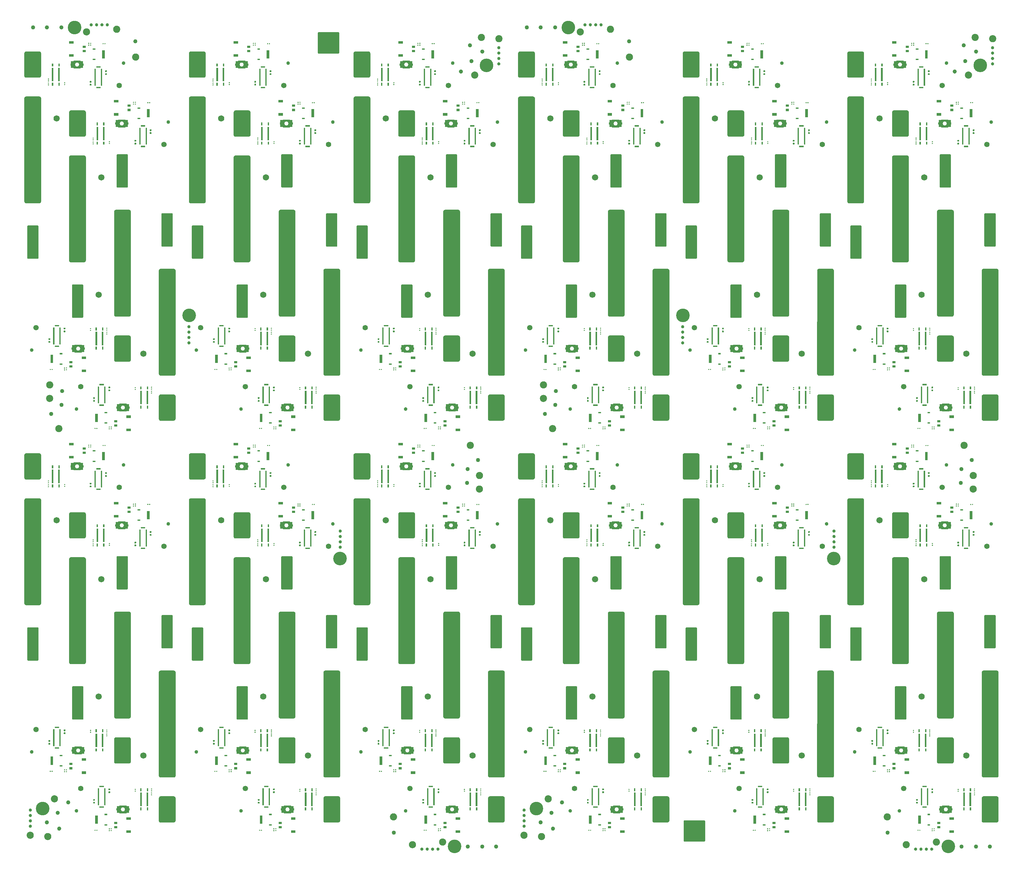
<source format=gbr>
*
%FSTAX45Y45*%
%MOMM*%
%IPPOS*%
%LNgold_t.gbr*%
%LPD*%
G75*
G36*
X-003000365Y019502243D02*
X-003008503Y019505087D01*
X-003016129Y019509353D01*
X-003023059Y019515041D01*
X-003028945Y019521993D01*
X-003033469Y019529893D01*
X-003036472Y019538425D01*
X-003037894Y019547431D01*
X-003037637Y020190017D01*
X-003035739Y020198865D01*
X-003032271Y020207239D01*
X-003027369Y020214823D01*
X-003021118Y020221459D01*
X-003014058Y020226673D01*
X-003006466Y020230465D01*
X-00299873Y020232835D01*
X-002990428Y020233941D01*
X-002615572D01*
G02X-002568Y020184171I-000002428J-000049941D01*
G01X-002568001Y019550433D01*
G02X-002614383Y019500821I-000049997J000000255D01*
G01X-002991617D01*
X-003000365Y019502243D01*
G37*
G36*
X-003000333Y008272235D02*
X-003008485Y008275079D01*
X-003016117Y008279345D01*
X-003023051Y008285033D01*
X-003028939Y008291985D01*
X-003033466Y008299885D01*
X-00303647Y008308417D01*
X-003037893Y008317423D01*
X-003037637Y008960009D01*
X-003035742Y008968857D01*
X-003032275Y008977231D01*
X-003027375Y008984815D01*
X-003021127Y008991451D01*
X-003014071Y008996665D01*
X-003006486Y009000457D01*
X-002998767Y009002827D01*
X-002990587Y009003933D01*
X-002615412D01*
G02X-002568Y008954163I-000002589J-000049934D01*
G01X-002568001Y008320425D01*
G02X-002614495Y008270813I-000049998J000000264D01*
G01X-002991505D01*
X-003000333Y008272235D01*
G37*
G36*
X-003037612Y004801133D02*
X-003037633Y007701539D01*
G02X-00299092Y007745305I000049578J-000006104D01*
G01X-002613703D01*
X-002605425Y007743883D01*
X-002597377Y007741039D01*
X-002589791Y007736773D01*
X-002582886Y007731085D01*
X-002577017Y007724133D01*
X-002572506Y007716233D01*
X-002569514Y007707701D01*
X-002568103Y007698695D01*
X-002568Y004807137D01*
G02X-002616691Y004757367I-000049993J000000206D01*
G01X-002992181Y004757525D01*
X-002997777Y004758315D01*
G02X-003037612Y004801133I000009776J000049034D01*
G37*
G36*
X-003037613Y016031141D02*
G01X-003037632Y018931547D01*
G02X-002990688Y018975313I000049573J-000006114D01*
G01X-002613797D01*
X-002605457Y018973891D01*
X-002596378Y018970573D01*
X-00258868Y018965991D01*
X-002581958Y018960145D01*
X-002576272Y018953035D01*
X-002572021Y018945135D01*
X-002569215Y018936445D01*
X-002568038Y018927439D01*
X-002568Y016037145D01*
G02X-002616415Y015987375I-000049994J000000199D01*
G01X-002992276Y015987533D01*
X-002997817Y015988323D01*
G02X-003037613Y016031141I000009816J000049027D01*
G37*
G36*
X-002974179Y-001671732D02*
G02X-002974179Y-001671732I000100011JD01*
G37*
G36*
X-002955933Y014455881D02*
G01X-002955826Y015350951D01*
G02X-002939478Y015368015I000019827J-000002632D01*
G01X-002656739D01*
G02X-002640036Y015349529I-00000324J-000019717D01*
G01X-002640067Y014455881D01*
G02X-002658852Y014437553I-000019934J00000164D01*
G01X-002938759Y014437711D01*
X-002941679Y014438343D01*
G02X-002955933Y014455881I000005679J000019177D01*
G37*
G36*
X-002955932Y003225873D02*
G01X-002955827Y004120943D01*
G02X-002939523Y004138007I000019827J-000002623D01*
G01X-002656748D01*
G02X-002640267Y004121575I-000003223J-000019715D01*
G01X-002640068Y003225873D01*
G02X-002659Y003207545I-000019932J000001647D01*
G01X-0029387Y003207703D01*
X-002941652Y003208335D01*
G02X-002955932Y003225873I000005652J000019184D01*
G37*
G36*
X-002914948Y-001269234D02*
G02X-002914948Y-001269234I000044458JD01*
G37*
G36*
Y-001119292D02*
G02X-002914948Y-001119292I000044458JD01*
G37*
G36*
X-002914912Y-001419248D02*
G02X-002914912Y-001419248I000044422JD01*
G37*
G36*
Y-000969264D02*
G02X-002914912Y-000969264I000044422JD01*
G37*
G36*
X-002881996Y000657899D02*
G02X-002881996Y000657899I000050002JD01*
G37*
G36*
Y011887907D02*
G02X-002881996Y011887907I000050002JD01*
G37*
G36*
X-002852469Y020905994D02*
G02X-002852469Y020905994I000057509JD01*
G37*
G36*
X-002786608Y001283579D02*
G02X-002786608Y001283579I000074978JD01*
G37*
G36*
Y012513587D02*
G02X-002786608Y012513587I000074978JD01*
G37*
G36*
X-002716813Y-000926525D02*
G02X-002716813Y-000926525I000189997JD01*
G37*
G36*
X-002483367Y-001707914D02*
G02X-002483367Y-001707914I000100011JD01*
G37*
G36*
X-002466835Y-001311808D02*
G02X-002466835Y-001311808I000057509JD01*
G37*
G36*
X-002465269Y020905994D02*
G02X-002465269Y020905994I000057509JD01*
G37*
G36*
X-00243074Y010536612D02*
G02X-00243074Y010536612I000100011JD01*
G37*
G36*
X-00242892Y010914548D02*
G02X-00242892Y010914548I000100011JD01*
G37*
G36*
X-002379903Y008063833D02*
G01X-0023799Y008073471D01*
G02X-002368773Y00808382I000010059J000000341D01*
G01X-002361026D01*
G02X-002349897Y008073787I000001064J-000010009D01*
G01Y008063833D01*
G02X-002360351Y0080538I-000010008J-000000035D01*
G01X-002371154Y008053879D01*
X-002372064Y008054037D01*
X-00237318Y008054353D01*
G02X-002379903Y008063833I000003278J000009449D01*
G37*
G36*
Y008174907D02*
G01X-0023799Y008184545D01*
G02X-002368773Y008194894I000010059J000000341D01*
G01X-002361026D01*
G02X-002349897Y008184861I000001064J-000010009D01*
G01Y008174907D01*
G02X-002360351Y008164874I-000010008J-000000035D01*
G01X-002371154Y008164953D01*
X-002372064Y008165111D01*
X-00237318Y008165427D01*
G02X-002379903Y008174907I000003278J000009449D01*
G37*
G36*
Y019293841D02*
G01X-0023799Y019303479D01*
G02X-002368773Y019313828I000010059J000000341D01*
G01X-002361026D01*
G02X-002349897Y019303795I000001064J-000010009D01*
G01Y019293841D01*
G02X-002360351Y019283808I-000010008J-000000035D01*
G01X-002371154Y019283887D01*
X-002372064Y019284045D01*
X-00237318Y019284361D01*
G02X-002379903Y019293841I000003278J000009449D01*
G37*
G36*
Y019404915D02*
G01X-0023799Y019414553D01*
G02X-002368773Y019424902I000010059J000000341D01*
G01X-002361026D01*
G02X-002349897Y019414869I000001064J-000010009D01*
G01Y019404915D01*
G02X-002360351Y019394882I-000010008J-000000035D01*
G01X-002371154Y019394961D01*
X-002372064Y019395119D01*
X-00237318Y019395435D01*
G02X-002379903Y019404915I000003278J000009449D01*
G37*
G36*
Y008224993D02*
G01X-0023799Y008234631D01*
G02X-002369276Y00824498I000010037J000000324D01*
G01Y008244822D01*
X-002360524D01*
Y008244901D01*
G02X-002349897Y008234947I000000623J-000009985D01*
G01X-0023499Y008225309D01*
G02X-002360351Y00821496I-000010004J-000000349D01*
G01X-002371154Y008215039D01*
X-002372064Y008215197D01*
X-00237318Y008215513D01*
G02X-002379903Y008224993I000003278J000009449D01*
G37*
G36*
Y008113761D02*
G01X-0023799Y008123557D01*
G02X-002370054Y008133748I00000995J000000238D01*
G01X-002359745D01*
G02X-002349897Y008123873I-000000107J-000009955D01*
G01Y008113761D01*
G02X-002360351Y008103728I-000010008J-000000035D01*
G01X-002371154Y008103807D01*
X-002372064Y008103965D01*
X-00237318Y008104281D01*
G02X-002379903Y008113761I000003278J000009449D01*
G37*
G36*
Y019343769D02*
G01X-0023799Y019353565D01*
G02X-002370054Y019363756I00000995J000000238D01*
G01X-002359745D01*
G02X-002349897Y019353881I-000000107J-000009955D01*
G01Y019343769D01*
G02X-002360351Y019333736I-000010008J-000000035D01*
G01X-002371154Y019333815D01*
X-002372064Y019333973D01*
X-00237318Y019334289D01*
G02X-002379903Y019343769I000003278J000009449D01*
G37*
G36*
Y019455001D02*
G01X-0023799Y019464639D01*
G02X-002370054Y01947483I00000995J000000238D01*
G01X-002359745D01*
G02X-002349897Y019464955I-000000107J-000009955D01*
G01Y019455001D01*
G02X-002360351Y019444968I-000010008J-000000035D01*
G01X-002371154Y019445047D01*
X-002372064Y019445205D01*
X-00237318Y019445521D01*
G02X-002379903Y019455001I000003278J000009449D01*
G37*
G36*
X-002358526Y012092991D02*
G01X-002360179Y012093939D01*
G02X-0023644Y012103735I000005731J000008277D01*
G01X-002364263Y012127119D01*
X-002363694Y012129647D01*
X-002362627Y012132175D01*
X-002361179Y012134387D01*
X-002359397Y012136283D01*
X-002357281Y012137863D01*
X-002355114Y012138969D01*
X-00235258Y012139759D01*
X-002350266Y012140075D01*
X-002328534D01*
G02X-002314406Y012125539I-000000865J-000014975D01*
G01X-0023144Y012102155D01*
G02X-002326687Y012092122I-000010117J-00000015D01*
G01X-002355818Y012092201D01*
X-002357742Y012092675D01*
X-002358526Y012092991D01*
G37*
G36*
X-002358508Y000862983D02*
X-002360168Y000863931D01*
G02X-0023644Y000873253I000005735J000008225D01*
G01X-002364264Y000897111D01*
X-002363697Y000899639D01*
X-002362714Y000902009D01*
X-002361308Y000904221D01*
X-00235958Y000906117D01*
X-002357543Y000907697D01*
X-002355501Y000908803D01*
X-002353267Y000909593D01*
X-002350394Y000910067D01*
X-0023313Y000910146D01*
G02X-002314406Y000895531I000001812J-000014977D01*
G01X-0023144Y000872147D01*
G02X-002323039Y000862193I-000010002J-000000045D01*
G01X-002355761D01*
X-002356626Y000862351D01*
X-002358508Y000862983D01*
G37*
G36*
X-002355021Y000941193D02*
X-002357219Y000942299D01*
G02X-0023644Y000955571I000007817J000012809D01*
G01X-002364385Y000978639D01*
X-002364099Y000980535D01*
X-00236381Y000981483D01*
X-002362989Y000983221D01*
X-002361823Y000984801D01*
X-002360446Y000986065D01*
X-002358934Y000987013D01*
X-002357382Y000987645D01*
X-002356061Y000987961D01*
X-002322738D01*
G02X-002314424Y000978797I-000001662J-000009862D01*
G01X-002314421Y000954307D01*
G02X-002330195Y000940166I-000014955J000000813D01*
G01X-00235148Y000940245D01*
X-002353664Y000940719D01*
X-002355021Y000941193D01*
G37*
G36*
X-002355041Y012171201D02*
X-002357232Y012172307D01*
G02X-00236437Y012184157I00000783J000012792D01*
G01X-0023644Y012208015D01*
G02X-002352304Y012218048I000010083J000000151D01*
G01X-002322787Y012217969D01*
X-002320974Y012217495D01*
X-002319305Y012216705D01*
X-002317784Y012215599D01*
G02X-002314425Y012208805I-000006618J-0000075D01*
G01X-00231443Y012184157D01*
G02X-002330141Y012170174I-000014942J000000971D01*
G01X-002351537Y012170253D01*
X-002353691Y012170727D01*
X-002355041Y012171201D01*
G37*
G36*
X-002346538Y01010385D02*
G02X-002346538Y01010385I000057509JD01*
G37*
G36*
X-002326403Y000110113D02*
G01X-0023264Y000119751D01*
G02X-002315273Y0001301I000010059J000000341D01*
G01X-002307526D01*
G02X-002296397Y000120067I000001064J-000010009D01*
G01Y000110113D01*
G02X-002306851Y00010008I-000010008J-000000035D01*
G01X-002317654Y000100159D01*
X-002318564Y000100317D01*
X-00231968Y000100633D01*
G02X-002326403Y000110113I000003278J000009449D01*
G37*
G36*
Y011340121D02*
G01X-0023264Y011349759D01*
G02X-002315273Y011360108I000010059J000000341D01*
G01X-002307526D01*
G02X-002296397Y011350075I000001064J-000010009D01*
G01Y011340121D01*
G02X-002306851Y011330088I-000010008J-000000035D01*
G01X-002317654Y011330167D01*
X-002318564Y011330325D01*
X-00231968Y011330641D01*
G02X-002326403Y011340121I000003278J000009449D01*
G37*
G36*
X-00230785Y00052668D02*
G01X-00223285D01*
Y000296632D01*
X-00230785D01*
Y00052668D01*
G37*
G36*
Y011756688D02*
X-00223285D01*
Y01152664D01*
X-00230785D01*
Y011756688D01*
G37*
G36*
X-002296987Y-000654686D02*
G02X-002296987Y-000654686I000100011JD01*
G37*
G36*
X-002276403Y000110113D02*
G01X-0022764Y000119751D01*
G02X-002265273Y0001301I000010059J000000341D01*
G01X-002257526D01*
G02X-002246397Y000120067I000001064J-000010009D01*
G01Y000110113D01*
G02X-002256851Y00010008I-000010008J-000000035D01*
G01X-002267654Y000100159D01*
X-002268564Y000100317D01*
X-00226968Y000100633D01*
G02X-002276403Y000110113I000003278J000009449D01*
G37*
G36*
Y011340121D02*
G01X-0022764Y011349759D01*
G02X-002265273Y011360108I000010059J000000341D01*
G01X-002257526D01*
G02X-002246397Y011350075I000001064J-000010009D01*
G01Y011340121D01*
G02X-002256851Y011330088I-000010008J-000000035D01*
G01X-002267654Y011330167D01*
X-002268564Y011330325D01*
X-00226968Y011330641D01*
G02X-002276403Y011340121I000003278J000009449D01*
G37*
G36*
X-0022699Y008129482D02*
G01X-0022324D01*
Y00804748D01*
X-0022699D01*
Y008129482D01*
G37*
G36*
Y008544548D02*
X-0022259D01*
Y008168508D01*
X-0022699D01*
Y008544548D01*
G37*
G36*
Y008665576D02*
X-0022324D01*
Y008583574D01*
X-0022699D01*
Y008665576D01*
G37*
G36*
Y01935949D02*
X-0022324D01*
Y019277488D01*
X-0022699D01*
Y01935949D01*
G37*
G36*
Y019774556D02*
X-0022259D01*
Y019398516D01*
X-0022699D01*
Y019774556D01*
G37*
G36*
Y019895584D02*
X-0022324D01*
Y019813582D01*
X-0022699D01*
Y019895584D01*
G37*
G36*
X-00223277Y00128824D02*
X-00219827D01*
Y000818348D01*
X-00223277D01*
Y00128824D01*
G37*
G36*
Y012518248D02*
X-00219827D01*
Y012048356D01*
X-00223277D01*
Y012518248D01*
G37*
G36*
X-002224366Y007131554D02*
G02X-002224366Y007131554I000087523JD01*
G37*
G36*
X-002224309Y018361483D02*
G02X-002224309Y018361483I000087465JD01*
G37*
G36*
X-00218777Y000784378D02*
G01X-00206777D01*
Y000747248D01*
X-00218777D01*
Y000784378D01*
G37*
G36*
Y00135934D02*
X-00206777D01*
Y001322368D01*
X-00218777D01*
Y00135934D01*
G37*
G36*
Y012014386D02*
X-00206777D01*
Y011977256D01*
X-00218777D01*
Y012014386D01*
G37*
G36*
Y012589348D02*
X-00206777D01*
Y012552376D01*
X-00218777D01*
Y012589348D01*
G37*
G36*
X-002174027Y009692734D02*
G02X-002174027Y009692734I000100011JD01*
G37*
G36*
X-002163755Y-001044946D02*
G02X-002163755Y-001044946I000057509JD01*
G37*
G36*
X-002121436Y-001486477D02*
G02X-002121436Y-001486477I00005745JD01*
G37*
G36*
X-0020939Y008544548D02*
G01X-0020499D01*
Y008168508D01*
X-0020939D01*
Y008544548D01*
G37*
G36*
Y019774556D02*
X-0020499D01*
Y019398516D01*
X-0020939D01*
Y019774556D01*
G37*
G36*
X-0020874Y008129482D02*
X-0020499D01*
Y00804748D01*
X-0020874D01*
Y008129482D01*
G37*
G36*
Y008665576D02*
X-0020499D01*
Y008583574D01*
X-0020874D01*
Y008665576D01*
G37*
G36*
Y01935949D02*
X-0020499D01*
Y019277488D01*
X-0020874D01*
Y01935949D01*
G37*
G36*
Y019895584D02*
X-0020499D01*
Y019813582D01*
X-0020874D01*
Y019895584D01*
G37*
G36*
X-002060239Y020905994D02*
G02X-002060239Y020905994I000057509JD01*
G37*
G36*
X-00205727Y00128824D02*
G01X-00202277D01*
Y000818348D01*
X-00205727D01*
Y00128824D01*
G37*
G36*
Y012518248D02*
X-00202277D01*
Y012048356D01*
X-00205727D01*
Y012518248D01*
G37*
G36*
X-002057158Y010356018D02*
G02X-002057158Y010356018I000057509JD01*
G37*
G36*
X-00204785Y00028415D02*
G01X-00197285D01*
Y000249074D01*
X-00204785D01*
Y00028415D01*
G37*
G36*
Y00057408D02*
X-00197285D01*
Y000539162D01*
X-00204785D01*
Y00057408D01*
G37*
G36*
Y011514158D02*
X-00197285D01*
Y011479082D01*
X-00204785D01*
Y011514158D01*
G37*
G36*
Y011804088D02*
X-00197285D01*
Y01176917D01*
X-00204785D01*
Y011804088D01*
G37*
G36*
X-002040418Y010742486D02*
G02X-002040418Y010742486I000057509JD01*
G37*
G36*
X-001931859Y012387661D02*
G01X-001933536Y012388609D01*
G02X-0019378Y012397773I000005713J000008232D01*
G01X-001937774Y012420683D01*
X-001937407Y012423211D01*
X-001936574Y012425739D01*
X-001935392Y012427951D01*
X-001933793Y012430005D01*
X-001931875Y012431743D01*
X-00192961Y012433165D01*
X-001927287Y012434113D01*
X-001925319Y012434587D01*
X-001901517Y012434745D01*
G02X-001887805Y012420209I-000001284J-000014946D01*
G01X-0018878Y012396825D01*
G02X-00189661Y012386871I-000010003J-000000022D01*
G01X-001928989D01*
X-001929928Y012387029D01*
X-001931056Y012387345D01*
X-001931859Y012387661D01*
G37*
G36*
X-001931463Y001157495D02*
X-001933043Y001158285D01*
X-001934516Y001159391D01*
X-00193581Y001160813D01*
G02X-001937781Y001166185I000008004J000005985D01*
G01X-0019378Y001189727D01*
G02X-001921302Y001204816I000015047J000000112D01*
G01X-001904297D01*
G02X-001887805Y001190201I000001451J-000014975D01*
G01X-0018878Y001166817D01*
G02X-001896679Y001156863I-00001J-000000017D01*
G01X-001928921D01*
X-001930527Y001157179D01*
X-001931463Y001157495D01*
G37*
G36*
X-001927931Y001235705D02*
X-001930302Y001236811D01*
G02X-001937796Y001249451I0000075J000012988D01*
G01X-001937751Y001273783D01*
X-001937376Y001275679D01*
G02X-001928269Y001282789I000009576J-000002879D01*
G01X-001897331D01*
G02X-001887822Y001273467I-000000469J-000009989D01*
G01X-0018878Y001249767D01*
G02X-001903814Y001234836I-000014999J000000033D01*
G01X-001924654Y001234915D01*
X-001926962Y001235389D01*
X-001927931Y001235705D01*
G37*
G36*
X-001927953Y012465713D02*
X-001930316Y012466819D01*
G02X-001937796Y012479459I000007512J000012978D01*
G01X-001937751Y012503791D01*
X-001937374Y012505687D01*
G02X-001928045Y012512797I000009574J-000002887D01*
G01X-001897555D01*
G02X-001887823Y012503475I-000000246J-000009998D01*
G01X-0018878Y012479775D01*
G02X-001903753Y012464844I-000014992J000000031D01*
G01X-001924717Y012464923D01*
X-00192699Y012465397D01*
X-001927953Y012465713D01*
G37*
G36*
X-001928353Y000100475D02*
X-00192835Y000110113D01*
G02X-001917223Y000120462I000010059J000000341D01*
G01X-001909476D01*
G02X-001898347Y000110429I000001064J-000010009D01*
G01Y000100475D01*
G02X-001908801Y000090442I-000010008J-000000035D01*
G01X-001919604Y000090521D01*
X-001920514Y000090679D01*
X-00192163Y000090995D01*
G02X-001928353Y000100475I000003278J000009449D01*
G37*
G36*
Y011330483D02*
G01X-00192835Y011340121D01*
G02X-001917223Y01135047I000010059J000000341D01*
G01X-001909476D01*
G02X-001898347Y011340437I000001064J-000010009D01*
G01Y011330483D01*
G02X-001908801Y01132045I-000010008J-000000035D01*
G01X-001919604Y011320529D01*
X-001920514Y011320687D01*
X-00192163Y011321003D01*
G02X-001928353Y011330483I000003278J000009449D01*
G37*
G36*
Y011380411D02*
G01X-00192835Y011390049D01*
G02X-001917223Y011400398I000010059J000000341D01*
G01X-001909476D01*
G02X-001898347Y011390365I000001064J-000010009D01*
G01Y011380411D01*
G02X-001908801Y011370378I-000010008J-000000035D01*
G01X-001919604Y011370457D01*
X-001920514Y011370615D01*
X-00192163Y011370931D01*
G02X-001928353Y011380411I000003278J000009449D01*
G37*
G36*
Y000150403D02*
G01X-00192835Y000160199D01*
G02X-001918504Y00017039I00000995J000000238D01*
G01X-001908195D01*
G02X-001898347Y000160515I-000000107J-000009955D01*
G01Y000150403D01*
G02X-001908801Y00014037I-000010008J-000000035D01*
G01X-001919604Y000140449D01*
X-001920514Y000140607D01*
X-00192163Y000140923D01*
G02X-001928353Y000150403I000003278J000009449D01*
G37*
G36*
X-001924903Y008073787D02*
G01X-0019249Y008083425D01*
G02X-001913773Y008093774I000010059J000000341D01*
G01X-001906026D01*
G02X-001894897Y008083741I000001064J-000010009D01*
G01Y008073787D01*
G02X-001905351Y008063754I-000010008J-000000035D01*
G01X-001916154Y008063833D01*
X-001917064Y008063991D01*
X-00191818Y008064307D01*
G02X-001924903Y008073787I000003278J000009449D01*
G37*
G36*
Y008123715D02*
G01X-0019249Y008133353D01*
G02X-001913773Y008143702I000010059J000000341D01*
G01X-001906026D01*
G02X-001894897Y008133669I000001064J-000010009D01*
G01Y008123715D01*
G02X-001905351Y008113682I-000010008J-000000035D01*
G01X-001916154Y008113761D01*
X-001917064Y008113919D01*
X-00191818Y008114235D01*
G02X-001924903Y008123715I000003278J000009449D01*
G37*
G36*
Y019353723D02*
G01X-0019249Y019363361D01*
G02X-001913773Y01937371I000010059J000000341D01*
G01X-001906026D01*
G02X-001894897Y019363677I000001064J-000010009D01*
G01Y019353723D01*
G02X-001905351Y01934369I-000010008J-000000035D01*
G01X-001916154Y019343769D01*
X-001917064Y019343927D01*
X-00191818Y019344243D01*
G02X-001924903Y019353723I000003278J000009449D01*
G37*
G36*
Y019303795D02*
G01X-0019249Y019313433D01*
G02X-001914276Y019323782I000010037J000000324D01*
G01Y019323624D01*
X-001905524D01*
Y019323703D01*
G02X-001894897Y019313749I000000623J-000009985D01*
G01X-0018949Y019304111D01*
G02X-001905351Y019293762I-000010004J-000000349D01*
G01X-001916154Y019293841D01*
X-001917064Y019293999D01*
X-00191818Y019294315D01*
G02X-001924903Y019303795I000003278J000009449D01*
G37*
G36*
X-001874953Y000102055D02*
G01X-00187495Y000111693D01*
G02X-001863823Y000122042I000010059J000000341D01*
G01X-001856076D01*
G02X-001844947Y000112009I000001064J-000010009D01*
G01Y000102055D01*
G02X-001855401Y000092022I-000010008J-000000035D01*
G01X-001866204Y000092101D01*
X-001867114Y000092259D01*
X-00186823Y000092575D01*
G02X-001874953Y000102055I000003278J000009449D01*
G37*
G36*
Y011332063D02*
G01X-00187495Y011341701D01*
G02X-001863823Y01135205I000010059J000000341D01*
G01X-001856076D01*
G02X-001844947Y011342017I000001064J-000010009D01*
G01Y011332063D01*
G02X-001855401Y01132203I-000010008J-000000035D01*
G01X-001866204Y011322109D01*
X-001867114Y011322267D01*
X-00186823Y011322583D01*
G02X-001874953Y011332063I000003278J000009449D01*
G37*
G36*
Y000152141D02*
G01X-00187495Y000161779D01*
G02X-001865104Y00017197I00000995J000000238D01*
G01X-001854795D01*
G02X-001844947Y000162095I-000000107J-000009955D01*
G01Y000152141D01*
G02X-001855401Y000142108I-000010008J-000000035D01*
G01X-001866204Y000142187D01*
X-001867114Y000142345D01*
X-00186823Y000142661D01*
G02X-001874953Y000152141I000003278J000009449D01*
G37*
G36*
Y011381991D02*
G01X-00187495Y011391787D01*
G02X-001865104Y011401978I00000995J000000238D01*
G01X-001854795D01*
G02X-001844947Y011392103I-000000107J-000009955D01*
G01Y011381991D01*
G02X-001855401Y011371958I-000010008J-000000035D01*
G01X-001866204Y011372037D01*
X-001867114Y011372195D01*
X-00186823Y011372511D01*
G02X-001874953Y011381991I000003278J000009449D01*
G37*
G36*
X-001869505Y-000754068D02*
G02X-001869505Y-000754068I000057509JD01*
G37*
G36*
X-001823994Y020901412D02*
G02X-001823994Y020901412I000190056JD01*
G37*
G36*
X-001787891Y014386045D02*
G01X-001787644Y017283449D01*
G02X-0017425Y017327215I000049604J-000006D01*
G01X-001363593D01*
G02X-001332955Y017313153I-000003907J-000048922D01*
G02X-001318107Y017280763I-000035046J-000035664D01*
G01X-001318001Y014389047D01*
G02X-001365084Y014339435I-000049987J000000291D01*
G01X-001744321Y014339751D01*
X-001750184Y014340857D01*
G02X-001787891Y014386045I000012183J000048492D01*
G37*
G36*
X-001787639Y003153351D02*
G01X-001787765Y006052335D01*
G02X-001742604Y006097207I000049726J-000004885D01*
G01X-001363488D01*
G02X-001332947Y006083145I-000004014J-000048915D01*
G02X-001318107Y006050755I-000035052J-000035655D01*
G01X-001318Y003159197D01*
G02X-001365225Y003109427I-000049993J000000146D01*
G01X-001742844Y003109585D01*
X-001748073Y003110375D01*
G02X-001787639Y003153351I000010072J000048974D01*
G37*
G36*
X-001747816Y006623663D02*
G01X-001755976Y006626033D01*
X-001763741Y006629825D01*
X-0017709Y006635039D01*
X-001777218Y006641675D01*
X-00178217Y006649259D01*
X-001785679Y006657633D01*
X-001787613Y006666481D01*
X-00178763Y007312069D01*
X-001785723Y007320917D01*
X-001782244Y007329291D01*
X-001777328Y007336875D01*
X-001771059Y007343511D01*
X-001763972Y007348725D01*
X-001756335Y007352517D01*
X-001748491Y007354887D01*
X-001738837Y007355993D01*
X-001367163D01*
G02X-001318Y007306223I-000000838J-000049995D01*
G01Y006672485D01*
G02X-001366419Y006622715I-000049999J000000205D01*
G01X-001742274Y006622873D01*
X-001747816Y006623663D01*
G37*
G36*
X-001747856Y017853671D02*
X-001755996Y017856041D01*
X-001763754Y017859833D01*
X-001770909Y017865047D01*
X-001777224Y017871683D01*
X-001782174Y017879267D01*
X-001785681Y017887641D01*
X-001787366Y017894751D01*
X-001787629Y018542077D01*
X-00178572Y018550925D01*
X-00178224Y018559299D01*
X-001777322Y018566883D01*
X-00177105Y018573519D01*
X-001763959Y018578733D01*
X-001756314Y018582525D01*
X-001748454Y018584895D01*
X-001741959Y018585843D01*
X-001364041D01*
X-001355534Y018584421D01*
X-001347439Y018581577D01*
X-001339832Y018577311D01*
X-001332914Y018571623D01*
X-001327037Y018564671D01*
X-001322518Y018556771D01*
X-001319521Y018548239D01*
X-001318105Y018539233D01*
X-001318244Y017897753D01*
X-001319512Y017890485D01*
X-001322503Y017881953D01*
X-001327013Y017874053D01*
X-00133288Y017867101D01*
X-001339783Y017861413D01*
X-001347364Y017857147D01*
X-001355402Y017854303D01*
X-001363634Y017852881D01*
X-001742366D01*
X-001747856Y017853671D01*
G37*
G36*
X-00178709Y008928488D02*
X-00166209D01*
Y008858494D01*
X-00178709D01*
Y008928488D01*
G37*
G36*
Y009293468D02*
X-00166209D01*
Y009223474D01*
X-00178709D01*
Y009293468D01*
G37*
G36*
Y020158496D02*
X-00166209D01*
Y020088502D01*
X-00178709D01*
Y020158496D01*
G37*
G36*
Y020523476D02*
X-00166209D01*
Y020453482D01*
X-00178709D01*
Y020523476D01*
G37*
G36*
X-00177591Y000229956D02*
X-00169091D01*
Y000170074D01*
X-00177591D01*
Y000229956D01*
G37*
G36*
Y000350036D02*
X-00169091D01*
Y000289996D01*
X-00177591D01*
Y000350036D01*
G37*
G36*
Y011459964D02*
X-00169091D01*
Y011399924D01*
X-00177591D01*
Y011459964D01*
G37*
G36*
Y011580044D02*
X-00169091D01*
Y011520004D01*
X-00177591D01*
Y011580044D01*
G37*
G36*
X-00174959Y008607353D02*
Y008637299D01*
X-001622093D01*
G03X-001507087Y008637299I000057503JD01*
G01X-00137959D01*
Y008607353D01*
X-00139459Y008607195D01*
Y008542415D01*
X-00146459Y008542257D01*
Y008527326D01*
X-00166459D01*
Y008542257D01*
X-00173459Y008542415D01*
Y008607195D01*
X-00174959Y008607353D01*
G37*
G36*
Y008637299D02*
Y008667235D01*
X-00173459Y008667393D01*
Y008732331D01*
X-00166459Y008732489D01*
Y008747262D01*
X-00146459D01*
Y008732489D01*
X-00139459Y008732331D01*
Y008667393D01*
X-00137959Y008667235D01*
Y008637299D01*
X-001507087D01*
G03X-001622093Y008637299I-000057503JD01*
G01X-00174959D01*
G37*
G36*
X-00174705Y008639839D02*
X-001624633D01*
G02X-001624633Y008634759IJ-00000254D01*
G01X-00174705D01*
G02X-00174705Y008639839IJ00000254D01*
G37*
G36*
X-001504547D02*
G01X-00138213D01*
G02X-00138213Y008634759IJ-00000254D01*
G01X-001504547D01*
G02X-001504547Y008639839IJ00000254D01*
G37*
G36*
X-00174959Y019837361D02*
G01Y019867302D01*
X-001622096D01*
G03X-001507084Y019867302I000057506JD01*
G01X-00137959D01*
Y019837361D01*
X-00139459Y019837203D01*
Y019772423D01*
X-00146459Y019772265D01*
Y019757334D01*
X-00166459D01*
Y019772265D01*
X-00173459Y019772423D01*
Y019837203D01*
X-00174959Y019837361D01*
G37*
G36*
Y019867302D02*
Y019897243D01*
X-00173459Y019897401D01*
Y019962339D01*
X-00166459Y019962497D01*
Y01997727D01*
X-00146459D01*
Y019962497D01*
X-00139459Y019962339D01*
Y019897401D01*
X-00137959Y019897243D01*
Y019867302D01*
X-001507084D01*
G03X-001622096Y019867302I-000057506JD01*
G01X-00174959D01*
G37*
G36*
X-00174705Y019869842D02*
X-001624636D01*
G02X-001624636Y019864762IJ-00000254D01*
G01X-00174705D01*
G02X-00174705Y019869842IJ00000254D01*
G37*
G36*
X-001504544D02*
G01X-00138213D01*
G02X-00138213Y019864762IJ-00000254D01*
G01X-001504544D01*
G02X-001504544Y019869842IJ00000254D01*
G37*
G36*
X-00171841Y000668801D02*
G01Y000698663D01*
X-001590876D01*
G03X-001475943Y000698663I000057466JD01*
G01X-00134841D01*
Y000668801D01*
X-00136341Y000668643D01*
Y000603705D01*
X-00143341Y000603547D01*
Y000588616D01*
X-00163341D01*
Y000603547D01*
X-00170341Y000603705D01*
Y000668643D01*
X-00171841Y000668801D01*
G37*
G36*
Y000698663D02*
Y000728525D01*
X-00170341Y000728683D01*
Y000793621D01*
X-00163341Y000793779D01*
Y00080871D01*
X-00143341D01*
Y000793779D01*
X-00136341Y000793621D01*
Y000728683D01*
X-00134841Y000728525D01*
Y000698663D01*
X-001475943D01*
G03X-001590876Y000698663I-000057466JD01*
G01X-00171841D01*
G37*
G36*
X-00171587Y000701203D02*
X-001593416D01*
G02X-001593416Y000696123IJ-00000254D01*
G01X-00171587D01*
G02X-00171587Y000701203IJ00000254D01*
G37*
G36*
X-001473403D02*
G01X-00135095D01*
G02X-00135095Y000696123IJ-00000254D01*
G01X-001473403D01*
G02X-001473403Y000701203IJ00000254D01*
G37*
G36*
X-00171841Y011898809D02*
G01Y011928671D01*
X-001590876D01*
G03X-001475943Y011928671I000057466JD01*
G01X-00134841D01*
Y011898809D01*
X-00136341Y011898651D01*
Y011833713D01*
X-00143341Y011833555D01*
Y011818624D01*
X-00163341D01*
Y011833555D01*
X-00170341Y011833713D01*
Y011898651D01*
X-00171841Y011898809D01*
G37*
G36*
Y011928671D02*
Y011958533D01*
X-00170341Y011958691D01*
Y012023629D01*
X-00163341Y012023787D01*
Y012038718D01*
X-00143341D01*
Y012023787D01*
X-00136341Y012023629D01*
Y011958691D01*
X-00134841Y011958533D01*
Y011928671D01*
X-001475943D01*
G03X-001590876Y011928671I-000057466JD01*
G01X-00171841D01*
G37*
G36*
X-00171587Y011931211D02*
X-001593416D01*
G02X-001593416Y011926131IJ-00000254D01*
G01X-00171587D01*
G02X-00171587Y011931211IJ00000254D01*
G37*
G36*
X-001473403D02*
G01X-00135095D01*
G02X-00135095Y011926131IJ-00000254D01*
G01X-001473403D01*
G02X-001473403Y011931211IJ00000254D01*
G37*
G36*
X-001705959Y001578249D02*
G01X-001705938Y002471897D01*
G02X-001688877Y002490067I000019913J-000001603D01*
G01X-001406828D01*
X-001403625Y002489277D01*
X-00140098Y002488171D01*
X-001398151Y002486433D01*
X-001395774Y002484379D01*
X-00139377Y002482009D01*
X-001392302Y002479639D01*
X-001391022Y002476637D01*
X-001390248Y002473477D01*
X-001390182Y001576827D01*
X-001390875Y001573667D01*
X-001392067Y001570665D01*
X-001393778Y001567821D01*
X-001395785Y001565451D01*
X-001398165Y001563397D01*
X-001401Y001561659D01*
X-001403654Y001560553D01*
X-001406892Y001559763D01*
X-001408155Y001559605D01*
X-001687843D01*
X-001690696Y001560079D01*
X-001692345Y001560553D01*
G02X-001705959Y001578249I000006343J000018965D01*
G37*
G36*
X-001705949Y012808099D02*
G01X-001705839Y013702853D01*
G02X-001689119Y013720075I000019839J-000002534D01*
G01X-001407191D01*
G02X-001390051Y013701747I-000002782J-00001978D01*
G01X-00139005Y012808099D01*
G02X-001408072Y012789613I-000019951J000001422D01*
G01X-001687928D01*
X-001690729Y012790087D01*
X-001692369Y012790561D01*
G02X-001705949Y012808099I000006368J000018958D01*
G37*
G36*
X-001631996Y-000990199D02*
G02X-001631996Y-000990199I000050002JD01*
G37*
G36*
Y010239809D02*
G02X-001631996Y010239809I000050002JD01*
G37*
G36*
X-001536608Y-000364361D02*
G02X-001536608Y-000364361I000074978JD01*
G37*
G36*
Y010865647D02*
G02X-001536608Y010865647I000074978JD01*
G37*
G36*
X-00143591Y000112562D02*
G01X-00131091D01*
Y000042568D01*
X-00143591D01*
Y000112562D01*
G37*
G36*
Y000477542D02*
X-00131091D01*
Y000407548D01*
X-00143591D01*
Y000477542D01*
G37*
G36*
Y01134257D02*
X-00131091D01*
Y011272576D01*
X-00143591D01*
Y01134257D01*
G37*
G36*
Y01170755D02*
X-00131091D01*
Y011637556D01*
X-00143591D01*
Y01170755D01*
G37*
G36*
X-00140709Y00904604D02*
X-00132209D01*
Y008986D01*
X-00140709D01*
Y00904604D01*
G37*
G36*
Y009165962D02*
X-00132209D01*
Y009105922D01*
X-00140709D01*
Y009165962D01*
G37*
G36*
Y020276048D02*
X-00132209D01*
Y020216008D01*
X-00140709D01*
Y020276048D01*
G37*
G36*
Y02039597D02*
X-00132209D01*
Y02033593D01*
X-00140709D01*
Y02039597D01*
G37*
G36*
X-001400476Y020780542D02*
G02X-001400476Y020780542I000100011JD01*
G37*
G36*
X-001253053Y009224027D02*
G01X-00125305Y009233665D01*
G02X-001241923Y009244014I000010059J000000341D01*
G01X-001234176D01*
G02X-001223047Y009233981I000001064J-000010009D01*
G01Y009224027D01*
G02X-001233501Y009213994I-000010008J-000000035D01*
G01X-001244304Y009214073D01*
X-001245214Y009214231D01*
X-00124633Y009214547D01*
G02X-001253053Y009224027I000003278J000009449D01*
G37*
G36*
Y020454035D02*
G01X-00125305Y020463673D01*
G02X-001241923Y020474022I000010059J000000341D01*
G01X-001234176D01*
G02X-001223047Y020463989I000001064J-000010009D01*
G01Y020454035D01*
G02X-001233501Y020444002I-000010008J-000000035D01*
G01X-001244304Y020444081D01*
X-001245214Y020444239D01*
X-00124633Y020444555D01*
G02X-001253053Y020454035I000003278J000009449D01*
G37*
G36*
Y009173941D02*
G01X-00125305Y009183737D01*
G02X-001243204Y009193928I00000995J000000238D01*
G01X-001232895D01*
G02X-001223047Y009184053I-000000107J-000009955D01*
G01Y009173941D01*
G02X-001233501Y009163908I-000010008J-000000035D01*
G01X-001244304Y009163987D01*
X-001245214Y009164145D01*
X-00124633Y009164461D01*
G02X-001253053Y009173941I000003278J000009449D01*
G37*
G36*
Y020403949D02*
G01X-00125305Y020413745D01*
G02X-001243204Y020423936I00000995J000000238D01*
G01X-001232895D01*
G02X-001223047Y020414061I-000000107J-000009955D01*
G01Y020403949D01*
G02X-001233501Y020393916I-000010008J-000000035D01*
G01X-001244304Y020393995D01*
X-001245214Y020394153D01*
X-00124633Y020394469D01*
G02X-001253053Y020403949I000003278J000009449D01*
G37*
G36*
X-001214002Y020977798D02*
G02X-001214002Y020977798I000044458JD01*
G37*
G36*
X-001203822Y008053879D02*
G01X-001205417Y008054669D01*
X-001206898Y008055775D01*
X-001208198Y008057197D01*
G02X-00121018Y008062569I000008005J000006005D01*
G01X-0012102Y008086111D01*
G02X-001193871Y0081012I000015031J000000114D01*
G01X-001176529D01*
G02X-001160205Y008086585I000001299J-000014973D01*
G01X-0011602Y008063201D01*
G02X-001169231Y008053247I-000010002JD01*
G01X-001201168D01*
X-00120287Y008053563D01*
X-001203822Y008053879D01*
G37*
G36*
X-001203842Y019283887D02*
X-00120543Y019284677D01*
X-001206907Y019285783D01*
X-001208204Y019287205D01*
G02X-00121018Y019292577I000007999J000005993D01*
G01X-0012102Y019316119D01*
G02X-001193789Y019331208I000015039J000000112D01*
G01X-00117661D01*
G02X-001160205Y019316593I000001371J-000014976D01*
G01X-0011602Y019293209D01*
G02X-001169153Y019283255I-00001J-000000009D01*
G01X-001201247D01*
X-001202898Y019283571D01*
X-001203842Y019283887D01*
G37*
G36*
X-001200309Y019362097D02*
X-001202688Y019363203D01*
G02X-001210196Y019375843I000007488J000012997D01*
G01X-001210152Y019400175D01*
X-001209779Y019402071D01*
G02X-001200816Y019409181I000009579J-000002871D01*
G01X-001169584D01*
G02X-001160222Y019399859I-000000616J-000009981D01*
G01X-0011602Y019376159D01*
G02X-001176278Y019361228I-000015023J000000055D01*
G01X-001196988Y019361307D01*
X-001199334Y019361781D01*
X-001200309Y019362097D01*
G37*
G36*
X-001200287Y008132089D02*
X-001202674Y008133195D01*
G02X-001210195Y008145835I000007476J000013006D01*
G01X-001210153Y008170167D01*
X-001209781Y008172063D01*
G02X-001200934Y008179173I000009582J-000002864D01*
G01X-001169466D01*
X-001167603Y008178857D01*
X-001165893Y008178225D01*
X-001164304Y008177277D01*
X-00116288Y008176013D01*
G02X-001160221Y008169851I-000007329J-000006817D01*
G01X-001160204Y008145835D01*
G02X-001176346Y00813122I-00001501J000000357D01*
G01X-00119692Y008131299D01*
X-001199306Y008131773D01*
X-001200287Y008132089D01*
G37*
G36*
X-001203103Y001202367D02*
X-0012031Y001212005D01*
G02X-001191973Y001222354I000010059J000000341D01*
G01X-001184226D01*
G02X-001173097Y001212321I000001064J-000010009D01*
G01Y001202367D01*
G02X-001183551Y001192334I-000010008J-000000035D01*
G01X-001194354Y001192413D01*
X-001195264Y001192571D01*
X-00119638Y001192887D01*
G02X-001203103Y001202367I000003278J000009449D01*
G37*
G36*
Y012432375D02*
G01X-0012031Y012442013D01*
G02X-001191973Y012452362I000010059J000000341D01*
G01X-001184226D01*
G02X-001173097Y012442329I000001064J-000010009D01*
G01Y012432375D01*
G02X-001183551Y012422342I-000010008J-000000035D01*
G01X-001194354Y012422421D01*
X-001195264Y012422579D01*
X-00119638Y012422895D01*
G02X-001203103Y012432375I000003278J000009449D01*
G37*
G36*
Y012482303D02*
G01X-0012031Y012491941D01*
G02X-001191973Y01250229I000010059J000000341D01*
G01X-001184226D01*
G02X-001173097Y012492257I000001064J-000010009D01*
G01Y012482303D01*
G02X-001183551Y01247227I-000010008J-000000035D01*
G01X-001194354Y012472349D01*
X-001195264Y012472507D01*
X-00119638Y012472823D01*
G02X-001203103Y012482303I000003278J000009449D01*
G37*
G36*
Y001252295D02*
G01X-0012031Y001262091D01*
G02X-001193254Y001272282I00000995J000000238D01*
G01X-001182945D01*
G02X-001173097Y001262407I-000000107J-000009955D01*
G01Y001252295D01*
G02X-001183551Y001242262I-000010008J-000000035D01*
G01X-001194354Y001242341D01*
X-001195264Y001242499D01*
X-00119638Y001242815D01*
G02X-001203103Y001252295I000003278J000009449D01*
G37*
G36*
X-001199653Y009175679D02*
G01X-00119965Y009185317D01*
G02X-001188523Y009195666I000010059J000000341D01*
G01X-001180776D01*
G02X-001169647Y009185633I000001064J-000010009D01*
G01Y009175679D01*
G02X-001180101Y009165646I-000010008J-000000035D01*
G01X-001190904Y009165725D01*
X-001191814Y009165883D01*
X-00119293Y009166199D01*
G02X-001199653Y009175679I000003278J000009449D01*
G37*
G36*
Y009225607D02*
G01X-00119965Y009235245D01*
G02X-001188523Y009245594I000010059J000000341D01*
G01X-001180776D01*
G02X-001169647Y009235561I000001064J-000010009D01*
G01Y009225607D01*
G02X-001180101Y009215574I-000010008J-000000035D01*
G01X-001190904Y009215653D01*
X-001191814Y009215811D01*
X-00119293Y009216127D01*
G02X-001199653Y009225607I000003278J000009449D01*
G37*
G36*
Y020455615D02*
G01X-00119965Y020465253D01*
G02X-001188523Y020475602I000010059J000000341D01*
G01X-001180776D01*
G02X-001169647Y020465569I000001064J-000010009D01*
G01Y020455615D01*
G02X-001180101Y020445582I-000010008J-000000035D01*
G01X-001190904Y020445661D01*
X-001191814Y020445819D01*
X-00119293Y020446135D01*
G02X-001199653Y020455615I000003278J000009449D01*
G37*
G36*
Y020405687D02*
G01X-00119965Y020415325D01*
G02X-001189026Y020425674I000010037J000000324D01*
G01Y020425516D01*
X-001180274D01*
Y020425595D01*
G02X-001169647Y020415641I000000623J-000009985D01*
G01X-00116965Y020406003D01*
G02X-001180101Y020395654I-000010004J-000000349D01*
G01X-001190904Y020395733D01*
X-001191814Y020395891D01*
X-00119293Y020396207D01*
G02X-001199653Y020405687I000003278J000009449D01*
G37*
G36*
X-001129903Y006465821D02*
G01X-0011299Y006475459D01*
G02X-001118773Y006485808I000010059J000000341D01*
G01X-001111026D01*
G02X-001099897Y006475775I000001064J-000010009D01*
G01Y006465821D01*
G02X-001110351Y006455788I-000010008J-000000035D01*
G01X-001121154Y006455867D01*
X-001122064Y006456025D01*
X-00112318Y006456341D01*
G02X-001129903Y006465821I000003278J000009449D01*
G37*
G36*
Y006526967D02*
G01X-0011299Y006536605D01*
G02X-001118773Y006546954I000010059J000000341D01*
G01X-001111026D01*
G02X-001099897Y006536921I000001064J-000010009D01*
G01Y006526967D01*
G02X-001110351Y006516934I-000010008J-000000035D01*
G01X-001121154Y006517013D01*
X-001122064Y006517171D01*
X-00112318Y006517487D01*
G02X-001129903Y006526967I000003278J000009449D01*
G37*
G36*
Y017695829D02*
G01X-0011299Y017705467D01*
G02X-001118773Y017715816I000010059J000000341D01*
G01X-001111026D01*
G02X-001099897Y017705783I000001064J-000010009D01*
G01Y017695829D01*
G02X-001110351Y017685796I-000010008J-000000035D01*
G01X-001121154Y017685875D01*
X-001122064Y017686033D01*
X-00112318Y017686349D01*
G02X-001129903Y017695829I000003278J000009449D01*
G37*
G36*
Y017756975D02*
G01X-0011299Y017766613D01*
G02X-001118773Y017776962I000010059J000000341D01*
G01X-001111026D01*
G02X-001099897Y017766929I000001064J-000010009D01*
G01Y017756975D01*
G02X-001110351Y017746942I-000010008J-000000035D01*
G01X-001121154Y017747021D01*
X-001122064Y017747179D01*
X-00112318Y017747495D01*
G02X-001129903Y017756975I000003278J000009449D01*
G37*
G36*
Y017806903D02*
G01X-0011299Y017816541D01*
G02X-001118773Y01782689I000010059J000000341D01*
G01X-001111026D01*
G02X-001099897Y017816857I000001064J-000010009D01*
G01Y017806903D01*
G02X-001110351Y01779687I-000010008J-000000035D01*
G01X-001121154Y017796949D01*
X-001122064Y017797107D01*
X-00112318Y017797423D01*
G02X-001129903Y017806903I000003278J000009449D01*
G37*
G36*
Y006415893D02*
G01X-0011299Y006425531D01*
G02X-001119276Y00643588I000010037J000000324D01*
G01Y006435722D01*
X-001110524D01*
Y006435801D01*
G02X-001099897Y006425847I000000623J-000009985D01*
G01X-0010999Y006416209D01*
G02X-001110351Y00640586I-000010004J-000000349D01*
G01X-001121154Y006405939D01*
X-001122064Y006406097D01*
X-00112318Y006406413D01*
G02X-001129903Y006415893I000003278J000009449D01*
G37*
G36*
Y006576895D02*
G01X-0011299Y006586691D01*
G02X-001120054Y006596882I00000995J000000238D01*
G01X-001109745D01*
G02X-001099897Y006587007I-000000107J-000009955D01*
G01Y006576895D01*
G02X-001110351Y006566862I-000010008J-000000035D01*
G01X-001121154Y006566941D01*
X-001122064Y006567099D01*
X-00112318Y006567415D01*
G02X-001129903Y006576895I000003278J000009449D01*
G37*
G36*
Y017645901D02*
G01X-0011299Y017655539D01*
G02X-001120054Y01766573I00000995J000000238D01*
G01X-001109745D01*
G02X-001099897Y017655855I-000000107J-000009955D01*
G01Y017645901D01*
G02X-001110351Y017635868I-000010008J-000000035D01*
G01X-001121154Y017635947D01*
X-001122064Y017636105D01*
X-00112318Y017636421D01*
G02X-001129903Y017645901I000003278J000009449D01*
G37*
G36*
X-00112515Y008796874D02*
G01X-00105015D01*
Y008761956D01*
X-00112515D01*
Y008796874D01*
G37*
G36*
Y009086962D02*
X-00105015D01*
Y009051886D01*
X-00112515D01*
Y009086962D01*
G37*
G36*
Y020026882D02*
X-00105015D01*
Y019991964D01*
X-00112515D01*
Y020026882D01*
G37*
G36*
Y020316812D02*
X-00105015D01*
Y020281894D01*
X-00112515D01*
Y020316812D01*
G37*
G36*
X-00110434Y-000707063D02*
X-001106783Y-000705957D01*
G02X-001114394Y-000693317I000007381J000013055D01*
G01X-0011144Y-000669933D01*
G02X-001101949Y-0006599I000010147J00000015D01*
G01X-001073145Y-000659979D01*
G02X-0010644Y-000670881I-000001237J-000009951D01*
G01X-001064418Y-000693633D01*
G02X-001081093Y-000707932I-000015048J000000676D01*
G01X-001100586Y-000707853D01*
X-001103319Y-000707379D01*
X-00110434Y-000707063D01*
G37*
G36*
X-001107907Y010444735D02*
X-001109545Y010445525D01*
X-001111049Y010446631D01*
X-001112364Y010448053D01*
G02X-001114377Y010453425I00000795J000006042D01*
G01X-0011144Y010477125D01*
G02X-001098447Y010492056I000014992J-00000003D01*
G01X-001080353D01*
G02X-001064404Y010477441I000000957J-000014965D01*
G01X-001064423Y010453425D01*
G02X-001074155Y010444103I-000009979J000000677D01*
G01X-001104645D01*
X-001106187Y010444261D01*
X-001107907Y010444735D01*
G37*
G36*
X-001104363Y010522945D02*
X-001106797Y010524051D01*
G02X-001114394Y010536691I0000074J000013051D01*
G01X-001114357Y010561023D01*
X-001113994Y010562919D01*
G02X-001108459Y010569239I000009593J-000002818D01*
G02X-001101882Y010570108I000004809J-000011072D01*
G01X-001076917D01*
G02X-0010644Y010559127I000002392J-000009898D01*
G01X-001064426Y010536217D01*
G02X-001080991Y010522076I-000015031J000000835D01*
G01X-001100683Y010522155D01*
X-001103348Y010522629D01*
X-001104363Y010522945D01*
G37*
G36*
X-001108639Y-000784957D02*
X-001110252Y-000784009D01*
X-00111169Y-000782745D01*
X-001112902Y-000781165D01*
X-001113757Y-000779427D01*
X-001114266Y-000777531D01*
X-001114377Y-000776583D01*
X-001114256Y-000750829D01*
X-001113677Y-000748301D01*
X-001112683Y-000745931D01*
X-001111262Y-000743719D01*
X-001109514Y-000741823D01*
X-00110745Y-000740243D01*
X-001105365Y-000739137D01*
X-001103034Y-000738347D01*
X-001101378Y-000738031D01*
X-001077422D01*
G02X-0010644Y-000753357I-000001975J-000014873D01*
G01X-001064509Y-000777373D01*
G02X-001076372Y-000785826I-000009957J000001423D01*
G01X-001106142Y-000785747D01*
X-001107885Y-000785273D01*
X-001108639Y-000784957D01*
G37*
G36*
X-001076403Y-001537827D02*
X-0010764Y-001528189D01*
G02X-001065273Y-00151784I000010059J000000341D01*
G01X-001057526D01*
G02X-001046397Y-001527873I000001064J-000010009D01*
G01Y-001537827D01*
G02X-001056851Y-00154786I-000010008J-000000035D01*
G01X-001067654Y-001547781D01*
X-001068564Y-001547623D01*
X-00106968Y-001547307D01*
G02X-001076403Y-001537827I000003278J000009449D01*
G37*
G36*
Y009692181D02*
G01X-0010764Y009701819D01*
G02X-001065273Y009712168I000010059J000000341D01*
G01X-001057526D01*
G02X-001046397Y009702135I000001064J-000010009D01*
G01Y009692181D01*
G02X-001056851Y009682148I-000010008J-000000035D01*
G01X-001067654Y009682227D01*
X-001068564Y009682385D01*
X-00106968Y009682701D01*
G02X-001076403Y009692181I000003278J000009449D01*
G37*
G36*
X-00107523Y008517688D02*
G01X-00104073D01*
Y008047638D01*
X-00107523D01*
Y008517688D01*
G37*
G36*
Y019747696D02*
X-00104073D01*
Y019277646D01*
X-00107523D01*
Y019747696D01*
G37*
G36*
X-001064002Y020977798D02*
G02X-001064002Y020977798I000044458JD01*
G37*
G36*
X-00105785Y-001121418D02*
G01X-00098285D01*
Y-001351466D01*
X-00105785D01*
Y-001121418D01*
G37*
G36*
Y01010859D02*
X-00098285D01*
Y009878542D01*
X-00105785D01*
Y01010859D01*
G37*
G36*
X-001048679Y002204482D02*
G02X-001048679Y002204482I000087523JD01*
G37*
G36*
Y01343449D02*
G02X-001048679Y01343449I000087523JD01*
G37*
G36*
X-0010481Y000752462D02*
G01X-0010106D01*
Y00067046D01*
X-0010481D01*
Y000752462D01*
G37*
G36*
Y001167528D02*
X-0010041D01*
Y000791488D01*
X-0010481D01*
Y001167528D01*
G37*
G36*
Y001288398D02*
X-0010106D01*
Y001206396D01*
X-0010481D01*
Y001288398D01*
G37*
G36*
Y01198247D02*
X-0010106D01*
Y011900468D01*
X-0010481D01*
Y01198247D01*
G37*
G36*
Y012397536D02*
X-0010041D01*
Y012021496D01*
X-0010481D01*
Y012397536D01*
G37*
G36*
Y012518406D02*
X-0010106D01*
Y012436404D01*
X-0010481D01*
Y012518406D01*
G37*
G36*
X-00103023Y008013668D02*
X-00091023D01*
Y007976696D01*
X-00103023D01*
Y008013668D01*
G37*
G36*
Y00858863D02*
X-00091023D01*
Y008551658D01*
X-00103023D01*
Y00858863D01*
G37*
G36*
Y019243676D02*
X-00091023D01*
Y019206704D01*
X-00103023D01*
Y019243676D01*
G37*
G36*
Y019818638D02*
X-00091023D01*
Y019781666D01*
X-00103023D01*
Y019818638D01*
G37*
G36*
X-001026403Y-001537827D02*
X-0010264Y-001528189D01*
G02X-001015273Y-00151784I000010059J000000341D01*
G01X-001007526D01*
G02X-000996397Y-001527873I000001064J-000010009D01*
G01Y-001537827D01*
G02X-001006851Y-00154786I-000010008J-000000035D01*
G01X-001017654Y-001547781D01*
X-001018564Y-001547623D01*
X-00101968Y-001547307D01*
G02X-001026403Y-001537827I000003278J000009449D01*
G37*
G36*
Y009692181D02*
G01X-0010264Y009701819D01*
G02X-001015273Y009712168I000010059J000000341D01*
G01X-001007526D01*
G02X-000996397Y009702135I000001064J-000010009D01*
G01Y009692181D01*
G02X-001006851Y009682148I-000010008J-000000035D01*
G01X-001017654Y009682227D01*
X-001018564Y009682385D01*
X-00101968Y009682701D01*
G02X-001026403Y009692181I000003278J000009449D01*
G37*
G36*
X-0010199Y006481542D02*
G01X-0009824D01*
Y00639954D01*
X-0010199D01*
Y006481542D01*
G37*
G36*
Y006896608D02*
X-0009759D01*
Y006520568D01*
X-0010199D01*
Y006896608D01*
G37*
G36*
Y007017478D02*
X-0009824D01*
Y006935476D01*
X-0010199D01*
Y007017478D01*
G37*
G36*
Y01771155D02*
X-0009824D01*
Y017629548D01*
X-0010199D01*
Y01771155D01*
G37*
G36*
Y018126616D02*
X-0009759D01*
Y017750576D01*
X-0010199D01*
Y018126616D01*
G37*
G36*
Y018247486D02*
X-0009824D01*
Y018165484D01*
X-0010199D01*
Y018247486D01*
G37*
G36*
X-00098277Y-0003597D02*
X-00094827D01*
Y-00082975D01*
X-00098277D01*
Y-0003597D01*
G37*
G36*
Y010870308D02*
X-00094827D01*
Y010400258D01*
X-00098277D01*
Y010870308D01*
G37*
G36*
X-000974366Y005483456D02*
G02X-000974366Y005483456I000087523JD01*
G37*
G36*
Y016713464D02*
G02X-000974366Y016713464I000087523JD01*
G37*
G36*
X-00093777Y-00086372D02*
G01X-00081777D01*
Y-000900692D01*
X-00093777D01*
Y-00086372D01*
G37*
G36*
Y-000288758D02*
X-00081777D01*
Y-00032573D01*
X-00093777D01*
Y-000288758D01*
G37*
G36*
Y010366288D02*
X-00081777D01*
Y010329316D01*
X-00093777D01*
Y010366288D01*
G37*
G36*
Y01094125D02*
X-00081777D01*
Y010904278D01*
X-00093777D01*
Y01094125D01*
G37*
G36*
X-000914002Y020977798D02*
G02X-000914002Y020977798I000044458JD01*
G37*
G36*
X-00089973Y008517688D02*
G01X-00086523D01*
Y008047638D01*
X-00089973D01*
Y008517688D01*
G37*
G36*
Y019747696D02*
X-00086523D01*
Y019277646D01*
X-00089973D01*
Y019747696D01*
G37*
G36*
X-0008721Y001167528D02*
X-0008281D01*
Y000791488D01*
X-0008721D01*
Y001167528D01*
G37*
G36*
Y012397536D02*
X-0008281D01*
Y012021496D01*
X-0008721D01*
Y012397536D01*
G37*
G36*
X-0008656Y000752462D02*
X-0008281D01*
Y00067046D01*
X-0008656D01*
Y000752462D01*
G37*
G36*
Y001288398D02*
X-0008281D01*
Y001206396D01*
X-0008656D01*
Y001288398D01*
G37*
G36*
Y01198247D02*
X-0008281D01*
Y011900468D01*
X-0008656D01*
Y01198247D01*
G37*
G36*
Y012518406D02*
X-0008281D01*
Y012436404D01*
X-0008656D01*
Y012518406D01*
G37*
G36*
X-00086515Y009039404D02*
X-00079015D01*
Y008809356D01*
X-00086515D01*
Y009039404D01*
G37*
G36*
Y020269412D02*
X-00079015D01*
Y020039364D01*
X-00086515D01*
Y020269412D01*
G37*
G36*
X-000851603Y009215969D02*
X-0008516Y009225607D01*
G02X-000840473Y009235956I000010059J000000341D01*
G01X-000832726D01*
G02X-000821597Y009225923I000001064J-000010009D01*
G01Y009215969D01*
G02X-000832051Y009205936I-000010008J-000000035D01*
G01X-000842854Y009206015D01*
X-000843764Y009206173D01*
X-00084488Y009206489D01*
G02X-000851603Y009215969I000003278J000009449D01*
G37*
G36*
Y020445977D02*
G01X-0008516Y020455615D01*
G02X-000840473Y020465964I000010059J000000341D01*
G01X-000832726D01*
G02X-000821597Y020455931I000001064J-000010009D01*
G01Y020445977D01*
G02X-000832051Y020435944I-000010008J-000000035D01*
G01X-000842854Y020436023D01*
X-000843764Y020436181D01*
X-00084488Y020436497D01*
G02X-000851603Y020445977I000003278J000009449D01*
G37*
G36*
X-0008439Y006896608D02*
G01X-0007999D01*
Y006520568D01*
X-0008439D01*
Y006896608D01*
G37*
G36*
Y018126616D02*
X-0007999D01*
Y017750576D01*
X-0008439D01*
Y018126616D01*
G37*
G36*
X-0008374Y006481542D02*
X-0007999D01*
Y00639954D01*
X-0008374D01*
Y006481542D01*
G37*
G36*
Y007017478D02*
X-0007999D01*
Y006935476D01*
X-0008374D01*
Y007017478D01*
G37*
G36*
Y01771155D02*
X-0007999D01*
Y017629548D01*
X-0008374D01*
Y01771155D01*
G37*
G36*
Y018247486D02*
X-0007999D01*
Y018165484D01*
X-0008374D01*
Y018247486D01*
G37*
G36*
X-00080727Y-0003597D02*
X-00077277D01*
Y-00082975D01*
X-00080727D01*
Y-0003597D01*
G37*
G36*
Y010870308D02*
X-00077277D01*
Y010400258D01*
X-00080727D01*
Y010870308D01*
G37*
G36*
X-000801603Y009215969D02*
X-0008016Y009225607D01*
G02X-000790473Y009235956I000010059J000000341D01*
G01X-000782726D01*
G02X-000771597Y009225923I000001064J-000010009D01*
G01Y009215969D01*
G02X-000782051Y009205936I-000010008J-000000035D01*
G01X-000792854Y009206015D01*
X-000793764Y009206173D01*
X-00079488Y009206489D01*
G02X-000801603Y009215969I000003278J000009449D01*
G37*
G36*
Y020445977D02*
G01X-0008016Y020455615D01*
G02X-000790473Y020465964I000010059J000000341D01*
G01X-000782726D01*
G02X-000771597Y020455931I000001064J-000010009D01*
G01Y020445977D01*
G02X-000782051Y020435944I-000010008J-000000035D01*
G01X-000792854Y020436023D01*
X-000793764Y020436181D01*
X-00079488Y020436497D01*
G02X-000801603Y020445977I000003278J000009449D01*
G37*
G36*
X-00079785Y-001363948D02*
G01X-00072285D01*
Y-001398866D01*
X-00079785D01*
Y-001363948D01*
G37*
G36*
Y-00107386D02*
X-00072285D01*
Y-001108936D01*
X-00079785D01*
Y-00107386D01*
G37*
G36*
Y00986606D02*
X-00072285D01*
Y009831142D01*
X-00079785D01*
Y00986606D01*
G37*
G36*
Y010156148D02*
X-00072285D01*
Y010121072D01*
X-00079785D01*
Y010156148D01*
G37*
G36*
X-000777144Y008348549D02*
X-000778768Y008349339D01*
X-000780265Y008350445D01*
X-000781575Y008351867D01*
G02X-000783578Y008357239I000007966J000006029D01*
G01X-0007836Y008380939D01*
G02X-000767538Y00839587I000015005J-000000036D01*
G01X-000749662D01*
G02X-000733604Y008381255I000001057J-000014967D01*
G01X-0007336Y008357871D01*
G02X-000743017Y008347917I-000009999J000000028D01*
G01X-000774183D01*
X-000775463Y008348075D01*
X-000777144Y008348549D01*
G37*
G36*
X-000777165Y019578557D02*
X-000778781Y019579347D01*
X-000780274Y019580453D01*
X-000781581Y019581875D01*
G02X-000783579Y019587247I000007991J000006029D01*
G01X-0007836Y019610947D01*
G02X-000767471Y019625878I000015012J-00000004D01*
G01X-000749729D01*
G02X-000733604Y019611263I000001117J-00001497D01*
G01X-0007336Y019587879D01*
G02X-000742893Y019577925I-000009999J00000002D01*
G01X-000774307D01*
X-000776189Y019578241D01*
X-000777165Y019578557D01*
G37*
G36*
X-000773626Y019656767D02*
X-000776036Y019657873D01*
G02X-000783595Y019670513I000007438J000013028D01*
G01X-000783555Y019694845D01*
X-000783188Y019696741D01*
G02X-000774589Y019703851I00000959J-000002843D01*
G01X-000742611D01*
X-000740923Y019703535D01*
X-000739247Y019702903D01*
X-000737674Y019701955D01*
X-000736259Y019700691D01*
G02X-00073362Y019694529I-000007345J-000006793D01*
G01X-0007336Y019670987D01*
G02X-000749949Y019655898I-000015032J-000000114D01*
G01X-000770118Y019655977D01*
X-000772628Y019656451D01*
X-000773626Y019656767D01*
G37*
G36*
X-000773603Y008426759D02*
X-000776022Y008427865D01*
G02X-000783595Y008440505I000007419J000013033D01*
G01X-000783556Y008464837D01*
X-00078319Y008466733D01*
G02X-000774666Y008473843I000009588J-00000283D01*
G01X-000742534D01*
X-000740894Y008473527D01*
X-000739231Y008472895D01*
X-000737663Y008471947D01*
X-000736252Y008470683D01*
G02X-000733619Y008464521I-000007345J-000006782D01*
G01X-0007336Y008440979D01*
G02X-000750032Y00842589I-000015039J-000000114D01*
G01X-000770037Y008425969D01*
X-000772599Y008426443D01*
X-000773603Y008426759D01*
G37*
G36*
X-000764002Y020977798D02*
G02X-000764002Y020977798I000044458JD01*
G37*
G36*
X-000748103Y001151175D02*
G01X-0007481Y001160813D01*
G02X-000736973Y001171162I000010059J000000341D01*
G01X-000729226D01*
G02X-000718097Y001161129I000001064J-000010009D01*
G01Y001151175D01*
G02X-000728551Y001141142I-000010008J-000000035D01*
G01X-000739354Y001141221D01*
X-000740264Y001141379D01*
X-00074138Y001141695D01*
G02X-000748103Y001151175I000003278J000009449D01*
G37*
G36*
Y001262249D02*
G01X-0007481Y001271887D01*
G02X-000736973Y001282236I000010059J000000341D01*
G01X-000729226D01*
G02X-000718097Y001272203I000001064J-000010009D01*
G01Y001262249D01*
G02X-000728551Y001252216I-000010008J-000000035D01*
G01X-000739354Y001252295D01*
X-000740264Y001252453D01*
X-00074138Y001252769D01*
G02X-000748103Y001262249I000003278J000009449D01*
G37*
G36*
Y012381183D02*
G01X-0007481Y012390821D01*
G02X-000736973Y01240117I000010059J000000341D01*
G01X-000729226D01*
G02X-000718097Y012391137I000001064J-000010009D01*
G01Y012381183D01*
G02X-000728551Y01237115I-000010008J-000000035D01*
G01X-000739354Y012371229D01*
X-000740264Y012371387D01*
X-00074138Y012371703D01*
G02X-000748103Y012381183I000003278J000009449D01*
G37*
G36*
Y012492257D02*
G01X-0007481Y012501895D01*
G02X-000736973Y012512244I000010059J000000341D01*
G01X-000729226D01*
G02X-000718097Y012502211I000001064J-000010009D01*
G01Y012492257D01*
G02X-000728551Y012482224I-000010008J-000000035D01*
G01X-000739354Y012482303D01*
X-000740264Y012482461D01*
X-00074138Y012482777D01*
G02X-000748103Y012492257I000003278J000009449D01*
G37*
G36*
Y001101089D02*
G01X-0007481Y001110885D01*
G02X-000738254Y001121076I00000995J000000238D01*
G01X-000727945D01*
G02X-000718097Y001111201I-000000107J-000009955D01*
G01Y001101089D01*
G02X-000728551Y001091056I-000010008J-000000035D01*
G01X-000739354Y001091135D01*
X-000740264Y001091293D01*
X-00074138Y001091609D01*
G02X-000748103Y001101089I000003278J000009449D01*
G37*
G36*
Y001212163D02*
G01X-0007481Y001221959D01*
G02X-000738254Y00123215I00000995J000000238D01*
G01X-000727945D01*
G02X-000718097Y001222275I-000000107J-000009955D01*
G01Y001212163D01*
G02X-000728551Y00120213I-000010008J-000000035D01*
G01X-000739354Y001202209D01*
X-000740264Y001202367D01*
X-00074138Y001202683D01*
G02X-000748103Y001212163I000003278J000009449D01*
G37*
G36*
Y012331097D02*
G01X-0007481Y012340893D01*
G02X-000738254Y012351084I00000995J000000238D01*
G01X-000727945D01*
G02X-000718097Y012341209I-000000107J-000009955D01*
G01Y012331097D01*
G02X-000728551Y012321064I-000010008J-000000035D01*
G01X-000739354Y012321143D01*
X-000740264Y012321301D01*
X-00074138Y012321617D01*
G02X-000748103Y012331097I000003278J000009449D01*
G37*
G36*
Y012442171D02*
G01X-0007481Y012451967D01*
G02X-000738254Y012462158I00000995J000000238D01*
G01X-000727945D01*
G02X-000718097Y012452283I-000000107J-000009955D01*
G01Y012442171D01*
G02X-000728551Y012432138I-000010008J-000000035D01*
G01X-000739354Y012432217D01*
X-000740264Y012432375D01*
X-00074138Y012432691D01*
G02X-000748103Y012442171I000003278J000009449D01*
G37*
G36*
X-000681992Y010739721D02*
G01X-000683621Y010740669D01*
G02X-000687149Y010745251I000005818J000008129D01*
G02X-0006878Y010751729I000014578J000004737D01*
G01X-000687659Y010773849D01*
X-000687085Y010776377D01*
X-000686094Y010778747D01*
X-000684679Y010780959D01*
X-000682938Y010782855D01*
X-000680884Y010784435D01*
X-000678815Y010785541D01*
X-000676521Y010786331D01*
X-000674937Y010786647D01*
X-000650663D01*
G02X-0006378Y010769267I-000002048J-000014966D01*
G01X-000637815Y010748253D01*
G02X-000649896Y010738852I-000010069J000000476D01*
G01X-000679413Y010738931D01*
X-000681225Y010739405D01*
X-000681992Y010739721D01*
G37*
G36*
X-000681974Y-000490287D02*
X-00068361Y-000489339D01*
G02X-000687146Y-000484757I000005808J000008137D01*
G02X-0006878Y-000478753I000013537J000004512D01*
G01X-00068766Y-000456159D01*
X-000687087Y-000453631D01*
X-000686098Y-000451261D01*
X-000684685Y-000449049D01*
X-000682947Y-000447153D01*
X-000680897Y-000445573D01*
X-000678834Y-000444467D01*
X-000676553Y-000443677D01*
X-000674992Y-000443361D01*
X-000655506Y-000443124D01*
G02X-0006378Y-000461215I000002698J-000015069D01*
G01X-000637815Y-000481755D01*
G02X-000649944Y-000491156I-000010085J000000486D01*
G01X-000679363Y-000491077D01*
X-000681203Y-000490603D01*
X-000681974Y-000490287D01*
G37*
G36*
X-000677677Y010817615D02*
X-000680144Y010818721D01*
G02X-000687793Y010831361I000007343J000013078D01*
G01X-0006878Y010854745D01*
G02X-000675512Y010864778I000010119J000000148D01*
G01X-000646382Y010864699D01*
X-000644458Y010864225D01*
X-000642756Y010863435D01*
G02X-0006378Y010853165I-000004997J-000008742D01*
G01X-000637806Y010831361D01*
G02X-000654842Y010816746I-000015092J000000355D01*
G01X-000673666Y010816825D01*
X-000675136Y010816983D01*
X-000677677Y010817615D01*
G37*
G36*
X-000677164Y-000412551D02*
X-000679535Y-000411603D01*
X-000681825Y-000410181D01*
X-000683758Y-000408443D01*
X-000685367Y-000406389D01*
X-000686558Y-000404177D01*
X-000687398Y-000401649D01*
X-000687772Y-000399121D01*
X-000687784Y-000374631D01*
G02X-000675566Y-00036523I000010099J-000000485D01*
G01X-000650033D01*
G02X-0006378Y-000377001I00000221J-000009945D01*
G01X-000637819Y-000398963D01*
G02X-000655014Y-000413262I-000015099J000000668D01*
G01X-000675084Y-000413025D01*
X-000677164Y-000412551D01*
G37*
G36*
X-000678353Y-001497537D02*
X-00067835Y-001487899D01*
G02X-000667223Y-00147755I000010059J000000341D01*
G01X-000659476D01*
G02X-000648347Y-001487583I000001064J-000010009D01*
G01Y-001497537D01*
G02X-000658801Y-00150757I-000010008J-000000035D01*
G01X-000669604Y-001507491D01*
X-000670514Y-001507333D01*
X-00067163Y-001507017D01*
G02X-000678353Y-001497537I000003278J000009449D01*
G37*
G36*
X-000678324Y009731681D02*
G01X-00067835Y009742109D01*
G02X-000667223Y009752458I000010059J000000341D01*
G01X-000659476D01*
G02X-00064835Y009742109I000001065J-000010011D01*
G01X-000648376Y009731681D01*
G02X-000658801Y009722438I-000009978J000000753D01*
G01X-000669604Y009722517D01*
X-000670514Y009722675D01*
X-00067163Y009722991D01*
G02X-000678324Y009731681I000003278J000009449D01*
G37*
G36*
X-000678353Y-001547623D02*
G01X-00067835Y-001537827D01*
G02X-000668504Y-001527636I00000995J000000238D01*
G01X-000658195D01*
G02X-000648347Y-001537511I-000000107J-000009955D01*
G01Y-001547623D01*
G02X-000658801Y-001557656I-000010008J-000000035D01*
G01X-000669604Y-001557577D01*
X-000670514Y-001557419D01*
X-00067163Y-001557103D01*
G02X-000678353Y-001547623I000003278J000009449D01*
G37*
G36*
Y009682385D02*
G01X-00067835Y009692181D01*
G02X-000668504Y009702372I00000995J000000238D01*
G01X-000658195D01*
G02X-000648347Y009692497I-000000107J-000009955D01*
G01Y009682385D01*
G02X-000658801Y009672352I-000010008J-000000035D01*
G01X-000669604Y009672431D01*
X-000670514Y009672589D01*
X-00067163Y009672905D01*
G02X-000678353Y009682385I000003278J000009449D01*
G37*
G36*
X-000674903Y006475775D02*
G01X-0006749Y006485413D01*
G02X-000663773Y006495762I000010059J000000341D01*
G01X-000656026D01*
G02X-000644897Y006485729I000001064J-000010009D01*
G01Y006475775D01*
G02X-000655351Y006465742I-000010008J-000000035D01*
G01X-000666154Y006465821D01*
X-000667064Y006465979D01*
X-00066818Y006466295D01*
G02X-000674903Y006475775I000003278J000009449D01*
G37*
G36*
Y017705783D02*
G01X-0006749Y017715421D01*
G02X-000663773Y01772577I000010059J000000341D01*
G01X-000656026D01*
G02X-000644897Y017715737I000001064J-000010009D01*
G01Y017705783D01*
G02X-000655351Y01769575I-000010008J-000000035D01*
G01X-000666154Y017695829D01*
X-000667064Y017695987D01*
X-00066818Y017696303D01*
G02X-000674903Y017705783I000003278J000009449D01*
G37*
G36*
Y006425689D02*
G01X-0006749Y006435485D01*
G02X-000665054Y006445676I00000995J000000238D01*
G01X-000654745D01*
G02X-000644897Y006435801I-000000107J-000009955D01*
G01Y006425689D01*
G02X-000655351Y006415656I-000010008J-000000035D01*
G01X-000666154Y006415735D01*
X-000667064Y006415893D01*
X-00066818Y006416209D01*
G02X-000674903Y006425689I000003278J000009449D01*
G37*
G36*
Y017655697D02*
G01X-0006749Y017665493D01*
G02X-000665054Y017675684I00000995J000000238D01*
G01X-000654745D01*
G02X-000644897Y017665809I-000000107J-000009955D01*
G01Y017655697D01*
G02X-000655351Y017645664I-000010008J-000000035D01*
G01X-000666154Y017645743D01*
X-000667064Y017645901D01*
X-00066818Y017646217D01*
G02X-000674903Y017655697I000003278J000009449D01*
G37*
G36*
X-000624953Y-001545885D02*
G01X-00062495Y-001536247D01*
G02X-000613823Y-001525898I000010059J000000341D01*
G01X-000606076D01*
G02X-000594947Y-001535931I000001064J-000010009D01*
G01Y-001545885D01*
G02X-000605401Y-001555918I-000010008J-000000035D01*
G01X-000616204Y-001555839D01*
X-000617114Y-001555681D01*
X-00061823Y-001555365D01*
G02X-000624953Y-001545885I000003278J000009449D01*
G37*
G36*
Y-001495957D02*
G01X-00062495Y-001486319D01*
G02X-000613823Y-00147597I000010059J000000341D01*
G01X-000606076D01*
G02X-000594947Y-001486003I000001064J-000010009D01*
G01Y-001495957D01*
G02X-000605401Y-00150599I-000010008J-000000035D01*
G01X-000616204Y-001505911D01*
X-000617114Y-001505753D01*
X-00061823Y-001505437D01*
G02X-000624953Y-001495957I000003278J000009449D01*
G37*
G36*
Y009734051D02*
G01X-00062495Y009743689D01*
G02X-000613823Y009754038I000010059J000000341D01*
G01X-000606076D01*
G02X-00059495Y009742583I000001108J-000010055D01*
G01X-000594976Y009733261D01*
X-000595306Y009731365D01*
G02X-000605401Y009724018I-000009652J000002654D01*
G01X-000616204Y009724097D01*
X-000617114Y009724255D01*
X-00061823Y009724571D01*
G02X-000624953Y009734051I000003278J000009449D01*
G37*
G36*
Y009684123D02*
G01X-00062495Y009693761D01*
G02X-000614326Y00970411I000010037J000000324D01*
G01Y009703952D01*
X-000605574D01*
Y009704031D01*
G02X-000594947Y009694077I000000623J-000009985D01*
G01X-00059495Y009684439D01*
G02X-000605401Y00967409I-000010004J-000000349D01*
G01X-000616204Y009674169D01*
X-000617114Y009674327D01*
X-00061823Y009674643D01*
G02X-000624953Y009684123I000003278J000009449D01*
G37*
G36*
X-000557421Y020853064D02*
G02X-000557421Y020853064I000100011JD01*
G37*
G36*
X-00053709Y007280548D02*
G01X-00041209D01*
Y007210554D01*
X-00053709D01*
Y007280548D01*
G37*
G36*
Y007645528D02*
X-00041209D01*
Y007575534D01*
X-00053709D01*
Y007645528D01*
G37*
G36*
Y018510556D02*
X-00041209D01*
Y018440562D01*
X-00053709D01*
Y018510556D01*
G37*
G36*
Y018875536D02*
X-00041209D01*
Y018805542D01*
X-00053709D01*
Y018875536D01*
G37*
G36*
X-000492286Y011563533D02*
X-000500458Y011566377D01*
X-0005081Y011570643D01*
X-000515039Y011576331D01*
X-000520931Y011583283D01*
X-00052546Y011591183D01*
X-000528467Y011599715D01*
X-000529892Y011608721D01*
X-000529639Y012251307D01*
X-000527745Y012260155D01*
X-000524282Y012268529D01*
X-000519385Y012276113D01*
X-000513141Y012282749D01*
X-000506091Y012287963D01*
X-000498516Y012291755D01*
X-000490821Y012294125D01*
X-000482809Y012295231D01*
X-00010719D01*
G02X-00006Y012245461I-000002809J-00004992D01*
G01X-000060001Y011611723D01*
G02X-00010667Y011562111I-00005J000000278D01*
G01X-00048652Y011562427D01*
X-000492286Y011563533D01*
G37*
G36*
X-000492254Y000333525D02*
X-00050044Y000336369D01*
X-000508088Y000340635D01*
X-000515031Y000346323D01*
X-000520814Y000353117D01*
X-000525384Y000361017D01*
X-000528425Y000369549D01*
X-000529881Y000378555D01*
X-00052964Y001021299D01*
X-000527748Y001030147D01*
X-000524286Y001038521D01*
X-000519391Y001046105D01*
X-00051315Y001052741D01*
X-000506104Y001057955D01*
X-000498536Y001061747D01*
X-000490857Y001064117D01*
X-000482948Y001065223D01*
X-000103664Y001064907D01*
X-000095013Y001063011D01*
X-000086975Y001059693D01*
X-00007953Y001054953D01*
X-000072865Y001048791D01*
X-000067422Y001041523D01*
X-000063351Y001033307D01*
X-000060874Y001024617D01*
X-000060001Y001015611D01*
X-000060002Y000381557D01*
G02X-000106792Y000332103I-000049996J000000441D01*
G01X-000486459Y000332419D01*
X-000492254Y000333525D01*
G37*
G36*
X-000529618Y001634339D02*
X-000529627Y004534745D01*
G02X-000484833Y004578353I000049591J-00000613D01*
G01X-000104558D01*
G02X-00006Y004528741I-000005444J-000049704D01*
G01X-00006Y001640343D01*
G02X-000107489Y001590573I-000049994J000000162D01*
G01X-000484697Y001590731D01*
X-000490005Y001591521D01*
G02X-000529618Y001634339I000010005J000048989D01*
G37*
G36*
X-000529619Y012864347D02*
G01X-000529626Y015764753D01*
G02X-000484736Y015808361I00004959J-000006139D01*
G01X-000104631D01*
G02X-000060001Y015758749I-000005367J-000049709D01*
G01X-00006Y012870351D01*
G02X-000107335Y012820581I-000049993J000000153D01*
G01X-000484782Y012820739D01*
X-000490044Y012821529D01*
G02X-000529619Y012864347I000010042J000048979D01*
G37*
G36*
X-00052591Y-001417984D02*
G01X-00044091D01*
Y-001478024D01*
X-00052591D01*
Y-001417984D01*
G37*
G36*
Y-001298062D02*
X-00044091D01*
Y-001357944D01*
X-00052591D01*
Y-001298062D01*
G37*
G36*
Y009812024D02*
X-00044091D01*
Y009751984D01*
X-00052591D01*
Y009812024D01*
G37*
G36*
Y009931946D02*
X-00044091D01*
Y009872064D01*
X-00052591D01*
Y009931946D01*
G37*
G36*
X-00049959Y006959413D02*
Y006989354D01*
X-000372096D01*
G03X-000257084Y006989354I000057506JD01*
G01X-00012959D01*
Y006959413D01*
X-00014459Y006959255D01*
Y006894475D01*
X-00021459Y006894317D01*
Y006879386D01*
X-00041459D01*
Y006894317D01*
X-00048459Y006894475D01*
Y006959255D01*
X-00049959Y006959413D01*
G37*
G36*
Y006989354D02*
Y007019295D01*
X-00048459Y007019453D01*
Y007084233D01*
X-00041459Y007084391D01*
Y007099322D01*
X-00021459D01*
Y007084391D01*
X-00014459Y007084233D01*
Y007019453D01*
X-00012959Y007019295D01*
Y006989354D01*
X-000257084D01*
G03X-000372096Y006989354I-000057506JD01*
G01X-00049959D01*
G37*
G36*
X-00049705Y006991894D02*
X-000374636D01*
G02X-000374636Y006986814IJ-00000254D01*
G01X-00049705D01*
G02X-00049705Y006991894IJ00000254D01*
G37*
G36*
X-000254544D02*
G01X-00013213D01*
G02X-00013213Y006986814IJ-00000254D01*
G01X-000254544D01*
G02X-000254544Y006991894IJ00000254D01*
G37*
G36*
X-00049959Y018189421D02*
G01Y018219362D01*
X-000372096D01*
G03X-000257084Y018219362I000057506JD01*
G01X-00012959D01*
Y018189421D01*
X-00014459Y018189263D01*
Y018124483D01*
X-00021459Y018124325D01*
Y018109394D01*
X-00041459D01*
Y018124325D01*
X-00048459Y018124483D01*
Y018189263D01*
X-00049959Y018189421D01*
G37*
G36*
Y018219362D02*
Y018249303D01*
X-00048459Y018249461D01*
Y018314241D01*
X-00041459Y018314399D01*
Y01832933D01*
X-00021459D01*
Y018314399D01*
X-00014459Y018314241D01*
Y018249461D01*
X-00012959Y018249303D01*
Y018219362D01*
X-000257084D01*
G03X-000372096Y018219362I-000057506JD01*
G01X-00049959D01*
G37*
G36*
X-00049705Y018221902D02*
X-000374636D01*
G02X-000374636Y018216822IJ-00000254D01*
G01X-00049705D01*
G02X-00049705Y018221902IJ00000254D01*
G37*
G36*
X-000254544D02*
G01X-00013213D01*
G02X-00013213Y018216822IJ-00000254D01*
G01X-000254544D01*
G02X-000254544Y018221902IJ00000254D01*
G37*
G36*
X-00046841Y-000979297D02*
G01Y-000949356D01*
X-000340916D01*
G03X-000225904Y-000949356I000057506JD01*
G01X-00009841D01*
Y-000979297D01*
X-00011341Y-000979455D01*
Y-001044235D01*
X-00018341Y-001044393D01*
Y-001059324D01*
X-00038341D01*
Y-001044393D01*
X-00045341Y-001044235D01*
Y-000979455D01*
X-00046841Y-000979297D01*
G37*
G36*
Y-000949356D02*
Y-000919415D01*
X-00045341Y-000919257D01*
Y-000854477D01*
X-00038341Y-000854319D01*
Y-000839388D01*
X-00018341D01*
Y-000854319D01*
X-00011341Y-000854477D01*
Y-000919257D01*
X-00009841Y-000919415D01*
Y-000949356D01*
X-000225904D01*
G03X-000340916Y-000949356I-000057506JD01*
G01X-00046841D01*
G37*
G36*
X-00046587Y-000946816D02*
X-000343456D01*
G02X-000343456Y-000951896IJ-00000254D01*
G01X-00046587D01*
G02X-00046587Y-000946816IJ00000254D01*
G37*
G36*
X-000223364D02*
G01X-00010095D01*
G02X-00010095Y-000951896IJ-00000254D01*
G01X-000223364D01*
G02X-000223364Y-000946816IJ00000254D01*
G37*
G36*
X-00046841Y010250711D02*
G01Y010280652D01*
X-000340916D01*
G03X-000225904Y010280652I000057506JD01*
G01X-00009841D01*
Y010250711D01*
X-00011341Y010250553D01*
Y010185773D01*
X-00018341Y010185615D01*
Y010170684D01*
X-00038341D01*
Y010185615D01*
X-00045341Y010185773D01*
Y010250553D01*
X-00046841Y010250711D01*
G37*
G36*
Y010280652D02*
Y010310593D01*
X-00045341Y010310751D01*
Y010375531D01*
X-00038341Y010375689D01*
Y01039062D01*
X-00018341D01*
Y010375689D01*
X-00011341Y010375531D01*
Y010310751D01*
X-00009841Y010310593D01*
Y010280652D01*
X-000225904D01*
G03X-000340916Y010280652I-000057506JD01*
G01X-00046841D01*
G37*
G36*
X-00046587Y010283192D02*
X-000343456D01*
G02X-000343456Y010278112IJ-00000254D01*
G01X-00046587D01*
G02X-00046587Y010283192IJ00000254D01*
G37*
G36*
X-000223364D02*
G01X-00010095D01*
G02X-00010095Y010278112IJ-00000254D01*
G01X-000223364D01*
G02X-000223364Y010283192IJ00000254D01*
G37*
G36*
X-000461407Y008052378D02*
G02X-000461407Y008052378I000075037JD01*
G37*
G36*
Y019282386D02*
G02X-000461407Y019282386I000075037JD01*
G37*
G36*
X-000457933Y005216041D02*
G01X-000457826Y006111111D01*
G02X-000441478Y006128175I000019827J-000002632D01*
G01X-000158739D01*
G02X-000142036Y006109689I-00000324J-000019717D01*
G01X-000142067Y005216041D01*
G02X-000160852Y005197713I-000019934J00000164D01*
G01X-000440759Y005197871D01*
X-000443679Y005198503D01*
G02X-000457933Y005216041I000005679J000019177D01*
G37*
G36*
X-00045792Y016445891D02*
G01X-000457803Y017341277D01*
G02X-000441432Y017358183I000019804J-000002798D01*
G01X-000158794D01*
G02X-000142028Y017339539I-000003186J-000019726D01*
G01X-00014208Y016445891D01*
G02X-000160718Y016427721I-000019922J000001791D01*
G01X-000439282D01*
X-00044251Y016428195D01*
X-000443706Y016428511D01*
G02X-00045792Y016445891I000005706J000019168D01*
G37*
G36*
X-000316007Y008678137D02*
G02X-000316007Y008678137I000050002JD01*
G37*
G36*
Y019908145D02*
G02X-000316007Y019908145I000050002JD01*
G37*
G36*
X-00018591Y-001535536D02*
G01X-00006091D01*
Y-00160553D01*
X-00018591D01*
Y-001535536D01*
G37*
G36*
Y-001170556D02*
X-00006091D01*
Y-00124055D01*
X-00018591D01*
Y-001170556D01*
G37*
G36*
Y009694472D02*
X-00006091D01*
Y009624478D01*
X-00018591D01*
Y009694472D01*
G37*
G36*
Y010059452D02*
X-00006091D01*
Y009989458D01*
X-00018591D01*
Y010059452D01*
G37*
G36*
X-00015709Y007397942D02*
X-00007209D01*
Y00733806D01*
X-00015709D01*
Y007397942D01*
G37*
G36*
Y007518022D02*
X-00007209D01*
Y007457982D01*
X-00015709D01*
Y007518022D01*
G37*
G36*
Y01862795D02*
X-00007209D01*
Y018568068D01*
X-00015709D01*
Y01862795D01*
G37*
G36*
Y01874803D02*
X-00007209D01*
Y01868799D01*
X-00015709D01*
Y01874803D01*
G37*
G36*
X-000026801Y020076494D02*
G02X-000026801Y020076494I000100011JD01*
G37*
G36*
X-000003053Y007526001D02*
G01X-00000305Y007535639D01*
G02X000008076Y007545988I000010059J000000341D01*
G01X000015823D01*
G02X000026953Y007535955I000001064J-000010009D01*
G01Y007526001D01*
G02X000016498Y007515968I-000010008J-000000035D01*
G01X000005695Y007516047D01*
X000004785Y007516205D01*
X00000367Y007516521D01*
G02X-000003053Y007526001I000003278J000009449D01*
G37*
G36*
Y018756009D02*
G01X-00000305Y018765647D01*
G02X000008076Y018775996I000010059J000000341D01*
G01X000015823D01*
G02X000026953Y018765963I000001064J-000010009D01*
G01Y018756009D01*
G02X000016498Y018745976I-000010008J-000000035D01*
G01X000005695Y018746055D01*
X000004785Y018746213D01*
X00000367Y018746529D01*
G02X-000003053Y018756009I000003278J000009449D01*
G37*
G36*
Y007575929D02*
G01X-00000305Y007585725D01*
G02X000006795Y007595916I00000995J000000238D01*
G01X000017104D01*
G02X000026953Y007586041I-000000107J-000009955D01*
G01Y007575929D01*
G02X000016498Y007565896I-000010008J-000000035D01*
G01X000005695Y007565975D01*
X000004785Y007566133D01*
X00000367Y007566449D01*
G02X-000003053Y007575929I000003278J000009449D01*
G37*
G36*
Y018805937D02*
G01X-00000305Y018815733D01*
G02X000006795Y018825924I00000995J000000238D01*
G01X000017104D01*
G02X000026953Y018816049I-000000107J-000009955D01*
G01Y018805937D01*
G02X000016498Y018795904I-000010008J-000000035D01*
G01X000005695Y018795983D01*
X000004785Y018796141D01*
X00000367Y018796457D01*
G02X-000003053Y018805937I000003278J000009449D01*
G37*
G36*
X000006191Y02051684D02*
G02X000006191Y02051684I000057509JD01*
G37*
G36*
X00004566Y006406097D02*
G01X000044012Y006407045D01*
G02X0000398Y006416999I00000573J000008293D01*
G01X000039937Y006440225D01*
X000040508Y006442753D01*
X000041576Y006445281D01*
X000043025Y006447493D01*
X00004481Y006449389D01*
X000046929Y006450969D01*
X0000491Y006452075D01*
X000051647Y006452865D01*
X000054045Y006453181D01*
X000075555D01*
G02X000089781Y006438961I-000000755J-000014981D01*
G01X0000898Y006415261D01*
G02X000077553Y006405228I-00001011J-00000015D01*
G01X000048341Y006405307D01*
X000046441Y006405781D01*
X00004566Y006406097D01*
G37*
G36*
X000045643Y017636105D02*
X000044001Y017637053D01*
G02X000040457Y017641635I000005792J000008142D01*
G02X0000398Y017647323I000012857J000004367D01*
G01X000039938Y017670233D01*
X00004051Y017672761D01*
X000041581Y017675289D01*
X000043032Y017677501D01*
X000044819Y017679397D01*
X000046942Y017680977D01*
X00004912Y017682083D01*
X000051685Y017682873D01*
X000075374Y017683189D01*
G02X00008978Y017668969I-000000574J-000014989D01*
G01X0000898Y017645269D01*
G02X000077605Y017635236I-000010099J-000000152D01*
G01X000048288Y017635315D01*
X000046419Y017635789D01*
X000045643Y017636105D01*
G37*
G36*
X000050488Y006483833D02*
X000048097Y006484781D01*
X000045796Y006486203D01*
X000043857Y006487941D01*
X000042243Y006489995D01*
X000041049Y006492207D01*
X000040206Y006494735D01*
X000039829Y006497263D01*
X000039815Y006521753D01*
G02X000051932Y006531154I000010082J-000000485D01*
G01X000077668D01*
G02X0000898Y006518593I000002195J-000010019D01*
G01X00008978Y006497421D01*
G02X000071936Y006483122I-00001516J000000635D01*
G01X000052622Y006483359D01*
X000050488Y006483833D01*
G37*
G36*
X000050462Y017713841D02*
X000048081Y017714789D01*
X000045785Y017716211D01*
X000043849Y017717949D01*
X000042238Y017720003D01*
X000041046Y017722215D01*
X000040204Y017724743D01*
X000039829Y017727271D01*
X000039816Y017751761D01*
G02X000051982Y017761162I000010083J-000000477D01*
G01X000077618D01*
G02X0000898Y017749233I00000218J-000009958D01*
G01X00008978Y017727429D01*
G02X000072359Y01771313I-000015119J000000658D01*
G01X000052568Y017713367D01*
X000050462Y017713841D01*
G37*
G36*
X000046897Y-000395645D02*
X0000469Y-000386007D01*
G02X000058026Y-000375658I000010059J000000341D01*
G01X000065773D01*
G02X000076903Y-000385691I000001064J-000010009D01*
G01Y-000395645D01*
G02X000066448Y-000405678I-000010008J-000000035D01*
G01X000055645Y-000405599D01*
X000054735Y-000405441D01*
X00005362Y-000405125D01*
G02X000046897Y-000395645I000003278J000009449D01*
G37*
G36*
X000046926Y010833573D02*
G01X0000469Y010844001D01*
G02X000058026Y01085435I000010059J000000341D01*
G01X000065773D01*
G02X0000769Y010844001I000001066J-000010009D01*
G01X000076874Y010833573D01*
G02X000066448Y01082433I-000009981J000000757D01*
G01X000055645Y010824409D01*
X000054735Y010824567D01*
X00005362Y010824883D01*
G02X000046926Y010833573I000003278J000009449D01*
G37*
G36*
X000046897Y-000445731D02*
G01X0000469Y-000435935D01*
G02X000056745Y-000425744I00000995J000000238D01*
G01X000067054D01*
G02X000076903Y-000435619I-000000107J-000009955D01*
G01Y-000445731D01*
G02X000066448Y-000455764I-000010008J-000000035D01*
G01X000055645Y-000455685D01*
X000054735Y-000455527D01*
X00005362Y-000455211D01*
G02X000046897Y-000445731I000003278J000009449D01*
G37*
G36*
Y010784277D02*
G01X0000469Y010794073D01*
G02X000056745Y010804264I00000995J000000238D01*
G01X000067054D01*
G02X000076903Y010794389I-000000107J-000009955D01*
G01Y010784277D01*
G02X000066448Y010774244I-000010008J-000000035D01*
G01X000055645Y010774323D01*
X000054735Y010774481D01*
X00005362Y010774797D01*
G02X000046897Y010784277I000003278J000009449D01*
G37*
G36*
X000050347Y007577667D02*
G01X00005035Y007587305D01*
G02X000061476Y007597654I000010059J000000341D01*
G01X000069223D01*
G02X000080353Y007587621I000001064J-000010009D01*
G01Y007577667D01*
G02X000069898Y007567634I-000010008J-000000035D01*
G01X000059095Y007567713D01*
X000058185Y007567871D01*
X00005707Y007568187D01*
G02X000050347Y007577667I000003278J000009449D01*
G37*
G36*
Y018807675D02*
G01X00005035Y018817313D01*
G02X000061476Y018827662I000010059J000000341D01*
G01X000069223D01*
G02X000080353Y018817629I000001064J-000010009D01*
G01Y018807675D01*
G02X000069898Y018797642I-000010008J-000000035D01*
G01X000059095Y018797721D01*
X000058185Y018797879D01*
X00005707Y018798195D01*
G02X000050347Y018807675I000003278J000009449D01*
G37*
G36*
Y007527581D02*
G01X00005035Y007537377D01*
G02X000060195Y007547568I00000995J000000238D01*
G01X000070504D01*
G02X000080353Y007537693I-000000107J-000009955D01*
G01Y007527581D01*
G02X000069898Y007517548I-000010008J-000000035D01*
G01X000059095Y007517627D01*
X000058185Y007517785D01*
X00005707Y007518101D01*
G02X000050347Y007527581I000003278J000009449D01*
G37*
G36*
Y018757589D02*
G01X00005035Y018767385D01*
G02X000060195Y018777576I00000995J000000238D01*
G01X000070504D01*
G02X000080353Y018767701I-000000107J-000009955D01*
G01Y018757589D01*
G02X000069898Y018747556I-000010008J-000000035D01*
G01X000059095Y018747635D01*
X000058185Y018747793D01*
X00005707Y018748109D01*
G02X000050347Y018757589I000003278J000009449D01*
G37*
G36*
X00012485Y007148934D02*
G01X00019985D01*
Y007113858D01*
X00012485D01*
Y007148934D01*
G37*
G36*
Y007438864D02*
X00019985D01*
Y007403946D01*
X00012485D01*
Y007438864D01*
G37*
G36*
Y018378942D02*
X00019985D01*
Y018343866D01*
X00012485D01*
Y018378942D01*
G37*
G36*
Y018668872D02*
X00019985D01*
Y018633954D01*
X00012485D01*
Y018668872D01*
G37*
G36*
X00017477Y006869748D02*
X00020927D01*
Y006399698D01*
X00017477D01*
Y006869748D01*
G37*
G36*
Y018099756D02*
X00020927D01*
Y017629706D01*
X00017477D01*
Y018099756D01*
G37*
G36*
X000201321Y000556542D02*
G02X000201321Y000556542I000087523JD01*
G37*
G36*
X000201378Y011786471D02*
G02X000201378Y011786471I000087465JD01*
G37*
G36*
X0002019Y-000895478D02*
G01X0002394D01*
Y-00097748D01*
X0002019D01*
Y-000895478D01*
G37*
G36*
Y-00048057D02*
X0002459D01*
Y-00085661D01*
X0002019D01*
Y-00048057D01*
G37*
G36*
Y-000359542D02*
X0002394D01*
Y-000441544D01*
X0002019D01*
Y-000359542D01*
G37*
G36*
Y01033453D02*
X0002394D01*
Y010252528D01*
X0002019D01*
Y01033453D01*
G37*
G36*
Y010749438D02*
X0002459D01*
Y010373398D01*
X0002019D01*
Y010749438D01*
G37*
G36*
Y010870466D02*
X0002394D01*
Y010788464D01*
X0002019D01*
Y010870466D01*
G37*
G36*
X00021977Y006365728D02*
X00033977D01*
Y006328756D01*
X00021977D01*
Y006365728D01*
G37*
G36*
Y00694069D02*
X00033977D01*
Y006903718D01*
X00021977D01*
Y00694069D01*
G37*
G36*
Y017595736D02*
X00033977D01*
Y017558764D01*
X00021977D01*
Y017595736D01*
G37*
G36*
Y018170698D02*
X00033977D01*
Y018133726D01*
X00021977D01*
Y018170698D01*
G37*
G36*
X00035027Y006869748D02*
X00038477D01*
Y006399698D01*
X00035027D01*
Y006869748D01*
G37*
G36*
Y018099756D02*
X00038477D01*
Y017629706D01*
X00035027D01*
Y018099756D01*
G37*
G36*
X0003779Y-00048057D02*
X0004219D01*
Y-00085661D01*
X0003779D01*
Y-00048057D01*
G37*
G36*
Y010749438D02*
X0004219D01*
Y010373398D01*
X0003779D01*
Y010749438D01*
G37*
G36*
X0003844Y-000895478D02*
X0004219D01*
Y-00097748D01*
X0003844D01*
Y-000895478D01*
G37*
G36*
Y-000359542D02*
X0004219D01*
Y-000441544D01*
X0003844D01*
Y-000359542D01*
G37*
G36*
Y01033453D02*
X0004219D01*
Y010252528D01*
X0003844D01*
Y01033453D01*
G37*
G36*
Y010870466D02*
X0004219D01*
Y010788464D01*
X0003844D01*
Y010870466D01*
G37*
G36*
X00038485Y007391464D02*
X00045985D01*
Y007161416D01*
X00038485D01*
Y007391464D01*
G37*
G36*
Y018621314D02*
X00045985D01*
Y018391424D01*
X00038485D01*
Y018621314D01*
G37*
G36*
X000398397Y007567871D02*
X0003984Y007577667D01*
G02X000408245Y007587858I00000995J000000238D01*
G01X000418554D01*
G02X000428403Y007577983I-000000107J-000009955D01*
G01Y007567871D01*
G02X000417948Y007557838I-000010008J-000000035D01*
G01X000407145Y007557917D01*
X000406235Y007558075D01*
X00040512Y007558391D01*
G02X000398397Y007567871I000003278J000009449D01*
G37*
G36*
Y018797879D02*
G01X0003984Y018807675D01*
G02X000408245Y018817866I00000995J000000238D01*
G01X000418554D01*
G02X000428403Y018807991I-000000107J-000009955D01*
G01Y018797879D01*
G02X000417948Y018787846I-000010008J-000000035D01*
G01X000407145Y018787925D01*
X000406235Y018788083D01*
X00040512Y018788399D01*
G02X000398397Y018797879I000003278J000009449D01*
G37*
G36*
X000448397Y007567871D02*
G01X0004484Y007577667D01*
G02X000458245Y007587858I00000995J000000238D01*
G01X000468554D01*
G02X000478403Y007577983I-000000107J-000009955D01*
G01Y007567871D01*
G02X000467948Y007557838I-000010008J-000000035D01*
G01X000457145Y007557917D01*
X000456235Y007558075D01*
X00045512Y007558391D01*
G02X000448397Y007567871I000003278J000009449D01*
G37*
G36*
Y018797879D02*
G01X0004484Y018807675D01*
G02X000458245Y018817866I00000995J000000238D01*
G01X000468554D01*
G02X000478403Y018807991I-000000107J-000009955D01*
G01Y018797879D01*
G02X000467948Y018787846I-000010008J-000000035D01*
G01X000457145Y018787925D01*
X000456235Y018788083D01*
X00045512Y018788399D01*
G02X000448397Y018797879I000003278J000009449D01*
G37*
G36*
X000475799Y018008985D02*
G01X000473594Y018010091D01*
X000471455Y018011671D01*
X000469657Y018013567D01*
G02X0004664Y018024943I000011713J000009508D01*
G01X000466414Y018046431D01*
G02X000478405Y018055832I000010053J-000000475D01*
G01X000508108Y018055753D01*
X000509869Y018055279D01*
X000511521Y018054489D01*
X000513033Y018053383D01*
G02X000516376Y018046589I-000006636J-000007484D01*
G01X000516378Y018022099D01*
G02X000500549Y018007958I-000014962J000000818D01*
G01X000479377Y018008037D01*
X000477162Y018008511D01*
X000475799Y018008985D01*
G37*
G36*
X000472309Y017930775D02*
X000470643Y017931723D01*
G02X0004664Y017941045I000005733J000008237D01*
G01X000466534Y017964903D01*
X000467101Y017967431D01*
X000468165Y017969959D01*
X000469608Y017972171D01*
X000471385Y017974067D01*
X000473493Y017975647D01*
X000475647Y017976753D01*
X000478147Y017977543D01*
X000480292Y017977859D01*
X000502508D01*
G02X000516394Y017963323I-000001108J-000014959D01*
G01X0005164Y017939939D01*
G02X000507701Y017929985I-000010002J-000000037D01*
G01X000475099D01*
X000474209Y017930143D01*
X000473103Y017930459D01*
X000472309Y017930775D01*
G37*
G36*
X000472327Y006700767D02*
X000470655Y006701715D01*
G02X0004664Y006710879I000005723J000008227D01*
G01X000466426Y006733789D01*
X000466794Y006736317D01*
X000467628Y006738845D01*
X000468812Y006741057D01*
X000470412Y006743111D01*
X000472332Y006744849D01*
X000474602Y006746271D01*
X000476932Y006747219D01*
X000478917Y006747693D01*
X000502611Y006747851D01*
G02X000516394Y006733315I-000001211J-000014951D01*
G01X0005164Y006709931D01*
G02X000507638Y006699977I-00001J-000000031D01*
G01X000475161D01*
X000474245Y006700135D01*
X000473126Y006700451D01*
X000472327Y006700767D01*
G37*
G36*
X00047623Y006778819D02*
X000473873Y006779925D01*
G02X000466404Y006792565I000007526J000012975D01*
G01X00046645Y006816897D01*
X000466827Y006818793D01*
G02X000478361Y006825824I000009646J-000002848D01*
G01X000508154Y006825745D01*
X00050989Y006825271D01*
X000511535Y006824481D01*
X000513042Y006823375D01*
X00051436Y006821953D01*
G02X000516377Y006816581I-000007961J-000006053D01*
G01X000516396Y006792565D01*
G02X000500492Y00677795I-000014984J000000345D01*
G01X000479437Y006778029D01*
X00047719Y006778503D01*
X00047623Y006778819D01*
G37*
G36*
X000501897Y-000546851D02*
X0005019Y-000537213D01*
G02X000513026Y-000526864I000010059J000000341D01*
G01X000520773D01*
G02X000531903Y-000536897I000001064J-000010009D01*
G01Y-000546851D01*
G02X000521448Y-000556884I-000010008J-000000035D01*
G01X000510645Y-000556805D01*
X000509735Y-000556647D01*
X00050862Y-000556331D01*
G02X000501897Y-000546851I000003278J000009449D01*
G37*
G36*
Y-000435777D02*
G01X0005019Y-000426139D01*
G02X000513026Y-00041579I000010059J000000341D01*
G01X000520773D01*
G02X000531903Y-000425823I000001064J-000010009D01*
G01Y-000435777D01*
G02X000521448Y-00044581I-000010008J-000000035D01*
G01X000510645Y-000445731D01*
X000509735Y-000445573D01*
X00050862Y-000445257D01*
G02X000501897Y-000435777I000003278J000009449D01*
G37*
G36*
Y010683157D02*
G01X0005019Y010692795D01*
G02X000513026Y010703144I000010059J000000341D01*
G01X000520773D01*
G02X000531903Y010693111I000001064J-000010009D01*
G01Y010683157D01*
G02X000521448Y010673124I-000010008J-000000035D01*
G01X000510645Y010673203D01*
X000509735Y010673361D01*
X00050862Y010673677D01*
G02X000501897Y010683157I000003278J000009449D01*
G37*
G36*
Y010794231D02*
G01X0005019Y010803869D01*
G02X000513026Y010814218I000010059J000000341D01*
G01X000520773D01*
G02X000531903Y010804185I000001064J-000010009D01*
G01Y010794231D01*
G02X000521448Y010784198I-000010008J-000000035D01*
G01X000510645Y010784277D01*
X000509735Y010784435D01*
X00050862Y010784751D01*
G02X000501897Y010794231I000003278J000009449D01*
G37*
G36*
Y-000496923D02*
G01X0005019Y-000487127D01*
G02X000511745Y-000476936I00000995J000000238D01*
G01X000522054D01*
G02X000531903Y-000486811I-000000107J-000009955D01*
G01Y-000496923D01*
G02X000521448Y-000506956I-000010008J-000000035D01*
G01X000510645Y-000506877D01*
X000509735Y-000506719D01*
X00050862Y-000506403D01*
G02X000501897Y-000496923I000003278J000009449D01*
G37*
G36*
Y-000385691D02*
G01X0005019Y-000376053D01*
G02X000511745Y-000365862I00000995J000000238D01*
G01X000522054D01*
G02X000531903Y-000375737I-000000107J-000009955D01*
G01Y-000385691D01*
G02X000521448Y-000395724I-000010008J-000000035D01*
G01X000510645Y-000395645D01*
X000509735Y-000395487D01*
X00050862Y-000395171D01*
G02X000501897Y-000385691I000003278J000009449D01*
G37*
G36*
Y010733085D02*
G01X0005019Y010742881D01*
G02X000511745Y010753072I00000995J000000238D01*
G01X000522054D01*
G02X000531903Y010743197I-000000107J-000009955D01*
G01Y010733085D01*
G02X000521448Y010723052I-000010008J-000000035D01*
G01X000510645Y010723131D01*
X000509735Y010723289D01*
X00050862Y010723605D01*
G02X000501897Y010733085I000003278J000009449D01*
G37*
G36*
Y010844159D02*
G01X0005019Y010853955D01*
G02X000511745Y010864146I00000995J000000238D01*
G01X000522054D01*
G02X0005319Y010852849I-000000069J-000009999D01*
G01X000531874Y010843369D01*
X000531544Y010841473D01*
G02X000521448Y010834126I-000009652J000002654D01*
G01X000510645Y010834205D01*
X000509735Y010834363D01*
X00050862Y010834679D01*
G02X000501897Y010844159I000003278J000009449D01*
G37*
G36*
X000720106Y011219251D02*
G01X000720362Y014116655D01*
G02X000766176Y014160421I000049588J-000006046D01*
G01X00114478D01*
X001152743Y014158999D01*
X001160719Y014156155D01*
X001168273Y014151889D01*
X001175159Y014146201D01*
X001181013Y014139249D01*
X001185514Y014131349D01*
X001188497Y014122817D01*
X0011899Y014113811D01*
X001189606Y011216249D01*
X001187663Y011207401D01*
X001184143Y011199027D01*
X001179178Y011191443D01*
X001172841Y011184807D01*
X001165655Y011179593D01*
X001157841Y011175801D01*
X001149553Y011173431D01*
X00114362Y011172641D01*
X000766381D01*
X000757634Y011174063D01*
X000749497Y011176907D01*
G02X000720106Y011219251I000020503J000045603D01*
G37*
G36*
X000720107Y-000010757D02*
G01X000720361Y002886647D01*
G02X000766046Y002930413I000049591J-000006038D01*
G01X001144863D01*
X001152773Y002928991D01*
X001160737Y002926147D01*
X001168285Y002921881D01*
X001175167Y002916193D01*
X001181019Y002909241D01*
X001185518Y002901341D01*
X001188499Y002892809D01*
X0011899Y002883803D01*
X001189605Y-000013759D01*
X00118766Y-000022607D01*
X001184138Y-000030981D01*
X001179171Y-000038565D01*
X001172831Y-000045201D01*
X001165641Y-000050415D01*
X001157819Y-000054207D01*
X001149512Y-000056577D01*
X001143508Y-000057367D01*
X000766493D01*
X000757666Y-000055945D01*
X000749514Y-000053101D01*
G02X000720107Y-000010757I000020485J00004561D01*
G37*
G36*
X000760284Y-001315047D02*
G01X000752076Y-001312677D01*
X000744292Y-001308885D01*
X000737123Y-001303671D01*
X000730797Y-001297035D01*
X00072584Y-001289451D01*
X000722327Y-001281077D01*
X000720389Y-001272229D01*
X000720367Y-000626641D01*
X000722271Y-000617793D01*
X000725745Y-000609419D01*
X000730656Y-000601835D01*
X000736918Y-000595199D01*
X000743994Y-000589985D01*
X000751614Y-000586193D01*
X000759416Y-000583823D01*
X000768357Y-000582717D01*
X001141643D01*
G02X001189999Y-000632487I-000001643J-000049973D01*
G01Y-001266225D01*
G02X001140707Y-001315995I-000049999J000000224D01*
G01X000765966Y-001315837D01*
X000760284Y-001315047D01*
G37*
G36*
X000760244Y009914961D02*
X000752055Y009917331D01*
X000744279Y009921123D01*
X000737114Y009926337D01*
X000730791Y009932973D01*
X000725836Y009940557D01*
X000722325Y009948931D01*
X000720388Y009957779D01*
X000720368Y010603367D01*
X000722273Y010612215D01*
X00072575Y010620589D01*
X000730662Y010628173D01*
X000736927Y010634809D01*
X000744008Y010640023D01*
X000751635Y010643815D01*
X000759453Y010646185D01*
X000768622Y010647291D01*
X001141378D01*
G02X001189999Y010597521I-000001379J-000049982D01*
G01Y009963783D01*
G02X00114114Y009914013I-000049999J000000217D01*
G01X000765868Y009914171D01*
X000760244Y009914961D01*
G37*
G36*
X000788652Y006404359D02*
G02X000788652Y006404359I000074978JD01*
G37*
G36*
Y017634367D02*
G02X000788652Y017634367I000074978JD01*
G37*
G36*
X000792039Y014798425D02*
G01X000792063Y015692073D01*
G02X000809259Y015710243I000019911J-000001621D01*
G01X001091034D01*
X00109427Y015709453D01*
X001096931Y015708347D01*
X001099556Y015706767D01*
X001102006Y015704713D01*
X001104066Y015702343D01*
X001105745Y015699657D01*
X001106957Y015696813D01*
X001107747Y015693653D01*
X00110796Y014798425D01*
X001107507Y014795265D01*
X001106511Y014792105D01*
X001105073Y014789261D01*
X001103245Y014786733D01*
X001101048Y014784521D01*
X001098448Y014782625D01*
X001095657Y014781203D01*
X001092764Y014780255D01*
X00109001Y014779781D01*
X000809991D01*
X000807238Y014780255D01*
X000805607Y014780729D01*
G02X000792039Y014798425I000006389J000018948D01*
G37*
G36*
X000792181Y003566995D02*
G01X000792063Y004462065D01*
G02X00080919Y004480235I000019915J-000001614D01*
G01X001091121D01*
X001094351Y004479445D01*
X001097004Y004478339D01*
X001099838Y004476601D01*
X001102218Y004474547D01*
X001104224Y004472177D01*
X001105856Y004469491D01*
X001107078Y004466489D01*
X001107798Y004463329D01*
X001107949Y003568259D01*
G02X001089929Y003549773I-000019951J000001423D01*
G01X000810072D01*
X000807271Y003550247D01*
X000805631Y003550721D01*
G02X000792181Y003566995I000006368J000018958D01*
G37*
G36*
X000933993Y007030197D02*
G02X000933993Y007030197I000050002JD01*
G37*
G36*
Y018260205D02*
G02X000933993Y018260205I000050002JD01*
G37*
G36*
X001377833Y012857079D02*
G02X001377833Y012857079I000189997JD01*
G37*
G36*
X001516711Y01223945D02*
G02X001516711Y01223945I000044458JD01*
G37*
G36*
Y012389392D02*
G02X001516711Y012389392I000044458JD01*
G37*
G36*
X001516747Y012089436D02*
G02X001516747Y012089436I000044422JD01*
G37*
G36*
Y01253942D02*
G02X001516747Y01253942I000044422JD01*
G37*
G36*
X001599635Y019502243D02*
G01X001591497Y019505087D01*
X001583871Y019509353D01*
X001576941Y019515041D01*
X001571055Y019521993D01*
X00156653Y019529893D01*
X001563528Y019538425D01*
X001562106Y019547431D01*
X001562363Y020190017D01*
X001564261Y020198865D01*
X001567729Y020207239D01*
X001572631Y020214823D01*
X001578882Y020221459D01*
X001585942Y020226673D01*
X001593534Y020230465D01*
X001601269Y020232835D01*
X001609572Y020233941D01*
X001984428D01*
G02X002032Y020184171I-000002428J-000049941D01*
G01X002031999Y019550433D01*
G02X001985617Y019500821I-000049997J000000255D01*
G01X001608383D01*
X001599635Y019502243D01*
G37*
G36*
X001599666Y008272235D02*
X001591515Y008275079D01*
X001583882Y008279345D01*
X001576949Y008285033D01*
X001571061Y008291985D01*
X001566534Y008299885D01*
X00156353Y008308417D01*
X001562107Y008317423D01*
X001562362Y008960009D01*
X001564258Y008968857D01*
X001567724Y008977231D01*
X001572624Y008984815D01*
X001578873Y008991451D01*
X001585929Y008996665D01*
X001593513Y009000457D01*
X001601233Y009002827D01*
X001609412Y009003933D01*
X001984587D01*
G02X002032Y008954163I-000002589J-000049934D01*
G01X002031999Y008320425D01*
G02X001985505Y008270813I-000049998J000000264D01*
G01X001608495D01*
X001599666Y008272235D01*
G37*
G36*
X001562388Y004801133D02*
X001562367Y007701539D01*
G02X00160908Y007745305I000049578J-000006104D01*
G01X001986297D01*
X001994575Y007743883D01*
X002002623Y007741039D01*
X002010208Y007736773D01*
X002017114Y007731085D01*
X002022983Y007724133D01*
X002027494Y007716233D01*
X002030486Y007707701D01*
X002031897Y007698695D01*
X002031999Y004807137D01*
G02X001983308Y004757367I-000049993J000000206D01*
G01X001607818Y004757525D01*
X001602223Y004758315D01*
G02X001562388Y004801133I000009776J000049034D01*
G37*
G36*
X001562387Y016031141D02*
G01X001562368Y018931547D01*
G02X001609312Y018975313I000049573J-000006114D01*
G01X001986203D01*
X001994543Y018973891D01*
X002003622Y018970573D01*
X002011319Y018965991D01*
X002018041Y018960145D01*
X002023728Y018953035D01*
X002027979Y018945135D01*
X002030785Y018936445D01*
X002031962Y018927439D01*
X002031999Y016037145D01*
G02X001983584Y015987375I-000049994J000000199D01*
G01X001607724Y015987533D01*
X001602183Y015988323D01*
G02X001562387Y016031141I000009816J000049027D01*
G37*
G36*
X001644067Y014455881D02*
G01X001644174Y015350951D01*
G02X001660522Y015368015I000019827J-000002632D01*
G01X001943261D01*
G02X001959963Y015349529I-00000324J-000019717D01*
G01X001959933Y014455881D01*
G02X001941148Y014437553I-000019934J00000164D01*
G01X001661241Y014437711D01*
X001658321Y014438343D01*
G02X001644067Y014455881I000005679J000019177D01*
G37*
G36*
X001644068Y003225873D02*
G01X001644173Y004120943D01*
G02X001660477Y004138007I000019827J-000002623D01*
G01X001943251D01*
G02X001959733Y004121575I-000003223J-000019715D01*
G01X001959932Y003225873D01*
G02X001940999Y003207545I-000019932J000001647D01*
G01X001661299Y003207703D01*
X001658348Y003208335D01*
G02X001644068Y003225873I000005652J000019184D01*
G37*
G36*
X001718003Y000657899D02*
G02X001718003Y000657899I000050002JD01*
G37*
G36*
Y011887907D02*
G02X001718003Y011887907I000050002JD01*
G37*
G36*
X001813392Y001283579D02*
G02X001813392Y001283579I000074978JD01*
G37*
G36*
Y012513587D02*
G02X001813392Y012513587I000074978JD01*
G37*
G36*
X002220097Y008063833D02*
G01X0022201Y008073471D01*
G02X002231226Y00808382I000010059J000000341D01*
G01X002238973D01*
G02X002250103Y008073787I000001064J-000010009D01*
G01Y008063833D01*
G02X002239648Y0080538I-000010008J-000000035D01*
G01X002228845Y008053879D01*
X002227935Y008054037D01*
X00222682Y008054353D01*
G02X002220097Y008063833I000003278J000009449D01*
G37*
G36*
Y008174907D02*
G01X0022201Y008184545D01*
G02X002231226Y008194894I000010059J000000341D01*
G01X002238973D01*
G02X002250103Y008184861I000001064J-000010009D01*
G01Y008174907D01*
G02X002239648Y008164874I-000010008J-000000035D01*
G01X002228845Y008164953D01*
X002227935Y008165111D01*
X00222682Y008165427D01*
G02X002220097Y008174907I000003278J000009449D01*
G37*
G36*
Y019293841D02*
G01X0022201Y019303479D01*
G02X002231226Y019313828I000010059J000000341D01*
G01X002238973D01*
G02X002250103Y019303795I000001064J-000010009D01*
G01Y019293841D01*
G02X002239648Y019283808I-000010008J-000000035D01*
G01X002228845Y019283887D01*
X002227935Y019284045D01*
X00222682Y019284361D01*
G02X002220097Y019293841I000003278J000009449D01*
G37*
G36*
Y019404915D02*
G01X0022201Y019414553D01*
G02X002231226Y019424902I000010059J000000341D01*
G01X002238973D01*
G02X002250103Y019414869I000001064J-000010009D01*
G01Y019404915D01*
G02X002239648Y019394882I-000010008J-000000035D01*
G01X002228845Y019394961D01*
X002227935Y019395119D01*
X00222682Y019395435D01*
G02X002220097Y019404915I000003278J000009449D01*
G37*
G36*
Y008224993D02*
G01X0022201Y008234631D01*
G02X002230724Y00824498I000010037J000000324D01*
G01Y008244822D01*
X002239476D01*
Y008244901D01*
G02X002250103Y008234947I000000623J-000009985D01*
G01X0022501Y008225309D01*
G02X002239648Y00821496I-000010004J-000000349D01*
G01X002228845Y008215039D01*
X002227935Y008215197D01*
X00222682Y008215513D01*
G02X002220097Y008224993I000003278J000009449D01*
G37*
G36*
Y008113761D02*
G01X0022201Y008123557D01*
G02X002229945Y008133748I00000995J000000238D01*
G01X002240254D01*
G02X002250103Y008123873I-000000107J-000009955D01*
G01Y008113761D01*
G02X002239648Y008103728I-000010008J-000000035D01*
G01X002228845Y008103807D01*
X002227935Y008103965D01*
X00222682Y008104281D01*
G02X002220097Y008113761I000003278J000009449D01*
G37*
G36*
Y019343769D02*
G01X0022201Y019353565D01*
G02X002229945Y019363756I00000995J000000238D01*
G01X002240254D01*
G02X002250103Y019353881I-000000107J-000009955D01*
G01Y019343769D01*
G02X002239648Y019333736I-000010008J-000000035D01*
G01X002228845Y019333815D01*
X002227935Y019333973D01*
X00222682Y019334289D01*
G02X002220097Y019343769I000003278J000009449D01*
G37*
G36*
Y019455001D02*
G01X0022201Y019464639D01*
G02X002229945Y01947483I00000995J000000238D01*
G01X002240254D01*
G02X002250103Y019464955I-000000107J-000009955D01*
G01Y019455001D01*
G02X002239648Y019444968I-000010008J-000000035D01*
G01X002228845Y019445047D01*
X002227935Y019445205D01*
X00222682Y019445521D01*
G02X002220097Y019455001I000003278J000009449D01*
G37*
G36*
X002241474Y012092991D02*
G01X002239821Y012093939D01*
G02X0022356Y012103735I000005731J000008277D01*
G01X002235736Y012127119D01*
X002236306Y012129647D01*
X002237373Y012132175D01*
X002238821Y012134387D01*
X002240603Y012136283D01*
X002242719Y012137863D01*
X002244886Y012138969D01*
X00224742Y012139759D01*
X002249734Y012140075D01*
X002271466D01*
G02X002285593Y012125539I-000000865J-000014975D01*
G01X0022856Y012102155D01*
G02X002273312Y012092122I-000010117J-00000015D01*
G01X002244182Y012092201D01*
X002242258Y012092675D01*
X002241474Y012092991D01*
G37*
G36*
X002241491Y000862983D02*
X002239832Y000863931D01*
G02X0022356Y000873253I000005735J000008225D01*
G01X002235735Y000897111D01*
X002236303Y000899639D01*
X002237286Y000902009D01*
X002238692Y000904221D01*
X00224042Y000906117D01*
X002242456Y000907697D01*
X002244498Y000908803D01*
X002246733Y000909593D01*
X002249605Y000910067D01*
X0022687Y000910146D01*
G02X002285594Y000895531I000001812J-000014977D01*
G01X0022856Y000872147D01*
G02X002276961Y000862193I-000010002J-000000045D01*
G01X002244239D01*
X002243373Y000862351D01*
X002241491Y000862983D01*
G37*
G36*
X002244979Y000941193D02*
X002242781Y000942299D01*
G02X0022356Y000955571I000007817J000012809D01*
G01X002235614Y000978639D01*
X002235901Y000980535D01*
X002236189Y000981483D01*
X002237011Y000983221D01*
X002238177Y000984801D01*
X002239553Y000986065D01*
X002241066Y000987013D01*
X002242618Y000987645D01*
X002243938Y000987961D01*
X002277261D01*
G02X002285576Y000978797I-000001662J-000009862D01*
G01X002285579Y000954307D01*
G02X002269805Y000940166I-000014955J000000813D01*
G01X002248519Y000940245D01*
X002246335Y000940719D01*
X002244979Y000941193D01*
G37*
G36*
X002244959Y012171201D02*
X002242768Y012172307D01*
G02X00223563Y012184157I00000783J000012792D01*
G01X0022356Y012208015D01*
G02X002247696Y012218048I000010083J000000151D01*
G01X002277213Y012217969D01*
X002279025Y012217495D01*
X002280694Y012216705D01*
X002282215Y012215599D01*
G02X002285575Y012208805I-000006618J-0000075D01*
G01X00228557Y012184157D01*
G02X002269859Y012170174I-000014942J000000971D01*
G01X002248463Y012170253D01*
X002246308Y012170727D01*
X002244959Y012171201D01*
G37*
G36*
X002273597Y000110113D02*
X0022736Y000119751D01*
G02X002284726Y0001301I000010059J000000341D01*
G01X002292473D01*
G02X002303603Y000120067I000001064J-000010009D01*
G01Y000110113D01*
G02X002293148Y00010008I-000010008J-000000035D01*
G01X002282345Y000100159D01*
X002281435Y000100317D01*
X00228032Y000100633D01*
G02X002273597Y000110113I000003278J000009449D01*
G37*
G36*
Y011340121D02*
G01X0022736Y011349759D01*
G02X002284726Y011360108I000010059J000000341D01*
G01X002292473D01*
G02X002303603Y011350075I000001064J-000010009D01*
G01Y011340121D01*
G02X002293148Y011330088I-000010008J-000000035D01*
G01X002282345Y011330167D01*
X002281435Y011330325D01*
X00228032Y011330641D01*
G02X002273597Y011340121I000003278J000009449D01*
G37*
G36*
X00229215Y00052668D02*
G01X00236715D01*
Y000296632D01*
X00229215D01*
Y00052668D01*
G37*
G36*
Y011756688D02*
X00236715D01*
Y01152664D01*
X00229215D01*
Y011756688D01*
G37*
G36*
X002323597Y000110113D02*
X0023236Y000119751D01*
G02X002334726Y0001301I000010059J000000341D01*
G01X002342473D01*
G02X002353603Y000120067I000001064J-000010009D01*
G01Y000110113D01*
G02X002343148Y00010008I-000010008J-000000035D01*
G01X002332345Y000100159D01*
X002331435Y000100317D01*
X00233032Y000100633D01*
G02X002323597Y000110113I000003278J000009449D01*
G37*
G36*
Y011340121D02*
G01X0023236Y011349759D01*
G02X002334726Y011360108I000010059J000000341D01*
G01X002342473D01*
G02X002353603Y011350075I000001064J-000010009D01*
G01Y011340121D01*
G02X002343148Y011330088I-000010008J-000000035D01*
G01X002332345Y011330167D01*
X002331435Y011330325D01*
X00233032Y011330641D01*
G02X002323597Y011340121I000003278J000009449D01*
G37*
G36*
X0023301Y008129482D02*
G01X0023676D01*
Y00804748D01*
X0023301D01*
Y008129482D01*
G37*
G36*
Y008544548D02*
X0023741D01*
Y008168508D01*
X0023301D01*
Y008544548D01*
G37*
G36*
Y008665576D02*
X0023676D01*
Y008583574D01*
X0023301D01*
Y008665576D01*
G37*
G36*
Y01935949D02*
X0023676D01*
Y019277488D01*
X0023301D01*
Y01935949D01*
G37*
G36*
Y019774556D02*
X0023741D01*
Y019398516D01*
X0023301D01*
Y019774556D01*
G37*
G36*
Y019895584D02*
X0023676D01*
Y019813582D01*
X0023301D01*
Y019895584D01*
G37*
G36*
X00236723Y00128824D02*
X00240173D01*
Y000818348D01*
X00236723D01*
Y00128824D01*
G37*
G36*
Y012518248D02*
X00240173D01*
Y012048356D01*
X00236723D01*
Y012518248D01*
G37*
G36*
X002375633Y007131554D02*
G02X002375633Y007131554I000087523JD01*
G37*
G36*
X002375691Y018361483D02*
G02X002375691Y018361483I000087465JD01*
G37*
G36*
X00241223Y000784378D02*
G01X00253223D01*
Y000747248D01*
X00241223D01*
Y000784378D01*
G37*
G36*
Y00135934D02*
X00253223D01*
Y001322368D01*
X00241223D01*
Y00135934D01*
G37*
G36*
Y012014386D02*
X00253223D01*
Y011977256D01*
X00241223D01*
Y012014386D01*
G37*
G36*
Y012589348D02*
X00253223D01*
Y012552376D01*
X00241223D01*
Y012589348D01*
G37*
G36*
X0025061Y008544548D02*
X0025501D01*
Y008168508D01*
X0025061D01*
Y008544548D01*
G37*
G36*
Y019774556D02*
X0025501D01*
Y019398516D01*
X0025061D01*
Y019774556D01*
G37*
G36*
X0025126Y008129482D02*
X0025501D01*
Y00804748D01*
X0025126D01*
Y008129482D01*
G37*
G36*
Y008665576D02*
X0025501D01*
Y008583574D01*
X0025126D01*
Y008665576D01*
G37*
G36*
Y01935949D02*
X0025501D01*
Y019277488D01*
X0025126D01*
Y01935949D01*
G37*
G36*
Y019895584D02*
X0025501D01*
Y019813582D01*
X0025126D01*
Y019895584D01*
G37*
G36*
X00254273Y00128824D02*
X00257723D01*
Y000818348D01*
X00254273D01*
Y00128824D01*
G37*
G36*
Y012518248D02*
X00257723D01*
Y012048356D01*
X00254273D01*
Y012518248D01*
G37*
G36*
X00255215Y00028415D02*
X00262715D01*
Y000249074D01*
X00255215D01*
Y00028415D01*
G37*
G36*
Y00057408D02*
X00262715D01*
Y000539162D01*
X00255215D01*
Y00057408D01*
G37*
G36*
Y011514158D02*
X00262715D01*
Y011479082D01*
X00255215D01*
Y011514158D01*
G37*
G36*
Y011804088D02*
X00262715D01*
Y01176917D01*
X00255215D01*
Y011804088D01*
G37*
G36*
X00266814Y012387661D02*
X002666463Y012388609D01*
G02X0026622Y012397773I000005713J000008232D01*
G01X002662226Y012420683D01*
X002662593Y012423211D01*
X002663426Y012425739D01*
X002664608Y012427951D01*
X002666206Y012430005D01*
X002668124Y012431743D01*
X00267039Y012433165D01*
X002672712Y012434113D01*
X002674681Y012434587D01*
X002698483Y012434745D01*
G02X002712194Y012420209I-000001284J-000014946D01*
G01X0027122Y012396825D01*
G02X002703389Y012386871I-000010003J-000000022D01*
G01X00267101D01*
X002670072Y012387029D01*
X002668944Y012387345D01*
X00266814Y012387661D01*
G37*
G36*
X002668537Y001157495D02*
X002666956Y001158285D01*
X002665484Y001159391D01*
X00266419Y001160813D01*
G02X002662219Y001166185I000008004J000005985D01*
G01X0026622Y001189727D01*
G02X002678697Y001204816I000015047J000000112D01*
G01X002695702D01*
G02X002712195Y001190201I000001451J-000014975D01*
G01X0027122Y001166817D01*
G02X002703321Y001156863I-00001J-000000017D01*
G01X002671079D01*
X002669473Y001157179D01*
X002668537Y001157495D01*
G37*
G36*
X002672069Y001235705D02*
X002669697Y001236811D01*
G02X002662204Y001249451I0000075J000012988D01*
G01X002662248Y001273783D01*
X002662623Y001275679D01*
G02X002671731Y001282789I000009576J-000002879D01*
G01X002702669D01*
G02X002712178Y001273467I-000000469J-000009989D01*
G01X0027122Y001249767D01*
G02X002696185Y001234836I-000014999J000000033D01*
G01X002675346Y001234915D01*
X002673038Y001235389D01*
X002672069Y001235705D01*
G37*
G36*
X002672047Y012465713D02*
X002669684Y012466819D01*
G02X002662204Y012479459I000007512J000012978D01*
G01X002662249Y012503791D01*
X002662626Y012505687D01*
G02X002671955Y012512797I000009574J-000002887D01*
G01X002702445D01*
G02X002712177Y012503475I-000000246J-000009998D01*
G01X0027122Y012479775D01*
G02X002696247Y012464844I-000014992J000000031D01*
G01X002675283Y012464923D01*
X00267301Y012465397D01*
X002672047Y012465713D01*
G37*
G36*
X002671647Y000100475D02*
X00267165Y000110113D01*
G02X002682776Y000120462I000010059J000000341D01*
G01X002690523D01*
G02X002701653Y000110429I000001064J-000010009D01*
G01Y000100475D01*
G02X002691198Y000090442I-000010008J-000000035D01*
G01X002680395Y000090521D01*
X002679485Y000090679D01*
X00267837Y000090995D01*
G02X002671647Y000100475I000003278J000009449D01*
G37*
G36*
Y011330483D02*
G01X00267165Y011340121D01*
G02X002682776Y01135047I000010059J000000341D01*
G01X002690523D01*
G02X002701653Y011340437I000001064J-000010009D01*
G01Y011330483D01*
G02X002691198Y01132045I-000010008J-000000035D01*
G01X002680395Y011320529D01*
X002679485Y011320687D01*
X00267837Y011321003D01*
G02X002671647Y011330483I000003278J000009449D01*
G37*
G36*
Y011380411D02*
G01X00267165Y011390049D01*
G02X002682776Y011400398I000010059J000000341D01*
G01X002690523D01*
G02X002701653Y011390365I000001064J-000010009D01*
G01Y011380411D01*
G02X002691198Y011370378I-000010008J-000000035D01*
G01X002680395Y011370457D01*
X002679485Y011370615D01*
X00267837Y011370931D01*
G02X002671647Y011380411I000003278J000009449D01*
G37*
G36*
Y000150403D02*
G01X00267165Y000160199D01*
G02X002681495Y00017039I00000995J000000238D01*
G01X002691804D01*
G02X002701653Y000160515I-000000107J-000009955D01*
G01Y000150403D01*
G02X002691198Y00014037I-000010008J-000000035D01*
G01X002680395Y000140449D01*
X002679485Y000140607D01*
X00267837Y000140923D01*
G02X002671647Y000150403I000003278J000009449D01*
G37*
G36*
X002675097Y008073787D02*
G01X0026751Y008083425D01*
G02X002686226Y008093774I000010059J000000341D01*
G01X002693973D01*
G02X002705103Y008083741I000001064J-000010009D01*
G01Y008073787D01*
G02X002694648Y008063754I-000010008J-000000035D01*
G01X002683845Y008063833D01*
X002682935Y008063991D01*
X00268182Y008064307D01*
G02X002675097Y008073787I000003278J000009449D01*
G37*
G36*
Y008123715D02*
G01X0026751Y008133353D01*
G02X002686226Y008143702I000010059J000000341D01*
G01X002693973D01*
G02X002705103Y008133669I000001064J-000010009D01*
G01Y008123715D01*
G02X002694648Y008113682I-000010008J-000000035D01*
G01X002683845Y008113761D01*
X002682935Y008113919D01*
X00268182Y008114235D01*
G02X002675097Y008123715I000003278J000009449D01*
G37*
G36*
Y019353723D02*
G01X0026751Y019363361D01*
G02X002686226Y01937371I000010059J000000341D01*
G01X002693973D01*
G02X002705103Y019363677I000001064J-000010009D01*
G01Y019353723D01*
G02X002694648Y01934369I-000010008J-000000035D01*
G01X002683845Y019343769D01*
X002682935Y019343927D01*
X00268182Y019344243D01*
G02X002675097Y019353723I000003278J000009449D01*
G37*
G36*
Y019303795D02*
G01X0026751Y019313433D01*
G02X002685724Y019323782I000010037J000000324D01*
G01Y019323624D01*
X002694476D01*
Y019323703D01*
G02X002705103Y019313749I000000623J-000009985D01*
G01X0027051Y019304111D01*
G02X002694648Y019293762I-000010004J-000000349D01*
G01X002683845Y019293841D01*
X002682935Y019293999D01*
X00268182Y019294315D01*
G02X002675097Y019303795I000003278J000009449D01*
G37*
G36*
X002725047Y000102055D02*
G01X00272505Y000111693D01*
G02X002736176Y000122042I000010059J000000341D01*
G01X002743923D01*
G02X002755053Y000112009I000001064J-000010009D01*
G01Y000102055D01*
G02X002744598Y000092022I-000010008J-000000035D01*
G01X002733795Y000092101D01*
X002732885Y000092259D01*
X00273177Y000092575D01*
G02X002725047Y000102055I000003278J000009449D01*
G37*
G36*
Y011332063D02*
G01X00272505Y011341701D01*
G02X002736176Y01135205I000010059J000000341D01*
G01X002743923D01*
G02X002755053Y011342017I000001064J-000010009D01*
G01Y011332063D01*
G02X002744598Y01132203I-000010008J-000000035D01*
G01X002733795Y011322109D01*
X002732885Y011322267D01*
X00273177Y011322583D01*
G02X002725047Y011332063I000003278J000009449D01*
G37*
G36*
Y000152141D02*
G01X00272505Y000161779D01*
G02X002734895Y00017197I00000995J000000238D01*
G01X002745204D01*
G02X002755053Y000162095I-000000107J-000009955D01*
G01Y000152141D01*
G02X002744598Y000142108I-000010008J-000000035D01*
G01X002733795Y000142187D01*
X002732885Y000142345D01*
X00273177Y000142661D01*
G02X002725047Y000152141I000003278J000009449D01*
G37*
G36*
Y011381991D02*
G01X00272505Y011391787D01*
G02X002734895Y011401978I00000995J000000238D01*
G01X002745204D01*
G02X002755053Y011392103I-000000107J-000009955D01*
G01Y011381991D01*
G02X002744598Y011371958I-000010008J-000000035D01*
G01X002733795Y011372037D01*
X002732885Y011372195D01*
X00273177Y011372511D01*
G02X002725047Y011381991I000003278J000009449D01*
G37*
G36*
X002812109Y014386045D02*
G01X002812356Y017283449D01*
G02X0028575Y017327215I000049604J-000006D01*
G01X003236406D01*
G02X003267045Y017313153I-000003907J-000048922D01*
G02X003281893Y017280763I-000035046J-000035664D01*
G01X003281999Y014389047D01*
G02X003234916Y014339435I-000049987J000000291D01*
G01X002855679Y014339751D01*
X002849816Y014340857D01*
G02X002812109Y014386045I000012183J000048492D01*
G37*
G36*
X002812361Y003153351D02*
G01X002812235Y006052335D01*
G02X002857396Y006097207I000049726J-000004885D01*
G01X003236512D01*
G02X003267053Y006083145I-000004014J-000048915D01*
G02X003281893Y006050755I-000035052J-000035655D01*
G01X003282Y003159197D01*
G02X003234775Y003109427I-000049993J000000146D01*
G01X002857156Y003109585D01*
X002851927Y003110375D01*
G02X002812361Y003153351I000010072J000048974D01*
G37*
G36*
X002852184Y006623663D02*
G01X002844024Y006626033D01*
X002836259Y006629825D01*
X0028291Y006635039D01*
X002822782Y006641675D01*
X00281783Y006649259D01*
X002814321Y006657633D01*
X002812387Y006666481D01*
X00281237Y007312069D01*
X002814277Y007320917D01*
X002817756Y007329291D01*
X002822671Y007336875D01*
X00282894Y007343511D01*
X002836027Y007348725D01*
X002843665Y007352517D01*
X002851509Y007354887D01*
X002861163Y007355993D01*
X003232837D01*
G02X003281999Y007306223I-000000838J-000049995D01*
G01Y006672485D01*
G02X003233581Y006622715I-000049999J000000205D01*
G01X002857726Y006622873D01*
X002852184Y006623663D01*
G37*
G36*
X002852144Y017853671D02*
X002844003Y017856041D01*
X002836246Y017859833D01*
X002829091Y017865047D01*
X002822775Y017871683D01*
X002817826Y017879267D01*
X002814318Y017887641D01*
X002812634Y017894751D01*
X002812371Y018542077D01*
X002814279Y018550925D01*
X00281776Y018559299D01*
X002822678Y018566883D01*
X00282895Y018573519D01*
X00283604Y018578733D01*
X002843685Y018582525D01*
X002851546Y018584895D01*
X002858041Y018585843D01*
X003235959D01*
X003244466Y018584421D01*
X00325256Y018581577D01*
X003260167Y018577311D01*
X003267086Y018571623D01*
X003272963Y018564671D01*
X003277481Y018556771D01*
X003280479Y018548239D01*
X003281895Y018539233D01*
X003281756Y017897753D01*
X003280487Y017890485D01*
X003277497Y017881953D01*
X003272987Y017874053D01*
X00326712Y017867101D01*
X003260217Y017861413D01*
X003252636Y017857147D01*
X003244597Y017854303D01*
X003236366Y017852881D01*
X002857634D01*
X002852144Y017853671D01*
G37*
G36*
X00281291Y008928488D02*
X00293791D01*
Y008858494D01*
X00281291D01*
Y008928488D01*
G37*
G36*
Y009293468D02*
X00293791D01*
Y009223474D01*
X00281291D01*
Y009293468D01*
G37*
G36*
Y020158496D02*
X00293791D01*
Y020088502D01*
X00281291D01*
Y020158496D01*
G37*
G36*
Y020523476D02*
X00293791D01*
Y020453482D01*
X00281291D01*
Y020523476D01*
G37*
G36*
X00282409Y000229956D02*
X00290909D01*
Y000170074D01*
X00282409D01*
Y000229956D01*
G37*
G36*
Y000350036D02*
X00290909D01*
Y000289996D01*
X00282409D01*
Y000350036D01*
G37*
G36*
Y011459964D02*
X00290909D01*
Y011399924D01*
X00282409D01*
Y011459964D01*
G37*
G36*
Y011580044D02*
X00290909D01*
Y011520004D01*
X00282409D01*
Y011580044D01*
G37*
G36*
X00285041Y008607353D02*
Y008637299D01*
X002977907D01*
G03X003092913Y008637299I000057503JD01*
G01X00322041D01*
Y008607353D01*
X00320541Y008607195D01*
Y008542415D01*
X00313541Y008542257D01*
Y008527326D01*
X00293541D01*
Y008542257D01*
X00286541Y008542415D01*
Y008607195D01*
X00285041Y008607353D01*
G37*
G36*
Y008637299D02*
Y008667235D01*
X00286541Y008667393D01*
Y008732331D01*
X00293541Y008732489D01*
Y008747262D01*
X00313541D01*
Y008732489D01*
X00320541Y008732331D01*
Y008667393D01*
X00322041Y008667235D01*
Y008637299D01*
X003092913D01*
G03X002977907Y008637299I-000057503JD01*
G01X00285041D01*
G37*
G36*
X00285295Y008639839D02*
X002975367D01*
G02X002975367Y008634759IJ-00000254D01*
G01X00285295D01*
G02X00285295Y008639839IJ00000254D01*
G37*
G36*
X003095453D02*
G01X00321787D01*
G02X00321787Y008634759IJ-00000254D01*
G01X003095453D01*
G02X003095453Y008639839IJ00000254D01*
G37*
G36*
X00285041Y019837361D02*
G01Y019867302D01*
X002977904D01*
G03X003092916Y019867302I000057506JD01*
G01X00322041D01*
Y019837361D01*
X00320541Y019837203D01*
Y019772423D01*
X00313541Y019772265D01*
Y019757334D01*
X00293541D01*
Y019772265D01*
X00286541Y019772423D01*
Y019837203D01*
X00285041Y019837361D01*
G37*
G36*
Y019867302D02*
Y019897243D01*
X00286541Y019897401D01*
Y019962339D01*
X00293541Y019962497D01*
Y01997727D01*
X00313541D01*
Y019962497D01*
X00320541Y019962339D01*
Y019897401D01*
X00322041Y019897243D01*
Y019867302D01*
X003092916D01*
G03X002977904Y019867302I-000057506JD01*
G01X00285041D01*
G37*
G36*
X00285295Y019869842D02*
X002975364D01*
G02X002975364Y019864762IJ-00000254D01*
G01X00285295D01*
G02X00285295Y019869842IJ00000254D01*
G37*
G36*
X003095456D02*
G01X00321787D01*
G02X00321787Y019864762IJ-00000254D01*
G01X003095456D01*
G02X003095456Y019869842IJ00000254D01*
G37*
G36*
X00288159Y000668801D02*
G01Y000698663D01*
X003009123D01*
G03X003124056Y000698663I000057466JD01*
G01X00325159D01*
Y000668801D01*
X00323659Y000668643D01*
Y000603705D01*
X00316659Y000603547D01*
Y000588616D01*
X00296659D01*
Y000603547D01*
X00289659Y000603705D01*
Y000668643D01*
X00288159Y000668801D01*
G37*
G36*
Y000698663D02*
Y000728525D01*
X00289659Y000728683D01*
Y000793621D01*
X00296659Y000793779D01*
Y00080871D01*
X00316659D01*
Y000793779D01*
X00323659Y000793621D01*
Y000728683D01*
X00325159Y000728525D01*
Y000698663D01*
X003124056D01*
G03X003009123Y000698663I-000057466JD01*
G01X00288159D01*
G37*
G36*
X00288413Y000701203D02*
X003006583D01*
G02X003006583Y000696123IJ-00000254D01*
G01X00288413D01*
G02X00288413Y000701203IJ00000254D01*
G37*
G36*
X003126596D02*
G01X00324905D01*
G02X00324905Y000696123IJ-00000254D01*
G01X003126596D01*
G02X003126596Y000701203IJ00000254D01*
G37*
G36*
X00288159Y011898809D02*
G01Y011928671D01*
X003009123D01*
G03X003124056Y011928671I000057466JD01*
G01X00325159D01*
Y011898809D01*
X00323659Y011898651D01*
Y011833713D01*
X00316659Y011833555D01*
Y011818624D01*
X00296659D01*
Y011833555D01*
X00289659Y011833713D01*
Y011898651D01*
X00288159Y011898809D01*
G37*
G36*
Y011928671D02*
Y011958533D01*
X00289659Y011958691D01*
Y012023629D01*
X00296659Y012023787D01*
Y012038718D01*
X00316659D01*
Y012023787D01*
X00323659Y012023629D01*
Y011958691D01*
X00325159Y011958533D01*
Y011928671D01*
X003124056D01*
G03X003009123Y011928671I-000057466JD01*
G01X00288159D01*
G37*
G36*
X00288413Y011931211D02*
X003006583D01*
G02X003006583Y011926131IJ-00000254D01*
G01X00288413D01*
G02X00288413Y011931211IJ00000254D01*
G37*
G36*
X003126596D02*
G01X00324905D01*
G02X00324905Y011926131IJ-00000254D01*
G01X003126596D01*
G02X003126596Y011931211IJ00000254D01*
G37*
G36*
X00289404Y001578249D02*
G01X002894062Y002471897D01*
G02X002911123Y002490067I000019913J-000001603D01*
G01X003193171D01*
X003196375Y002489277D01*
X00319902Y002488171D01*
X003201849Y002486433D01*
X003204226Y002484379D01*
X00320623Y002482009D01*
X003207698Y002479639D01*
X003208978Y002476637D01*
X003209751Y002473477D01*
X003209818Y001576827D01*
X003209124Y001573667D01*
X003207933Y001570665D01*
X003206222Y001567821D01*
X003204215Y001565451D01*
X003201835Y001563397D01*
X003199Y001561659D01*
X003196345Y001560553D01*
X003193108Y001559763D01*
X003191845Y001559605D01*
X002912156D01*
X002909304Y001560079D01*
X002907655Y001560553D01*
G02X00289404Y001578249I000006343J000018965D01*
G37*
G36*
X00289405Y012808099D02*
G01X002894161Y013702853D01*
G02X002910881Y013720075I000019839J-000002534D01*
G01X003192809D01*
G02X003209949Y013701747I-000002782J-00001978D01*
G01X003209949Y012808099D01*
G02X003191928Y012789613I-000019951J000001422D01*
G01X002912072D01*
X002909271Y012790087D01*
X002907631Y012790561D01*
G02X00289405Y012808099I000006368J000018958D01*
G37*
G36*
X002968003Y-000990199D02*
G02X002968003Y-000990199I000050002JD01*
G37*
G36*
Y010239809D02*
G02X002968003Y010239809I000050002JD01*
G37*
G36*
X003063392Y-000364361D02*
G02X003063392Y-000364361I000074978JD01*
G37*
G36*
Y010865647D02*
G02X003063392Y010865647I000074978JD01*
G37*
G36*
X00316409Y000112562D02*
G01X00328909D01*
Y000042568D01*
X00316409D01*
Y000112562D01*
G37*
G36*
Y000477542D02*
X00328909D01*
Y000407548D01*
X00316409D01*
Y000477542D01*
G37*
G36*
Y01134257D02*
X00328909D01*
Y011272576D01*
X00316409D01*
Y01134257D01*
G37*
G36*
Y01170755D02*
X00328909D01*
Y011637556D01*
X00316409D01*
Y01170755D01*
G37*
G36*
X00319291Y00904604D02*
X00327791D01*
Y008986D01*
X00319291D01*
Y00904604D01*
G37*
G36*
Y009165962D02*
X00327791D01*
Y009105922D01*
X00319291D01*
Y009165962D01*
G37*
G36*
Y020276048D02*
X00327791D01*
Y020216008D01*
X00319291D01*
Y020276048D01*
G37*
G36*
Y02039597D02*
X00327791D01*
Y02033593D01*
X00319291D01*
Y02039597D01*
G37*
G36*
X003346947Y009224027D02*
X00334695Y009233665D01*
G02X003358076Y009244014I000010059J000000341D01*
G01X003365823D01*
G02X003376953Y009233981I000001064J-000010009D01*
G01Y009224027D01*
G02X003366498Y009213994I-000010008J-000000035D01*
G01X003355695Y009214073D01*
X003354785Y009214231D01*
X00335367Y009214547D01*
G02X003346947Y009224027I000003278J000009449D01*
G37*
G36*
Y020454035D02*
G01X00334695Y020463673D01*
G02X003358076Y020474022I000010059J000000341D01*
G01X003365823D01*
G02X003376953Y020463989I000001064J-000010009D01*
G01Y020454035D01*
G02X003366498Y020444002I-000010008J-000000035D01*
G01X003355695Y020444081D01*
X003354785Y020444239D01*
X00335367Y020444555D01*
G02X003346947Y020454035I000003278J000009449D01*
G37*
G36*
Y009173941D02*
G01X00334695Y009183737D01*
G02X003356795Y009193928I00000995J000000238D01*
G01X003367104D01*
G02X003376953Y009184053I-000000107J-000009955D01*
G01Y009173941D01*
G02X003366498Y009163908I-000010008J-000000035D01*
G01X003355695Y009163987D01*
X003354785Y009164145D01*
X00335367Y009164461D01*
G02X003346947Y009173941I000003278J000009449D01*
G37*
G36*
Y020403949D02*
G01X00334695Y020413745D01*
G02X003356795Y020423936I00000995J000000238D01*
G01X003367104D01*
G02X003376953Y020414061I-000000107J-000009955D01*
G01Y020403949D01*
G02X003366498Y020393916I-000010008J-000000035D01*
G01X003355695Y020393995D01*
X003354785Y020394153D01*
X00335367Y020394469D01*
G02X003346947Y020403949I000003278J000009449D01*
G37*
G36*
X003396178Y008053879D02*
G01X003394582Y008054669D01*
X003393101Y008055775D01*
X003391802Y008057197D01*
G02X00338982Y008062569I000008005J000006005D01*
G01X0033898Y008086111D01*
G02X003406129Y0081012I000015031J000000114D01*
G01X003423471D01*
G02X003439795Y008086585I000001299J-000014973D01*
G01X0034398Y008063201D01*
G02X003430768Y008053247I-000010002JD01*
G01X003398831D01*
X00339713Y008053563D01*
X003396178Y008053879D01*
G37*
G36*
X003396157Y019283887D02*
X003394569Y019284677D01*
X003393093Y019285783D01*
X003391796Y019287205D01*
G02X003389819Y019292577I000007999J000005993D01*
G01X0033898Y019316119D01*
G02X00340621Y019331208I000015039J000000112D01*
G01X003423389D01*
G02X003439795Y019316593I000001371J-000014976D01*
G01X0034398Y019293209D01*
G02X003430847Y019283255I-00001J-000000009D01*
G01X003398753D01*
X003397101Y019283571D01*
X003396157Y019283887D01*
G37*
G36*
X003399691Y019362097D02*
X003397311Y019363203D01*
G02X003389804Y019375843I000007488J000012997D01*
G01X003389848Y019400175D01*
X003390221Y019402071D01*
G02X003399184Y019409181I000009579J-000002871D01*
G01X003430416D01*
G02X003439778Y019399859I-000000616J-000009981D01*
G01X0034398Y019376159D01*
G02X003423721Y019361228I-000015023J000000055D01*
G01X003403011Y019361307D01*
X003400666Y019361781D01*
X003399691Y019362097D01*
G37*
G36*
X003399713Y008132089D02*
X003397325Y008133195D01*
G02X003389804Y008145835I000007476J000013006D01*
G01X003389847Y008170167D01*
X003390218Y008172063D01*
G02X003399066Y008179173I000009582J-000002864D01*
G01X003430534D01*
X003432396Y008178857D01*
X003434107Y008178225D01*
X003435696Y008177277D01*
X00343712Y008176013D01*
G02X003439779Y008169851I-000007329J-000006817D01*
G01X003439795Y008145835D01*
G02X003423654Y00813122I-00001501J000000357D01*
G01X003403079Y008131299D01*
X003400694Y008131773D01*
X003399713Y008132089D01*
G37*
G36*
X003396897Y001202367D02*
X0033969Y001212005D01*
G02X003408026Y001222354I000010059J000000341D01*
G01X003415773D01*
G02X003426903Y001212321I000001064J-000010009D01*
G01Y001202367D01*
G02X003416448Y001192334I-000010008J-000000035D01*
G01X003405645Y001192413D01*
X003404735Y001192571D01*
X00340362Y001192887D01*
G02X003396897Y001202367I000003278J000009449D01*
G37*
G36*
Y012432375D02*
G01X0033969Y012442013D01*
G02X003408026Y012452362I000010059J000000341D01*
G01X003415773D01*
G02X003426903Y012442329I000001064J-000010009D01*
G01Y012432375D01*
G02X003416448Y012422342I-000010008J-000000035D01*
G01X003405645Y012422421D01*
X003404735Y012422579D01*
X00340362Y012422895D01*
G02X003396897Y012432375I000003278J000009449D01*
G37*
G36*
Y012482303D02*
G01X0033969Y012491941D01*
G02X003408026Y01250229I000010059J000000341D01*
G01X003415773D01*
G02X003426903Y012492257I000001064J-000010009D01*
G01Y012482303D01*
G02X003416448Y01247227I-000010008J-000000035D01*
G01X003405645Y012472349D01*
X003404735Y012472507D01*
X00340362Y012472823D01*
G02X003396897Y012482303I000003278J000009449D01*
G37*
G36*
Y001252295D02*
G01X0033969Y001262091D01*
G02X003406745Y001272282I00000995J000000238D01*
G01X003417054D01*
G02X003426903Y001262407I-000000107J-000009955D01*
G01Y001252295D01*
G02X003416448Y001242262I-000010008J-000000035D01*
G01X003405645Y001242341D01*
X003404735Y001242499D01*
X00340362Y001242815D01*
G02X003396897Y001252295I000003278J000009449D01*
G37*
G36*
X003400347Y009175679D02*
G01X00340035Y009185317D01*
G02X003411476Y009195666I000010059J000000341D01*
G01X003419223D01*
G02X003430353Y009185633I000001064J-000010009D01*
G01Y009175679D01*
G02X003419898Y009165646I-000010008J-000000035D01*
G01X003409095Y009165725D01*
X003408185Y009165883D01*
X00340707Y009166199D01*
G02X003400347Y009175679I000003278J000009449D01*
G37*
G36*
Y009225607D02*
G01X00340035Y009235245D01*
G02X003411476Y009245594I000010059J000000341D01*
G01X003419223D01*
G02X003430353Y009235561I000001064J-000010009D01*
G01Y009225607D01*
G02X003419898Y009215574I-000010008J-000000035D01*
G01X003409095Y009215653D01*
X003408185Y009215811D01*
X00340707Y009216127D01*
G02X003400347Y009225607I000003278J000009449D01*
G37*
G36*
Y020455615D02*
G01X00340035Y020465253D01*
G02X003411476Y020475602I000010059J000000341D01*
G01X003419223D01*
G02X003430353Y020465569I000001064J-000010009D01*
G01Y020455615D01*
G02X003419898Y020445582I-000010008J-000000035D01*
G01X003409095Y020445661D01*
X003408185Y020445819D01*
X00340707Y020446135D01*
G02X003400347Y020455615I000003278J000009449D01*
G37*
G36*
Y020405687D02*
G01X00340035Y020415325D01*
G02X003410974Y020425674I000010037J000000324D01*
G01Y020425516D01*
X003419726D01*
Y020425595D01*
G02X003430353Y020415641I000000623J-000009985D01*
G01X00343035Y020406003D01*
G02X003419898Y020395654I-000010004J-000000349D01*
G01X003409095Y020395733D01*
X003408185Y020395891D01*
X00340707Y020396207D01*
G02X003400347Y020405687I000003278J000009449D01*
G37*
G36*
X003470097Y006465821D02*
G01X0034701Y006475459D01*
G02X003481226Y006485808I000010059J000000341D01*
G01X003488973D01*
G02X003500103Y006475775I000001064J-000010009D01*
G01Y006465821D01*
G02X003489648Y006455788I-000010008J-000000035D01*
G01X003478845Y006455867D01*
X003477935Y006456025D01*
X00347682Y006456341D01*
G02X003470097Y006465821I000003278J000009449D01*
G37*
G36*
Y006526967D02*
G01X0034701Y006536605D01*
G02X003481226Y006546954I000010059J000000341D01*
G01X003488973D01*
G02X003500103Y006536921I000001064J-000010009D01*
G01Y006526967D01*
G02X003489648Y006516934I-000010008J-000000035D01*
G01X003478845Y006517013D01*
X003477935Y006517171D01*
X00347682Y006517487D01*
G02X003470097Y006526967I000003278J000009449D01*
G37*
G36*
Y017695829D02*
G01X0034701Y017705467D01*
G02X003481226Y017715816I000010059J000000341D01*
G01X003488973D01*
G02X003500103Y017705783I000001064J-000010009D01*
G01Y017695829D01*
G02X003489648Y017685796I-000010008J-000000035D01*
G01X003478845Y017685875D01*
X003477935Y017686033D01*
X00347682Y017686349D01*
G02X003470097Y017695829I000003278J000009449D01*
G37*
G36*
Y017756975D02*
G01X0034701Y017766613D01*
G02X003481226Y017776962I000010059J000000341D01*
G01X003488973D01*
G02X003500103Y017766929I000001064J-000010009D01*
G01Y017756975D01*
G02X003489648Y017746942I-000010008J-000000035D01*
G01X003478845Y017747021D01*
X003477935Y017747179D01*
X00347682Y017747495D01*
G02X003470097Y017756975I000003278J000009449D01*
G37*
G36*
Y017806903D02*
G01X0034701Y017816541D01*
G02X003481226Y01782689I000010059J000000341D01*
G01X003488973D01*
G02X003500103Y017816857I000001064J-000010009D01*
G01Y017806903D01*
G02X003489648Y01779687I-000010008J-000000035D01*
G01X003478845Y017796949D01*
X003477935Y017797107D01*
X00347682Y017797423D01*
G02X003470097Y017806903I000003278J000009449D01*
G37*
G36*
Y006415893D02*
G01X0034701Y006425531D01*
G02X003480724Y00643588I000010037J000000324D01*
G01Y006435722D01*
X003489476D01*
Y006435801D01*
G02X003500103Y006425847I000000623J-000009985D01*
G01X0035001Y006416209D01*
G02X003489648Y00640586I-000010004J-000000349D01*
G01X003478845Y006405939D01*
X003477935Y006406097D01*
X00347682Y006406413D01*
G02X003470097Y006415893I000003278J000009449D01*
G37*
G36*
Y006576895D02*
G01X0034701Y006586691D01*
G02X003479945Y006596882I00000995J000000238D01*
G01X003490254D01*
G02X003500103Y006587007I-000000107J-000009955D01*
G01Y006576895D01*
G02X003489648Y006566862I-000010008J-000000035D01*
G01X003478845Y006566941D01*
X003477935Y006567099D01*
X00347682Y006567415D01*
G02X003470097Y006576895I000003278J000009449D01*
G37*
G36*
Y017645901D02*
G01X0034701Y017655539D01*
G02X003479945Y01766573I00000995J000000238D01*
G01X003490254D01*
G02X003500103Y017655855I-000000107J-000009955D01*
G01Y017645901D01*
G02X003489648Y017635868I-000010008J-000000035D01*
G01X003478845Y017635947D01*
X003477935Y017636105D01*
X00347682Y017636421D01*
G02X003470097Y017645901I000003278J000009449D01*
G37*
G36*
X00347485Y008796874D02*
G01X00354985D01*
Y008761956D01*
X00347485D01*
Y008796874D01*
G37*
G36*
Y009086962D02*
X00354985D01*
Y009051886D01*
X00347485D01*
Y009086962D01*
G37*
G36*
Y020026882D02*
X00354985D01*
Y019991964D01*
X00347485D01*
Y020026882D01*
G37*
G36*
Y020316812D02*
X00354985D01*
Y020281894D01*
X00347485D01*
Y020316812D01*
G37*
G36*
X003495659Y-000707063D02*
X003493216Y-000705957D01*
G02X003485606Y-000693317I000007381J000013055D01*
G01X0034856Y-000669933D01*
G02X003498051Y-0006599I000010147J00000015D01*
G01X003526854Y-000659979D01*
G02X0035356Y-000670881I-000001237J-000009951D01*
G01X003535582Y-000693633D01*
G02X003518907Y-000707932I-000015048J000000676D01*
G01X003499413Y-000707853D01*
X003496681Y-000707379D01*
X003495659Y-000707063D01*
G37*
G36*
X003492093Y010444735D02*
X003490455Y010445525D01*
X003488951Y010446631D01*
X003487635Y010448053D01*
G02X003485623Y010453425I00000795J000006042D01*
G01X0034856Y010477125D01*
G02X003501553Y010492056I000014992J-00000003D01*
G01X003519647D01*
G02X003535596Y010477441I000000957J-000014965D01*
G01X003535577Y010453425D01*
G02X003525845Y010444103I-000009979J000000677D01*
G01X003495355D01*
X003493813Y010444261D01*
X003492093Y010444735D01*
G37*
G36*
X003495636Y010522945D02*
X003493202Y010524051D01*
G02X003485605Y010536691I0000074J000013051D01*
G01X003485643Y010561023D01*
X003486005Y010562919D01*
G02X00349154Y010569239I000009593J-000002818D01*
G02X003498117Y010570108I000004809J-000011072D01*
G01X003523082D01*
G02X0035356Y010559127I000002392J-000009898D01*
G01X003535574Y010536217D01*
G02X003519009Y010522076I-000015031J000000835D01*
G01X003499317Y010522155D01*
X003496651Y010522629D01*
X003495636Y010522945D01*
G37*
G36*
X003491361Y-000784957D02*
X003489748Y-000784009D01*
X00348831Y-000782745D01*
X003487098Y-000781165D01*
X003486243Y-000779427D01*
X003485734Y-000777531D01*
X003485623Y-000776583D01*
X003485744Y-000750829D01*
X003486322Y-000748301D01*
X003487317Y-000745931D01*
X003488738Y-000743719D01*
X003490486Y-000741823D01*
X00349255Y-000740243D01*
X003494635Y-000739137D01*
X003496965Y-000738347D01*
X003498622Y-000738031D01*
X003522578D01*
G02X0035356Y-000753357I-000001975J-000014873D01*
G01X003535491Y-000777373D01*
G02X003523628Y-000785826I-000009957J000001423D01*
G01X003493857Y-000785747D01*
X003492115Y-000785273D01*
X003491361Y-000784957D01*
G37*
G36*
X003523597Y-001537827D02*
X0035236Y-001528189D01*
G02X003534726Y-00151784I000010059J000000341D01*
G01X003542473D01*
G02X003553603Y-001527873I000001064J-000010009D01*
G01Y-001537827D01*
G02X003543148Y-00154786I-000010008J-000000035D01*
G01X003532345Y-001547781D01*
X003531435Y-001547623D01*
X00353032Y-001547307D01*
G02X003523597Y-001537827I000003278J000009449D01*
G37*
G36*
Y009692181D02*
G01X0035236Y009701819D01*
G02X003534726Y009712168I000010059J000000341D01*
G01X003542473D01*
G02X003553603Y009702135I000001064J-000010009D01*
G01Y009692181D01*
G02X003543148Y009682148I-000010008J-000000035D01*
G01X003532345Y009682227D01*
X003531435Y009682385D01*
X00353032Y009682701D01*
G02X003523597Y009692181I000003278J000009449D01*
G37*
G36*
X00352477Y008517688D02*
G01X00355927D01*
Y008047638D01*
X00352477D01*
Y008517688D01*
G37*
G36*
Y019747696D02*
X00355927D01*
Y019277646D01*
X00352477D01*
Y019747696D01*
G37*
G36*
X00354215Y-001121418D02*
X00361715D01*
Y-001351466D01*
X00354215D01*
Y-001121418D01*
G37*
G36*
Y01010859D02*
X00361715D01*
Y009878542D01*
X00354215D01*
Y01010859D01*
G37*
G36*
X003551321Y002204482D02*
G02X003551321Y002204482I000087523JD01*
G37*
G36*
Y01343449D02*
G02X003551321Y01343449I000087523JD01*
G37*
G36*
X0035519Y000752462D02*
G01X0035894D01*
Y00067046D01*
X0035519D01*
Y000752462D01*
G37*
G36*
Y001167528D02*
X0035959D01*
Y000791488D01*
X0035519D01*
Y001167528D01*
G37*
G36*
Y001288398D02*
X0035894D01*
Y001206396D01*
X0035519D01*
Y001288398D01*
G37*
G36*
Y01198247D02*
X0035894D01*
Y011900468D01*
X0035519D01*
Y01198247D01*
G37*
G36*
Y012397536D02*
X0035959D01*
Y012021496D01*
X0035519D01*
Y012397536D01*
G37*
G36*
Y012518406D02*
X0035894D01*
Y012436404D01*
X0035519D01*
Y012518406D01*
G37*
G36*
X00356977Y008013668D02*
X00368977D01*
Y007976696D01*
X00356977D01*
Y008013668D01*
G37*
G36*
Y00858863D02*
X00368977D01*
Y008551658D01*
X00356977D01*
Y00858863D01*
G37*
G36*
Y019243676D02*
X00368977D01*
Y019206704D01*
X00356977D01*
Y019243676D01*
G37*
G36*
Y019818638D02*
X00368977D01*
Y019781666D01*
X00356977D01*
Y019818638D01*
G37*
G36*
X003573597Y-001537827D02*
X0035736Y-001528189D01*
G02X003584726Y-00151784I000010059J000000341D01*
G01X003592473D01*
G02X003603603Y-001527873I000001064J-000010009D01*
G01Y-001537827D01*
G02X003593148Y-00154786I-000010008J-000000035D01*
G01X003582345Y-001547781D01*
X003581435Y-001547623D01*
X00358032Y-001547307D01*
G02X003573597Y-001537827I000003278J000009449D01*
G37*
G36*
Y009692181D02*
G01X0035736Y009701819D01*
G02X003584726Y009712168I000010059J000000341D01*
G01X003592473D01*
G02X003603603Y009702135I000001064J-000010009D01*
G01Y009692181D01*
G02X003593148Y009682148I-000010008J-000000035D01*
G01X003582345Y009682227D01*
X003581435Y009682385D01*
X00358032Y009682701D01*
G02X003573597Y009692181I000003278J000009449D01*
G37*
G36*
X0035801Y006481542D02*
G01X0036176D01*
Y00639954D01*
X0035801D01*
Y006481542D01*
G37*
G36*
Y006896608D02*
X0036241D01*
Y006520568D01*
X0035801D01*
Y006896608D01*
G37*
G36*
Y007017478D02*
X0036176D01*
Y006935476D01*
X0035801D01*
Y007017478D01*
G37*
G36*
Y01771155D02*
X0036176D01*
Y017629548D01*
X0035801D01*
Y01771155D01*
G37*
G36*
Y018126616D02*
X0036241D01*
Y017750576D01*
X0035801D01*
Y018126616D01*
G37*
G36*
Y018247486D02*
X0036176D01*
Y018165484D01*
X0035801D01*
Y018247486D01*
G37*
G36*
X00361723Y-0003597D02*
X00365173D01*
Y-00082975D01*
X00361723D01*
Y-0003597D01*
G37*
G36*
Y010870308D02*
X00365173D01*
Y010400258D01*
X00361723D01*
Y010870308D01*
G37*
G36*
X003625633Y005483456D02*
G02X003625633Y005483456I000087523JD01*
G37*
G36*
Y016713464D02*
G02X003625633Y016713464I000087523JD01*
G37*
G36*
X00366223Y-00086372D02*
G01X00378223D01*
Y-000900692D01*
X00366223D01*
Y-00086372D01*
G37*
G36*
Y-000288758D02*
X00378223D01*
Y-00032573D01*
X00366223D01*
Y-000288758D01*
G37*
G36*
Y010366288D02*
X00378223D01*
Y010329316D01*
X00366223D01*
Y010366288D01*
G37*
G36*
Y01094125D02*
X00378223D01*
Y010904278D01*
X00366223D01*
Y01094125D01*
G37*
G36*
X00370027Y008517688D02*
X00373477D01*
Y008047638D01*
X00370027D01*
Y008517688D01*
G37*
G36*
Y019747696D02*
X00373477D01*
Y019277646D01*
X00370027D01*
Y019747696D01*
G37*
G36*
X0037279Y001167528D02*
X0037719D01*
Y000791488D01*
X0037279D01*
Y001167528D01*
G37*
G36*
Y012397536D02*
X0037719D01*
Y012021496D01*
X0037279D01*
Y012397536D01*
G37*
G36*
X0037344Y000752462D02*
X0037719D01*
Y00067046D01*
X0037344D01*
Y000752462D01*
G37*
G36*
Y001288398D02*
X0037719D01*
Y001206396D01*
X0037344D01*
Y001288398D01*
G37*
G36*
Y01198247D02*
X0037719D01*
Y011900468D01*
X0037344D01*
Y01198247D01*
G37*
G36*
Y012518406D02*
X0037719D01*
Y012436404D01*
X0037344D01*
Y012518406D01*
G37*
G36*
X00373485Y009039404D02*
X00380985D01*
Y008809356D01*
X00373485D01*
Y009039404D01*
G37*
G36*
Y020269412D02*
X00380985D01*
Y020039364D01*
X00373485D01*
Y020269412D01*
G37*
G36*
X003748397Y009215969D02*
X0037484Y009225607D01*
G02X003759526Y009235956I000010059J000000341D01*
G01X003767273D01*
G02X003778403Y009225923I000001064J-000010009D01*
G01Y009215969D01*
G02X003767948Y009205936I-000010008J-000000035D01*
G01X003757145Y009206015D01*
X003756235Y009206173D01*
X00375512Y009206489D01*
G02X003748397Y009215969I000003278J000009449D01*
G37*
G36*
Y020445977D02*
G01X0037484Y020455615D01*
G02X003759526Y020465964I000010059J000000341D01*
G01X003767273D01*
G02X003778403Y020455931I000001064J-000010009D01*
G01Y020445977D01*
G02X003767948Y020435944I-000010008J-000000035D01*
G01X003757145Y020436023D01*
X003756235Y020436181D01*
X00375512Y020436497D01*
G02X003748397Y020445977I000003278J000009449D01*
G37*
G36*
X0037561Y006896608D02*
G01X0038001D01*
Y006520568D01*
X0037561D01*
Y006896608D01*
G37*
G36*
Y018126616D02*
X0038001D01*
Y017750576D01*
X0037561D01*
Y018126616D01*
G37*
G36*
X0037626Y006481542D02*
X0038001D01*
Y00639954D01*
X0037626D01*
Y006481542D01*
G37*
G36*
Y007017478D02*
X0038001D01*
Y006935476D01*
X0037626D01*
Y007017478D01*
G37*
G36*
Y01771155D02*
X0038001D01*
Y017629548D01*
X0037626D01*
Y01771155D01*
G37*
G36*
Y018247486D02*
X0038001D01*
Y018165484D01*
X0037626D01*
Y018247486D01*
G37*
G36*
X00379273Y-0003597D02*
X00382723D01*
Y-00082975D01*
X00379273D01*
Y-0003597D01*
G37*
G36*
Y010870308D02*
X00382723D01*
Y010400258D01*
X00379273D01*
Y010870308D01*
G37*
G36*
X003798397Y009215969D02*
X0037984Y009225607D01*
G02X003809526Y009235956I000010059J000000341D01*
G01X003817273D01*
G02X003828403Y009225923I000001064J-000010009D01*
G01Y009215969D01*
G02X003817948Y009205936I-000010008J-000000035D01*
G01X003807145Y009206015D01*
X003806235Y009206173D01*
X00380512Y009206489D01*
G02X003798397Y009215969I000003278J000009449D01*
G37*
G36*
Y020445977D02*
G01X0037984Y020455615D01*
G02X003809526Y020465964I000010059J000000341D01*
G01X003817273D01*
G02X003828403Y020455931I000001064J-000010009D01*
G01Y020445977D01*
G02X003817948Y020435944I-000010008J-000000035D01*
G01X003807145Y020436023D01*
X003806235Y020436181D01*
X00380512Y020436497D01*
G02X003798397Y020445977I000003278J000009449D01*
G37*
G36*
X00380215Y-001363948D02*
G01X00387715D01*
Y-001398866D01*
X00380215D01*
Y-001363948D01*
G37*
G36*
Y-00107386D02*
X00387715D01*
Y-001108936D01*
X00380215D01*
Y-00107386D01*
G37*
G36*
Y00986606D02*
X00387715D01*
Y009831142D01*
X00380215D01*
Y00986606D01*
G37*
G36*
Y010156148D02*
X00387715D01*
Y010121072D01*
X00380215D01*
Y010156148D01*
G37*
G36*
X003822856Y008348549D02*
X003821232Y008349339D01*
X003819735Y008350445D01*
X003818425Y008351867D01*
G02X003816422Y008357239I000007966J000006029D01*
G01X0038164Y008380939D01*
G02X003832462Y00839587I000015005J-000000036D01*
G01X003850338D01*
G02X003866396Y008381255I000001057J-000014967D01*
G01X0038664Y008357871D01*
G02X003856983Y008347917I-000009999J000000028D01*
G01X003825817D01*
X003824537Y008348075D01*
X003822856Y008348549D01*
G37*
G36*
X003822835Y019578557D02*
X003821219Y019579347D01*
X003819726Y019580453D01*
X003818419Y019581875D01*
G02X003816421Y019587247I000007991J000006029D01*
G01X0038164Y019610947D01*
G02X003832529Y019625878I000015012J-00000004D01*
G01X003850271D01*
G02X003866395Y019611263I000001117J-00001497D01*
G01X0038664Y019587879D01*
G02X003857107Y019577925I-000009999J00000002D01*
G01X003825693D01*
X003823811Y019578241D01*
X003822835Y019578557D01*
G37*
G36*
X003826374Y019656767D02*
X003823964Y019657873D01*
G02X003816405Y019670513I000007438J000013028D01*
G01X003816445Y019694845D01*
X003816812Y019696741D01*
G02X003825411Y019703851I00000959J-000002843D01*
G01X003857389D01*
X003859077Y019703535D01*
X003860753Y019702903D01*
X003862326Y019701955D01*
X00386374Y019700691D01*
G02X00386638Y019694529I-000007345J-000006793D01*
G01X0038664Y019670987D01*
G02X003850051Y019655898I-000015032J-000000114D01*
G01X003829882Y019655977D01*
X003827372Y019656451D01*
X003826374Y019656767D01*
G37*
G36*
X003826397Y008426759D02*
X003823978Y008427865D01*
G02X003816405Y008440505I000007419J000013033D01*
G01X003816444Y008464837D01*
X00381681Y008466733D01*
G02X003825334Y008473843I000009588J-00000283D01*
G01X003857466D01*
X003859106Y008473527D01*
X003860769Y008472895D01*
X003862337Y008471947D01*
X003863748Y008470683D01*
G02X003866381Y008464521I-000007345J-000006782D01*
G01X0038664Y008440979D01*
G02X003849968Y00842589I-000015039J-000000114D01*
G01X003829963Y008425969D01*
X0038274Y008426443D01*
X003826397Y008426759D01*
G37*
G36*
X003851897Y001151175D02*
X0038519Y001160813D01*
G02X003863026Y001171162I000010059J000000341D01*
G01X003870773D01*
G02X003881903Y001161129I000001064J-000010009D01*
G01Y001151175D01*
G02X003871448Y001141142I-000010008J-000000035D01*
G01X003860645Y001141221D01*
X003859735Y001141379D01*
X00385862Y001141695D01*
G02X003851897Y001151175I000003278J000009449D01*
G37*
G36*
Y001262249D02*
G01X0038519Y001271887D01*
G02X003863026Y001282236I000010059J000000341D01*
G01X003870773D01*
G02X003881903Y001272203I000001064J-000010009D01*
G01Y001262249D01*
G02X003871448Y001252216I-000010008J-000000035D01*
G01X003860645Y001252295D01*
X003859735Y001252453D01*
X00385862Y001252769D01*
G02X003851897Y001262249I000003278J000009449D01*
G37*
G36*
Y012381183D02*
G01X0038519Y012390821D01*
G02X003863026Y01240117I000010059J000000341D01*
G01X003870773D01*
G02X003881903Y012391137I000001064J-000010009D01*
G01Y012381183D01*
G02X003871448Y01237115I-000010008J-000000035D01*
G01X003860645Y012371229D01*
X003859735Y012371387D01*
X00385862Y012371703D01*
G02X003851897Y012381183I000003278J000009449D01*
G37*
G36*
Y012492257D02*
G01X0038519Y012501895D01*
G02X003863026Y012512244I000010059J000000341D01*
G01X003870773D01*
G02X003881903Y012502211I000001064J-000010009D01*
G01Y012492257D01*
G02X003871448Y012482224I-000010008J-000000035D01*
G01X003860645Y012482303D01*
X003859735Y012482461D01*
X00385862Y012482777D01*
G02X003851897Y012492257I000003278J000009449D01*
G37*
G36*
Y001101089D02*
G01X0038519Y001110885D01*
G02X003861745Y001121076I00000995J000000238D01*
G01X003872054D01*
G02X003881903Y001111201I-000000107J-000009955D01*
G01Y001101089D01*
G02X003871448Y001091056I-000010008J-000000035D01*
G01X003860645Y001091135D01*
X003859735Y001091293D01*
X00385862Y001091609D01*
G02X003851897Y001101089I000003278J000009449D01*
G37*
G36*
Y001212163D02*
G01X0038519Y001221959D01*
G02X003861745Y00123215I00000995J000000238D01*
G01X003872054D01*
G02X003881903Y001222275I-000000107J-000009955D01*
G01Y001212163D01*
G02X003871448Y00120213I-000010008J-000000035D01*
G01X003860645Y001202209D01*
X003859735Y001202367D01*
X00385862Y001202683D01*
G02X003851897Y001212163I000003278J000009449D01*
G37*
G36*
Y012331097D02*
G01X0038519Y012340893D01*
G02X003861745Y012351084I00000995J000000238D01*
G01X003872054D01*
G02X003881903Y012341209I-000000107J-000009955D01*
G01Y012331097D01*
G02X003871448Y012321064I-000010008J-000000035D01*
G01X003860645Y012321143D01*
X003859735Y012321301D01*
X00385862Y012321617D01*
G02X003851897Y012331097I000003278J000009449D01*
G37*
G36*
Y012442171D02*
G01X0038519Y012451967D01*
G02X003861745Y012462158I00000995J000000238D01*
G01X003872054D01*
G02X003881903Y012452283I-000000107J-000009955D01*
G01Y012442171D01*
G02X003871448Y012432138I-000010008J-000000035D01*
G01X003860645Y012432217D01*
X003859735Y012432375D01*
X00385862Y012432691D01*
G02X003851897Y012442171I000003278J000009449D01*
G37*
G36*
X003918008Y010739721D02*
G01X003916379Y010740669D01*
G02X003912851Y010745251I000005818J000008129D01*
G02X0039122Y010751729I000014578J000004737D01*
G01X00391234Y010773849D01*
X003912915Y010776377D01*
X003913906Y010778747D01*
X003915321Y010780959D01*
X003917061Y010782855D01*
X003919116Y010784435D01*
X003921184Y010785541D01*
X003923478Y010786331D01*
X003925063Y010786647D01*
X003949337D01*
G02X0039622Y010769267I-000002048J-000014966D01*
G01X003962185Y010748253D01*
G02X003950104Y010738852I-000010069J000000476D01*
G01X003920587Y010738931D01*
X003918774Y010739405D01*
X003918008Y010739721D01*
G37*
G36*
X003918025Y-000490287D02*
X00391639Y-000489339D01*
G02X003912854Y-000484757I000005808J000008137D01*
G02X0039122Y-000478753I000013537J000004512D01*
G01X003912339Y-000456159D01*
X003912913Y-000453631D01*
X003913901Y-000451261D01*
X003915315Y-000449049D01*
X003917053Y-000447153D01*
X003919103Y-000445573D01*
X003921166Y-000444467D01*
X003923447Y-000443677D01*
X003925008Y-000443361D01*
X003944494Y-000443124D01*
G02X0039622Y-000461215I000002698J-000015069D01*
G01X003962184Y-000481755D01*
G02X003950055Y-000491156I-000010085J000000486D01*
G01X003920636Y-000491077D01*
X003918796Y-000490603D01*
X003918025Y-000490287D01*
G37*
G36*
X003922323Y010817615D02*
X003919856Y010818721D01*
G02X003912206Y010831361I000007343J000013078D01*
G01X0039122Y010854745D01*
G02X003924487Y010864778I000010119J000000148D01*
G01X003953618Y010864699D01*
X003955542Y010864225D01*
X003957243Y010863435D01*
G02X0039622Y010853165I-000004997J-000008742D01*
G01X003962193Y010831361D01*
G02X003945157Y010816746I-000015092J000000355D01*
G01X003926334Y010816825D01*
X003924864Y010816983D01*
X003922323Y010817615D01*
G37*
G36*
X003922835Y-000412551D02*
X003920465Y-000411603D01*
X003918175Y-000410181D01*
X003916242Y-000408443D01*
X003914632Y-000406389D01*
X003913442Y-000404177D01*
X003912602Y-000401649D01*
X003912228Y-000399121D01*
X003912216Y-000374631D01*
G02X003924433Y-00036523I000010099J-000000485D01*
G01X003949966D01*
G02X0039622Y-000377001I00000221J-000009945D01*
G01X00396218Y-000398963D01*
G02X003944986Y-000413262I-000015099J000000668D01*
G01X003924915Y-000413025D01*
X003922835Y-000412551D01*
G37*
G36*
X003921647Y-001497537D02*
X00392165Y-001487899D01*
G02X003932776Y-00147755I000010059J000000341D01*
G01X003940523D01*
G02X003951653Y-001487583I000001064J-000010009D01*
G01Y-001497537D01*
G02X003941198Y-00150757I-000010008J-000000035D01*
G01X003930395Y-001507491D01*
X003929485Y-001507333D01*
X00392837Y-001507017D01*
G02X003921647Y-001497537I000003278J000009449D01*
G37*
G36*
X003921676Y009731681D02*
G01X00392165Y009742109D01*
G02X003932776Y009752458I000010059J000000341D01*
G01X003940523D01*
G02X00395165Y009742109I000001065J-000010011D01*
G01X003951624Y009731681D01*
G02X003941198Y009722438I-000009978J000000753D01*
G01X003930395Y009722517D01*
X003929485Y009722675D01*
X00392837Y009722991D01*
G02X003921676Y009731681I000003278J000009449D01*
G37*
G36*
X003921647Y-001547623D02*
G01X00392165Y-001537827D01*
G02X003931495Y-001527636I00000995J000000238D01*
G01X003941804D01*
G02X003951653Y-001537511I-000000107J-000009955D01*
G01Y-001547623D01*
G02X003941198Y-001557656I-000010008J-000000035D01*
G01X003930395Y-001557577D01*
X003929485Y-001557419D01*
X00392837Y-001557103D01*
G02X003921647Y-001547623I000003278J000009449D01*
G37*
G36*
Y009682385D02*
G01X00392165Y009692181D01*
G02X003931495Y009702372I00000995J000000238D01*
G01X003941804D01*
G02X003951653Y009692497I-000000107J-000009955D01*
G01Y009682385D01*
G02X003941198Y009672352I-000010008J-000000035D01*
G01X003930395Y009672431D01*
X003929485Y009672589D01*
X00392837Y009672905D01*
G02X003921647Y009682385I000003278J000009449D01*
G37*
G36*
X003925097Y006475775D02*
G01X0039251Y006485413D01*
G02X003936226Y006495762I000010059J000000341D01*
G01X003943973D01*
G02X003955103Y006485729I000001064J-000010009D01*
G01Y006475775D01*
G02X003944648Y006465742I-000010008J-000000035D01*
G01X003933845Y006465821D01*
X003932935Y006465979D01*
X00393182Y006466295D01*
G02X003925097Y006475775I000003278J000009449D01*
G37*
G36*
Y017705783D02*
G01X0039251Y017715421D01*
G02X003936226Y01772577I000010059J000000341D01*
G01X003943973D01*
G02X003955103Y017715737I000001064J-000010009D01*
G01Y017705783D01*
G02X003944648Y01769575I-000010008J-000000035D01*
G01X003933845Y017695829D01*
X003932935Y017695987D01*
X00393182Y017696303D01*
G02X003925097Y017705783I000003278J000009449D01*
G37*
G36*
Y006425689D02*
G01X0039251Y006435485D01*
G02X003934945Y006445676I00000995J000000238D01*
G01X003945254D01*
G02X003955103Y006435801I-000000107J-000009955D01*
G01Y006425689D01*
G02X003944648Y006415656I-000010008J-000000035D01*
G01X003933845Y006415735D01*
X003932935Y006415893D01*
X00393182Y006416209D01*
G02X003925097Y006425689I000003278J000009449D01*
G37*
G36*
Y017655697D02*
G01X0039251Y017665493D01*
G02X003934945Y017675684I00000995J000000238D01*
G01X003945254D01*
G02X003955103Y017665809I-000000107J-000009955D01*
G01Y017655697D01*
G02X003944648Y017645664I-000010008J-000000035D01*
G01X003933845Y017645743D01*
X003932935Y017645901D01*
X00393182Y017646217D01*
G02X003925097Y017655697I000003278J000009449D01*
G37*
G36*
X003975047Y-001545885D02*
G01X00397505Y-001536247D01*
G02X003986176Y-001525898I000010059J000000341D01*
G01X003993923D01*
G02X004005053Y-001535931I000001064J-000010009D01*
G01Y-001545885D01*
G02X003994598Y-001555918I-000010008J-000000035D01*
G01X003983795Y-001555839D01*
X003982885Y-001555681D01*
X00398177Y-001555365D01*
G02X003975047Y-001545885I000003278J000009449D01*
G37*
G36*
Y-001495957D02*
G01X00397505Y-001486319D01*
G02X003986176Y-00147597I000010059J000000341D01*
G01X003993923D01*
G02X004005053Y-001486003I000001064J-000010009D01*
G01Y-001495957D01*
G02X003994598Y-00150599I-000010008J-000000035D01*
G01X003983795Y-001505911D01*
X003982885Y-001505753D01*
X00398177Y-001505437D01*
G02X003975047Y-001495957I000003278J000009449D01*
G37*
G36*
Y009734051D02*
G01X00397505Y009743689D01*
G02X003986176Y009754038I000010059J000000341D01*
G01X003993923D01*
G02X00400505Y009742583I000001108J-000010055D01*
G01X004005024Y009733261D01*
X004004694Y009731365D01*
G02X003994598Y009724018I-000009652J000002654D01*
G01X003983795Y009724097D01*
X003982885Y009724255D01*
X00398177Y009724571D01*
G02X003975047Y009734051I000003278J000009449D01*
G37*
G36*
Y009684123D02*
G01X00397505Y009693761D01*
G02X003985674Y00970411I000010037J000000324D01*
G01Y009703952D01*
X003994426D01*
Y009704031D01*
G02X004005053Y009694077I000000623J-000009985D01*
G01X00400505Y009684439D01*
G02X003994598Y00967409I-000010004J-000000349D01*
G01X003983795Y009674169D01*
X003982885Y009674327D01*
X00398177Y009674643D01*
G02X003975047Y009684123I000003278J000009449D01*
G37*
G36*
X00406291Y007280548D02*
G01X00418791D01*
Y007210554D01*
X00406291D01*
Y007280548D01*
G37*
G36*
Y007645528D02*
X00418791D01*
Y007575534D01*
X00406291D01*
Y007645528D01*
G37*
G36*
Y018510556D02*
X00418791D01*
Y018440562D01*
X00406291D01*
Y018510556D01*
G37*
G36*
Y018875536D02*
X00418791D01*
Y018805542D01*
X00406291D01*
Y018875536D01*
G37*
G36*
X004107714Y011563533D02*
X004099542Y011566377D01*
X0040919Y011570643D01*
X004084961Y011576331D01*
X004079069Y011583283D01*
X004074539Y011591183D01*
X004071533Y011599715D01*
X004070108Y011608721D01*
X004070361Y012251307D01*
X004072254Y012260155D01*
X004075718Y012268529D01*
X004080615Y012276113D01*
X004086859Y012282749D01*
X004093909Y012287963D01*
X004101483Y012291755D01*
X004109179Y012294125D01*
X00411719Y012295231D01*
X004492809D01*
G02X00454Y012245461I-000002809J-00004992D01*
G01X004539999Y011611723D01*
G02X00449333Y011562111I-00005J000000278D01*
G01X004113479Y011562427D01*
X004107714Y011563533D01*
G37*
G36*
X004107745Y000333525D02*
X004099559Y000336369D01*
X004091912Y000340635D01*
X004084969Y000346323D01*
X004079186Y000353117D01*
X004074616Y000361017D01*
X004071575Y000369549D01*
X004070119Y000378555D01*
X00407036Y001021299D01*
X004072252Y001030147D01*
X004075714Y001038521D01*
X004080609Y001046105D01*
X00408685Y001052741D01*
X004093896Y001057955D01*
X004101463Y001061747D01*
X004109143Y001064117D01*
X004117052Y001065223D01*
X004496335Y001064907D01*
X004504987Y001063011D01*
X004513025Y001059693D01*
X00452047Y001054953D01*
X004527135Y001048791D01*
X004532578Y001041523D01*
X004536649Y001033307D01*
X004539126Y001024617D01*
X004539999Y001015611D01*
X004539998Y000381557D01*
G02X004493208Y000332103I-000049996J000000441D01*
G01X00411354Y000332419D01*
X004107745Y000333525D01*
G37*
G36*
X004070382Y001634339D02*
X004070373Y004534745D01*
G02X004115167Y004578353I000049591J-00000613D01*
G01X004495442D01*
G02X004539999Y004528741I-000005444J-000049704D01*
G01X00454Y001640343D01*
G02X00449251Y001590573I-000049994J000000162D01*
G01X004115302Y001590731D01*
X004109995Y001591521D01*
G02X004070382Y001634339I000010005J000048989D01*
G37*
G36*
X004070381Y012864347D02*
G01X004070374Y015764753D01*
G02X004115264Y015808361I00004959J-000006139D01*
G01X004495369D01*
G02X004539999Y015758749I-000005367J-000049709D01*
G01X00454Y012870351D01*
G02X004492665Y012820581I-000049993J000000153D01*
G01X004115218Y012820739D01*
X004109956Y012821529D01*
G02X004070381Y012864347I000010042J000048979D01*
G37*
G36*
X00407409Y-001417984D02*
G01X00415909D01*
Y-001478024D01*
X00407409D01*
Y-001417984D01*
G37*
G36*
Y-001298062D02*
X00415909D01*
Y-001357944D01*
X00407409D01*
Y-001298062D01*
G37*
G36*
Y009812024D02*
X00415909D01*
Y009751984D01*
X00407409D01*
Y009812024D01*
G37*
G36*
Y009931946D02*
X00415909D01*
Y009872064D01*
X00407409D01*
Y009931946D01*
G37*
G36*
X00410041Y006959413D02*
Y006989354D01*
X004227904D01*
G03X004342916Y006989354I000057506JD01*
G01X00447041D01*
Y006959413D01*
X00445541Y006959255D01*
Y006894475D01*
X00438541Y006894317D01*
Y006879386D01*
X00418541D01*
Y006894317D01*
X00411541Y006894475D01*
Y006959255D01*
X00410041Y006959413D01*
G37*
G36*
Y006989354D02*
Y007019295D01*
X00411541Y007019453D01*
Y007084233D01*
X00418541Y007084391D01*
Y007099322D01*
X00438541D01*
Y007084391D01*
X00445541Y007084233D01*
Y007019453D01*
X00447041Y007019295D01*
Y006989354D01*
X004342916D01*
G03X004227904Y006989354I-000057506JD01*
G01X00410041D01*
G37*
G36*
X00410295Y006991894D02*
X004225364D01*
G02X004225364Y006986814IJ-00000254D01*
G01X00410295D01*
G02X00410295Y006991894IJ00000254D01*
G37*
G36*
X004345456D02*
G01X00446787D01*
G02X00446787Y006986814IJ-00000254D01*
G01X004345456D01*
G02X004345456Y006991894IJ00000254D01*
G37*
G36*
X00410041Y018189421D02*
G01Y018219362D01*
X004227904D01*
G03X004342916Y018219362I000057506JD01*
G01X00447041D01*
Y018189421D01*
X00445541Y018189263D01*
Y018124483D01*
X00438541Y018124325D01*
Y018109394D01*
X00418541D01*
Y018124325D01*
X00411541Y018124483D01*
Y018189263D01*
X00410041Y018189421D01*
G37*
G36*
Y018219362D02*
Y018249303D01*
X00411541Y018249461D01*
Y018314241D01*
X00418541Y018314399D01*
Y01832933D01*
X00438541D01*
Y018314399D01*
X00445541Y018314241D01*
Y018249461D01*
X00447041Y018249303D01*
Y018219362D01*
X004342916D01*
G03X004227904Y018219362I-000057506JD01*
G01X00410041D01*
G37*
G36*
X00410295Y018221902D02*
X004225364D01*
G02X004225364Y018216822IJ-00000254D01*
G01X00410295D01*
G02X00410295Y018221902IJ00000254D01*
G37*
G36*
X004345456D02*
G01X00446787D01*
G02X00446787Y018216822IJ-00000254D01*
G01X004345456D01*
G02X004345456Y018221902IJ00000254D01*
G37*
G36*
X00413159Y-000979297D02*
G01Y-000949356D01*
X004259084D01*
G03X004374096Y-000949356I000057506JD01*
G01X00450159D01*
Y-000979297D01*
X00448659Y-000979455D01*
Y-001044235D01*
X00441659Y-001044393D01*
Y-001059324D01*
X00421659D01*
Y-001044393D01*
X00414659Y-001044235D01*
Y-000979455D01*
X00413159Y-000979297D01*
G37*
G36*
Y-000949356D02*
Y-000919415D01*
X00414659Y-000919257D01*
Y-000854477D01*
X00421659Y-000854319D01*
Y-000839388D01*
X00441659D01*
Y-000854319D01*
X00448659Y-000854477D01*
Y-000919257D01*
X00450159Y-000919415D01*
Y-000949356D01*
X004374096D01*
G03X004259084Y-000949356I-000057506JD01*
G01X00413159D01*
G37*
G36*
X00413413Y-000946816D02*
X004256544D01*
G02X004256544Y-000951896IJ-00000254D01*
G01X00413413D01*
G02X00413413Y-000946816IJ00000254D01*
G37*
G36*
X004376636D02*
G01X00449905D01*
G02X00449905Y-000951896IJ-00000254D01*
G01X004376636D01*
G02X004376636Y-000946816IJ00000254D01*
G37*
G36*
X00413159Y010250711D02*
G01Y010280652D01*
X004259084D01*
G03X004374096Y010280652I000057506JD01*
G01X00450159D01*
Y010250711D01*
X00448659Y010250553D01*
Y010185773D01*
X00441659Y010185615D01*
Y010170684D01*
X00421659D01*
Y010185615D01*
X00414659Y010185773D01*
Y010250553D01*
X00413159Y010250711D01*
G37*
G36*
Y010280652D02*
Y010310593D01*
X00414659Y010310751D01*
Y010375531D01*
X00421659Y010375689D01*
Y01039062D01*
X00441659D01*
Y010375689D01*
X00448659Y010375531D01*
Y010310751D01*
X00450159Y010310593D01*
Y010280652D01*
X004374096D01*
G03X004259084Y010280652I-000057506JD01*
G01X00413159D01*
G37*
G36*
X00413413Y010283192D02*
X004256544D01*
G02X004256544Y010278112IJ-00000254D01*
G01X00413413D01*
G02X00413413Y010283192IJ00000254D01*
G37*
G36*
X004376636D02*
G01X00449905D01*
G02X00449905Y010278112IJ-00000254D01*
G01X004376636D01*
G02X004376636Y010283192IJ00000254D01*
G37*
G36*
X004138592Y008052378D02*
G02X004138592Y008052378I000075037JD01*
G37*
G36*
Y019282386D02*
G02X004138592Y019282386I000075037JD01*
G37*
G36*
X004142067Y005216041D02*
G01X004142174Y006111111D01*
G02X004158522Y006128175I000019827J-000002632D01*
G01X004441261D01*
G02X004457963Y006109689I-00000324J-000019717D01*
G01X004457933Y005216041D01*
G02X004439148Y005197713I-000019934J00000164D01*
G01X004159241Y005197871D01*
X004156321Y005198503D01*
G02X004142067Y005216041I000005679J000019177D01*
G37*
G36*
X00414208Y016445891D02*
G01X004142196Y017341277D01*
G02X004158568Y017358183I000019804J-000002798D01*
G01X004441206D01*
G02X004457972Y017339539I-000003186J-000019726D01*
G01X00445792Y016445891D01*
G02X004439282Y016427721I-000019922J000001791D01*
G01X004160718D01*
X004157489Y016428195D01*
X004156294Y016428511D01*
G02X00414208Y016445891I000005706J000019168D01*
G37*
G36*
X004283993Y008678137D02*
G02X004283993Y008678137I000050002JD01*
G37*
G36*
Y019908145D02*
G02X004283993Y019908145I000050002JD01*
G37*
G36*
X00441409Y-001535536D02*
G01X00453909D01*
Y-00160553D01*
X00441409D01*
Y-001535536D01*
G37*
G36*
Y-001170556D02*
X00453909D01*
Y-00124055D01*
X00441409D01*
Y-001170556D01*
G37*
G36*
Y009694472D02*
X00453909D01*
Y009624478D01*
X00441409D01*
Y009694472D01*
G37*
G36*
Y010059452D02*
X00453909D01*
Y009989458D01*
X00441409D01*
Y010059452D01*
G37*
G36*
X00444291Y007397942D02*
X00452791D01*
Y00733806D01*
X00444291D01*
Y007397942D01*
G37*
G36*
Y007518022D02*
X00452791D01*
Y007457982D01*
X00444291D01*
Y007518022D01*
G37*
G36*
Y01862795D02*
X00452791D01*
Y018568068D01*
X00444291D01*
Y01862795D01*
G37*
G36*
Y01874803D02*
X00452791D01*
Y01868799D01*
X00444291D01*
Y01874803D01*
G37*
G36*
X004596947Y007526001D02*
X00459695Y007535639D01*
G02X004608076Y007545988I000010059J000000341D01*
G01X004615823D01*
G02X004626953Y007535955I000001064J-000010009D01*
G01Y007526001D01*
G02X004616498Y007515968I-000010008J-000000035D01*
G01X004605695Y007516047D01*
X004604785Y007516205D01*
X00460367Y007516521D01*
G02X004596947Y007526001I000003278J000009449D01*
G37*
G36*
Y018756009D02*
G01X00459695Y018765647D01*
G02X004608076Y018775996I000010059J000000341D01*
G01X004615823D01*
G02X004626953Y018765963I000001064J-000010009D01*
G01Y018756009D01*
G02X004616498Y018745976I-000010008J-000000035D01*
G01X004605695Y018746055D01*
X004604785Y018746213D01*
X00460367Y018746529D01*
G02X004596947Y018756009I000003278J000009449D01*
G37*
G36*
Y007575929D02*
G01X00459695Y007585725D01*
G02X004606795Y007595916I00000995J000000238D01*
G01X004617104D01*
G02X004626953Y007586041I-000000107J-000009955D01*
G01Y007575929D01*
G02X004616498Y007565896I-000010008J-000000035D01*
G01X004605695Y007565975D01*
X004604785Y007566133D01*
X00460367Y007566449D01*
G02X004596947Y007575929I000003278J000009449D01*
G37*
G36*
Y018805937D02*
G01X00459695Y018815733D01*
G02X004606795Y018825924I00000995J000000238D01*
G01X004617104D01*
G02X004626953Y018816049I-000000107J-000009955D01*
G01Y018805937D01*
G02X004616498Y018795904I-000010008J-000000035D01*
G01X004605695Y018795983D01*
X004604785Y018796141D01*
X00460367Y018796457D01*
G02X004596947Y018805937I000003278J000009449D01*
G37*
G36*
X00464566Y006406097D02*
G01X004644012Y006407045D01*
G02X0046398Y006416999I00000573J000008293D01*
G01X004639937Y006440225D01*
X004640508Y006442753D01*
X004641576Y006445281D01*
X004643025Y006447493D01*
X00464481Y006449389D01*
X004646929Y006450969D01*
X0046491Y006452075D01*
X004651647Y006452865D01*
X004654045Y006453181D01*
X004675555D01*
G02X004689781Y006438961I-000000755J-000014981D01*
G01X0046898Y006415261D01*
G02X004677553Y006405228I-00001011J-00000015D01*
G01X004648341Y006405307D01*
X004646441Y006405781D01*
X00464566Y006406097D01*
G37*
G36*
X004645643Y017636105D02*
X004644001Y017637053D01*
G02X004640457Y017641635I000005792J000008142D01*
G02X0046398Y017647323I000012857J000004367D01*
G01X004639938Y017670233D01*
X00464051Y017672761D01*
X004641581Y017675289D01*
X004643032Y017677501D01*
X004644819Y017679397D01*
X004646942Y017680977D01*
X00464912Y017682083D01*
X004651685Y017682873D01*
X004675374Y017683189D01*
G02X00468978Y017668969I-000000574J-000014989D01*
G01X0046898Y017645269D01*
G02X004677605Y017635236I-000010099J-000000152D01*
G01X004648288Y017635315D01*
X004646419Y017635789D01*
X004645643Y017636105D01*
G37*
G36*
X004650488Y006483833D02*
X004648097Y006484781D01*
X004645796Y006486203D01*
X004643857Y006487941D01*
X004642243Y006489995D01*
X004641049Y006492207D01*
X004640206Y006494735D01*
X004639829Y006497263D01*
X004639815Y006521753D01*
G02X004651932Y006531154I000010082J-000000485D01*
G01X004677668D01*
G02X0046898Y006518593I000002195J-000010019D01*
G01X00468978Y006497421D01*
G02X004671936Y006483122I-00001516J000000635D01*
G01X004652622Y006483359D01*
X004650488Y006483833D01*
G37*
G36*
X004650462Y017713841D02*
X004648081Y017714789D01*
X004645785Y017716211D01*
X004643849Y017717949D01*
X004642238Y017720003D01*
X004641046Y017722215D01*
X004640204Y017724743D01*
X004639829Y017727271D01*
X004639816Y017751761D01*
G02X004651982Y017761162I000010083J-000000477D01*
G01X004677618D01*
G02X0046898Y017749233I00000218J-000009958D01*
G01X00468978Y017727429D01*
G02X004672359Y01771313I-000015119J000000658D01*
G01X004652568Y017713367D01*
X004650462Y017713841D01*
G37*
G36*
X004646897Y-000395645D02*
X0046469Y-000386007D01*
G02X004658026Y-000375658I000010059J000000341D01*
G01X004665773D01*
G02X004676903Y-000385691I000001064J-000010009D01*
G01Y-000395645D01*
G02X004666448Y-000405678I-000010008J-000000035D01*
G01X004655645Y-000405599D01*
X004654735Y-000405441D01*
X00465362Y-000405125D01*
G02X004646897Y-000395645I000003278J000009449D01*
G37*
G36*
X004646926Y010833573D02*
G01X0046469Y010844001D01*
G02X004658026Y01085435I000010059J000000341D01*
G01X004665773D01*
G02X0046769Y010844001I000001066J-000010009D01*
G01X004676874Y010833573D01*
G02X004666448Y01082433I-000009981J000000757D01*
G01X004655645Y010824409D01*
X004654735Y010824567D01*
X00465362Y010824883D01*
G02X004646926Y010833573I000003278J000009449D01*
G37*
G36*
X004646897Y-000445731D02*
G01X0046469Y-000435935D01*
G02X004656745Y-000425744I00000995J000000238D01*
G01X004667054D01*
G02X004676903Y-000435619I-000000107J-000009955D01*
G01Y-000445731D01*
G02X004666448Y-000455764I-000010008J-000000035D01*
G01X004655645Y-000455685D01*
X004654735Y-000455527D01*
X00465362Y-000455211D01*
G02X004646897Y-000445731I000003278J000009449D01*
G37*
G36*
Y010784277D02*
G01X0046469Y010794073D01*
G02X004656745Y010804264I00000995J000000238D01*
G01X004667054D01*
G02X004676903Y010794389I-000000107J-000009955D01*
G01Y010784277D01*
G02X004666448Y010774244I-000010008J-000000035D01*
G01X004655645Y010774323D01*
X004654735Y010774481D01*
X00465362Y010774797D01*
G02X004646897Y010784277I000003278J000009449D01*
G37*
G36*
X004650347Y007577667D02*
G01X00465035Y007587305D01*
G02X004661476Y007597654I000010059J000000341D01*
G01X004669223D01*
G02X004680353Y007587621I000001064J-000010009D01*
G01Y007577667D01*
G02X004669898Y007567634I-000010008J-000000035D01*
G01X004659095Y007567713D01*
X004658185Y007567871D01*
X00465707Y007568187D01*
G02X004650347Y007577667I000003278J000009449D01*
G37*
G36*
Y018807675D02*
G01X00465035Y018817313D01*
G02X004661476Y018827662I000010059J000000341D01*
G01X004669223D01*
G02X004680353Y018817629I000001064J-000010009D01*
G01Y018807675D01*
G02X004669898Y018797642I-000010008J-000000035D01*
G01X004659095Y018797721D01*
X004658185Y018797879D01*
X00465707Y018798195D01*
G02X004650347Y018807675I000003278J000009449D01*
G37*
G36*
Y007527581D02*
G01X00465035Y007537377D01*
G02X004660195Y007547568I00000995J000000238D01*
G01X004670504D01*
G02X004680353Y007537693I-000000107J-000009955D01*
G01Y007527581D01*
G02X004669898Y007517548I-000010008J-000000035D01*
G01X004659095Y007517627D01*
X004658185Y007517785D01*
X00465707Y007518101D01*
G02X004650347Y007527581I000003278J000009449D01*
G37*
G36*
Y018757589D02*
G01X00465035Y018767385D01*
G02X004660195Y018777576I00000995J000000238D01*
G01X004670504D01*
G02X004680353Y018767701I-000000107J-000009955D01*
G01Y018757589D01*
G02X004669898Y018747556I-000010008J-000000035D01*
G01X004659095Y018747635D01*
X004658185Y018747793D01*
X00465707Y018748109D01*
G02X004650347Y018757589I000003278J000009449D01*
G37*
G36*
X00472485Y007148934D02*
G01X00479985D01*
Y007113858D01*
X00472485D01*
Y007148934D01*
G37*
G36*
Y007438864D02*
X00479985D01*
Y007403946D01*
X00472485D01*
Y007438864D01*
G37*
G36*
Y018378942D02*
X00479985D01*
Y018343866D01*
X00472485D01*
Y018378942D01*
G37*
G36*
Y018668872D02*
X00479985D01*
Y018633954D01*
X00472485D01*
Y018668872D01*
G37*
G36*
X00477477Y006869748D02*
X00480927D01*
Y006399698D01*
X00477477D01*
Y006869748D01*
G37*
G36*
Y018099756D02*
X00480927D01*
Y017629706D01*
X00477477D01*
Y018099756D01*
G37*
G36*
X004801321Y000556542D02*
G02X004801321Y000556542I000087523JD01*
G37*
G36*
X004801378Y011786471D02*
G02X004801378Y011786471I000087465JD01*
G37*
G36*
X0048019Y-000895478D02*
G01X0048394D01*
Y-00097748D01*
X0048019D01*
Y-000895478D01*
G37*
G36*
Y-00048057D02*
X0048459D01*
Y-00085661D01*
X0048019D01*
Y-00048057D01*
G37*
G36*
Y-000359542D02*
X0048394D01*
Y-000441544D01*
X0048019D01*
Y-000359542D01*
G37*
G36*
Y01033453D02*
X0048394D01*
Y010252528D01*
X0048019D01*
Y01033453D01*
G37*
G36*
Y010749438D02*
X0048459D01*
Y010373398D01*
X0048019D01*
Y010749438D01*
G37*
G36*
Y010870466D02*
X0048394D01*
Y010788464D01*
X0048019D01*
Y010870466D01*
G37*
G36*
X00481977Y006365728D02*
X00493977D01*
Y006328756D01*
X00481977D01*
Y006365728D01*
G37*
G36*
Y00694069D02*
X00493977D01*
Y006903718D01*
X00481977D01*
Y00694069D01*
G37*
G36*
Y017595736D02*
X00493977D01*
Y017558764D01*
X00481977D01*
Y017595736D01*
G37*
G36*
Y018170698D02*
X00493977D01*
Y018133726D01*
X00481977D01*
Y018170698D01*
G37*
G36*
X00495027Y006869748D02*
X00498477D01*
Y006399698D01*
X00495027D01*
Y006869748D01*
G37*
G36*
Y018099756D02*
X00498477D01*
Y017629706D01*
X00495027D01*
Y018099756D01*
G37*
G36*
X0049779Y-00048057D02*
X0050219D01*
Y-00085661D01*
X0049779D01*
Y-00048057D01*
G37*
G36*
Y010749438D02*
X0050219D01*
Y010373398D01*
X0049779D01*
Y010749438D01*
G37*
G36*
X0049844Y-000895478D02*
X0050219D01*
Y-00097748D01*
X0049844D01*
Y-000895478D01*
G37*
G36*
Y-000359542D02*
X0050219D01*
Y-000441544D01*
X0049844D01*
Y-000359542D01*
G37*
G36*
Y01033453D02*
X0050219D01*
Y010252528D01*
X0049844D01*
Y01033453D01*
G37*
G36*
Y010870466D02*
X0050219D01*
Y010788464D01*
X0049844D01*
Y010870466D01*
G37*
G36*
X00498485Y007391464D02*
X00505985D01*
Y007161416D01*
X00498485D01*
Y007391464D01*
G37*
G36*
Y018621314D02*
X00505985D01*
Y018391424D01*
X00498485D01*
Y018621314D01*
G37*
G36*
X004998397Y007567871D02*
X0049984Y007577667D01*
G02X005008245Y007587858I00000995J000000238D01*
G01X005018554D01*
G02X005028403Y007577983I-000000107J-000009955D01*
G01Y007567871D01*
G02X005017948Y007557838I-000010008J-000000035D01*
G01X005007145Y007557917D01*
X005006235Y007558075D01*
X00500512Y007558391D01*
G02X004998397Y007567871I000003278J000009449D01*
G37*
G36*
Y018797879D02*
G01X0049984Y018807675D01*
G02X005008245Y018817866I00000995J000000238D01*
G01X005018554D01*
G02X005028403Y018807991I-000000107J-000009955D01*
G01Y018797879D01*
G02X005017948Y018787846I-000010008J-000000035D01*
G01X005007145Y018787925D01*
X005006235Y018788083D01*
X00500512Y018788399D01*
G02X004998397Y018797879I000003278J000009449D01*
G37*
G36*
X005048397Y007567871D02*
G01X0050484Y007577667D01*
G02X005058245Y007587858I00000995J000000238D01*
G01X005068554D01*
G02X005078403Y007577983I-000000107J-000009955D01*
G01Y007567871D01*
G02X005067948Y007557838I-000010008J-000000035D01*
G01X005057145Y007557917D01*
X005056235Y007558075D01*
X00505512Y007558391D01*
G02X005048397Y007567871I000003278J000009449D01*
G37*
G36*
Y018797879D02*
G01X0050484Y018807675D01*
G02X005058245Y018817866I00000995J000000238D01*
G01X005068554D01*
G02X005078403Y018807991I-000000107J-000009955D01*
G01Y018797879D01*
G02X005067948Y018787846I-000010008J-000000035D01*
G01X005057145Y018787925D01*
X005056235Y018788083D01*
X00505512Y018788399D01*
G02X005048397Y018797879I000003278J000009449D01*
G37*
G36*
X005075799Y018008985D02*
G01X005073594Y018010091D01*
X005071455Y018011671D01*
X005069657Y018013567D01*
G02X0050664Y018024943I000011713J000009508D01*
G01X005066414Y018046431D01*
G02X005078405Y018055832I000010053J-000000475D01*
G01X005108108Y018055753D01*
X005109869Y018055279D01*
X005111521Y018054489D01*
X005113033Y018053383D01*
G02X005116376Y018046589I-000006636J-000007484D01*
G01X005116378Y018022099D01*
G02X005100549Y018007958I-000014962J000000818D01*
G01X005079377Y018008037D01*
X005077162Y018008511D01*
X005075799Y018008985D01*
G37*
G36*
X005072309Y017930775D02*
X005070643Y017931723D01*
G02X0050664Y017941045I000005733J000008237D01*
G01X005066534Y017964903D01*
X005067101Y017967431D01*
X005068165Y017969959D01*
X005069608Y017972171D01*
X005071385Y017974067D01*
X005073493Y017975647D01*
X005075647Y017976753D01*
X005078147Y017977543D01*
X005080292Y017977859D01*
X005102508D01*
G02X005116394Y017963323I-000001108J-000014959D01*
G01X0051164Y017939939D01*
G02X005107701Y017929985I-000010002J-000000037D01*
G01X005075099D01*
X005074209Y017930143D01*
X005073103Y017930459D01*
X005072309Y017930775D01*
G37*
G36*
X005072327Y006700767D02*
X005070655Y006701715D01*
G02X0050664Y006710879I000005723J000008227D01*
G01X005066426Y006733789D01*
X005066794Y006736317D01*
X005067628Y006738845D01*
X005068812Y006741057D01*
X005070412Y006743111D01*
X005072332Y006744849D01*
X005074602Y006746271D01*
X005076932Y006747219D01*
X005078917Y006747693D01*
X005102611Y006747851D01*
G02X005116394Y006733315I-000001211J-000014951D01*
G01X0051164Y006709931D01*
G02X005107638Y006699977I-00001J-000000031D01*
G01X005075161D01*
X005074245Y006700135D01*
X005073126Y006700451D01*
X005072327Y006700767D01*
G37*
G36*
X00507623Y006778819D02*
X005073873Y006779925D01*
G02X005066404Y006792565I000007526J000012975D01*
G01X00506645Y006816897D01*
X005066827Y006818793D01*
G02X005078361Y006825824I000009646J-000002848D01*
G01X005108154Y006825745D01*
X00510989Y006825271D01*
X005111535Y006824481D01*
X005113042Y006823375D01*
X00511436Y006821953D01*
G02X005116377Y006816581I-000007961J-000006053D01*
G01X005116396Y006792565D01*
G02X005100492Y00677795I-000014984J000000345D01*
G01X005079437Y006778029D01*
X00507719Y006778503D01*
X00507623Y006778819D01*
G37*
G36*
X005101897Y-000546851D02*
X0051019Y-000537213D01*
G02X005113026Y-000526864I000010059J000000341D01*
G01X005120773D01*
G02X005131903Y-000536897I000001064J-000010009D01*
G01Y-000546851D01*
G02X005121448Y-000556884I-000010008J-000000035D01*
G01X005110645Y-000556805D01*
X005109735Y-000556647D01*
X00510862Y-000556331D01*
G02X005101897Y-000546851I000003278J000009449D01*
G37*
G36*
Y-000435777D02*
G01X0051019Y-000426139D01*
G02X005113026Y-00041579I000010059J000000341D01*
G01X005120773D01*
G02X005131903Y-000425823I000001064J-000010009D01*
G01Y-000435777D01*
G02X005121448Y-00044581I-000010008J-000000035D01*
G01X005110645Y-000445731D01*
X005109735Y-000445573D01*
X00510862Y-000445257D01*
G02X005101897Y-000435777I000003278J000009449D01*
G37*
G36*
Y010683157D02*
G01X0051019Y010692795D01*
G02X005113026Y010703144I000010059J000000341D01*
G01X005120773D01*
G02X005131903Y010693111I000001064J-000010009D01*
G01Y010683157D01*
G02X005121448Y010673124I-000010008J-000000035D01*
G01X005110645Y010673203D01*
X005109735Y010673361D01*
X00510862Y010673677D01*
G02X005101897Y010683157I000003278J000009449D01*
G37*
G36*
Y010794231D02*
G01X0051019Y010803869D01*
G02X005113026Y010814218I000010059J000000341D01*
G01X005120773D01*
G02X005131903Y010804185I000001064J-000010009D01*
G01Y010794231D01*
G02X005121448Y010784198I-000010008J-000000035D01*
G01X005110645Y010784277D01*
X005109735Y010784435D01*
X00510862Y010784751D01*
G02X005101897Y010794231I000003278J000009449D01*
G37*
G36*
Y-000496923D02*
G01X0051019Y-000487127D01*
G02X005111745Y-000476936I00000995J000000238D01*
G01X005122054D01*
G02X005131903Y-000486811I-000000107J-000009955D01*
G01Y-000496923D01*
G02X005121448Y-000506956I-000010008J-000000035D01*
G01X005110645Y-000506877D01*
X005109735Y-000506719D01*
X00510862Y-000506403D01*
G02X005101897Y-000496923I000003278J000009449D01*
G37*
G36*
Y-000385691D02*
G01X0051019Y-000376053D01*
G02X005111745Y-000365862I00000995J000000238D01*
G01X005122054D01*
G02X005131903Y-000375737I-000000107J-000009955D01*
G01Y-000385691D01*
G02X005121448Y-000395724I-000010008J-000000035D01*
G01X005110645Y-000395645D01*
X005109735Y-000395487D01*
X00510862Y-000395171D01*
G02X005101897Y-000385691I000003278J000009449D01*
G37*
G36*
Y010733085D02*
G01X0051019Y010742881D01*
G02X005111745Y010753072I00000995J000000238D01*
G01X005122054D01*
G02X005131903Y010743197I-000000107J-000009955D01*
G01Y010733085D01*
G02X005121448Y010723052I-000010008J-000000035D01*
G01X005110645Y010723131D01*
X005109735Y010723289D01*
X00510862Y010723605D01*
G02X005101897Y010733085I000003278J000009449D01*
G37*
G36*
Y010844159D02*
G01X0051019Y010853955D01*
G02X005111745Y010864146I00000995J000000238D01*
G01X005122054D01*
G02X0051319Y010852849I-000000069J-000009999D01*
G01X005131874Y010843369D01*
X005131544Y010841473D01*
G02X005121448Y010834126I-000009652J000002654D01*
G01X005110645Y010834205D01*
X005109735Y010834363D01*
X00510862Y010834679D01*
G02X005101897Y010844159I000003278J000009449D01*
G37*
G36*
X005163715Y020189543D02*
G01X005163822Y020753445D01*
G02X005180469Y020770667I000019838J-000002519D01*
G01X005746563D01*
G02X005756702Y020766085I-000002396J-000018809D01*
G02X005763617Y020752181I-000013044J-000015159D01*
G01X005763605Y020189543D01*
G02X005745437Y020171057I-000019946J000001432D01*
G01X005181883D01*
X005178989Y020171531D01*
G02X005163715Y020189543I000004671J000019443D01*
G37*
G36*
X005320106Y011219251D02*
G01X005320362Y014116655D01*
G02X005366176Y014160421I000049588J-000006046D01*
G01X00574478D01*
X005752743Y014158999D01*
X005760719Y014156155D01*
X005768273Y014151889D01*
X005775159Y014146201D01*
X005781013Y014139249D01*
X005785514Y014131349D01*
X005788497Y014122817D01*
X0057899Y014113811D01*
X005789606Y011216249D01*
X005787663Y011207401D01*
X005784143Y011199027D01*
X005779178Y011191443D01*
X005772841Y011184807D01*
X005765655Y011179593D01*
X005757841Y011175801D01*
X005749553Y011173431D01*
X00574362Y011172641D01*
X005366381D01*
X005357634Y011174063D01*
X005349497Y011176907D01*
G02X005320106Y011219251I000020503J000045603D01*
G37*
G36*
X005320107Y-000010757D02*
G01X005320361Y002886647D01*
G02X005366046Y002930413I000049591J-000006038D01*
G01X005744863D01*
X005752773Y002928991D01*
X005760737Y002926147D01*
X005768285Y002921881D01*
X005775167Y002916193D01*
X005781019Y002909241D01*
X005785518Y002901341D01*
X005788499Y002892809D01*
X0057899Y002883803D01*
X005789605Y-000013759D01*
X00578766Y-000022607D01*
X005784138Y-000030981D01*
X005779171Y-000038565D01*
X005772831Y-000045201D01*
X005765641Y-000050415D01*
X005757819Y-000054207D01*
X005749512Y-000056577D01*
X005743508Y-000057367D01*
X005366493D01*
X005357666Y-000055945D01*
X005349514Y-000053101D01*
G02X005320107Y-000010757I000020485J00004561D01*
G37*
G36*
X005360284Y-001315047D02*
G01X005352076Y-001312677D01*
X005344292Y-001308885D01*
X005337123Y-001303671D01*
X005330797Y-001297035D01*
X00532584Y-001289451D01*
X005322327Y-001281077D01*
X005320389Y-001272229D01*
X005320367Y-000626641D01*
X005322271Y-000617793D01*
X005325745Y-000609419D01*
X005330656Y-000601835D01*
X005336918Y-000595199D01*
X005343994Y-000589985D01*
X005351614Y-000586193D01*
X005359416Y-000583823D01*
X005368357Y-000582717D01*
X005741643D01*
G02X005789999Y-000632487I-000001643J-000049973D01*
G01Y-001266225D01*
G02X005740707Y-001315995I-000049999J000000224D01*
G01X005365966Y-001315837D01*
X005360284Y-001315047D01*
G37*
G36*
X005360244Y009914961D02*
X005352055Y009917331D01*
X005344279Y009921123D01*
X005337114Y009926337D01*
X005330791Y009932973D01*
X005325836Y009940557D01*
X005322325Y009948931D01*
X005320388Y009957779D01*
X005320368Y010603367D01*
X005322273Y010612215D01*
X00532575Y010620589D01*
X005330662Y010628173D01*
X005336927Y010634809D01*
X005344008Y010640023D01*
X005351635Y010643815D01*
X005359453Y010646185D01*
X005368622Y010647291D01*
X005741378D01*
G02X005789999Y010597521I-000001379J-000049982D01*
G01Y009963783D01*
G02X00574114Y009914013I-000049999J000000217D01*
G01X005365868Y009914171D01*
X005360244Y009914961D01*
G37*
G36*
X005388652Y006404359D02*
G02X005388652Y006404359I000074978JD01*
G37*
G36*
Y017634367D02*
G02X005388652Y017634367I000074978JD01*
G37*
G36*
X005392039Y014798425D02*
G01X005392063Y015692073D01*
G02X005409259Y015710243I000019911J-000001621D01*
G01X005691034D01*
X00569427Y015709453D01*
X005696931Y015708347D01*
X005699556Y015706767D01*
X005702006Y015704713D01*
X005704066Y015702343D01*
X005705745Y015699657D01*
X005706957Y015696813D01*
X005707747Y015693653D01*
X00570796Y014798425D01*
X005707507Y014795265D01*
X005706511Y014792105D01*
X005705073Y014789261D01*
X005703245Y014786733D01*
X005701048Y014784521D01*
X005698448Y014782625D01*
X005695657Y014781203D01*
X005692764Y014780255D01*
X00569001Y014779781D01*
X005409991D01*
X005407238Y014780255D01*
X005405607Y014780729D01*
G02X005392039Y014798425I000006389J000018948D01*
G37*
G36*
X005392181Y003566995D02*
G01X005392063Y004462065D01*
G02X00540919Y004480235I000019915J-000001614D01*
G01X005691121D01*
X005694351Y004479445D01*
X005697004Y004478339D01*
X005699838Y004476601D01*
X005702218Y004474547D01*
X005704224Y004472177D01*
X005705856Y004469491D01*
X005707078Y004466489D01*
X005707798Y004463329D01*
X005707949Y003568259D01*
G02X005689929Y003549773I-000019951J000001423D01*
G01X005410072D01*
X005407271Y003550247D01*
X005405631Y003550721D01*
G02X005392181Y003566995I000006368J000018958D01*
G37*
G36*
X005533993Y007030197D02*
G02X005533993Y007030197I000050002JD01*
G37*
G36*
Y018260205D02*
G02X005533993Y018260205I000050002JD01*
G37*
G36*
X005594173Y006060867D02*
G02X005594173Y006060867I000189997JD01*
G37*
G36*
X005746371Y006378598D02*
G02X005746371Y006378598I000044458JD01*
G37*
G36*
Y00652854D02*
G02X005746371Y00652854I000044458JD01*
G37*
G36*
Y006828582D02*
G02X005746371Y006828582I000044458JD01*
G37*
G36*
X005746407Y006678568D02*
G02X005746407Y006678568I000044422JD01*
G37*
G36*
X006199635Y019502243D02*
G01X006191497Y019505087D01*
X006183871Y019509353D01*
X006176941Y019515041D01*
X006171055Y019521993D01*
X00616653Y019529893D01*
X006163528Y019538425D01*
X006162106Y019547431D01*
X006162363Y020190017D01*
X006164261Y020198865D01*
X006167729Y020207239D01*
X006172631Y020214823D01*
X006178882Y020221459D01*
X006185942Y020226673D01*
X006193534Y020230465D01*
X006201269Y020232835D01*
X006209572Y020233941D01*
X006584428D01*
G02X006632Y020184171I-000002428J-000049941D01*
G01X006631999Y019550433D01*
G02X006585617Y019500821I-000049997J000000255D01*
G01X006208383D01*
X006199635Y019502243D01*
G37*
G36*
X006199666Y008272235D02*
X006191515Y008275079D01*
X006183882Y008279345D01*
X006176949Y008285033D01*
X006171061Y008291985D01*
X006166534Y008299885D01*
X00616353Y008308417D01*
X006162107Y008317423D01*
X006162362Y008960009D01*
X006164258Y008968857D01*
X006167724Y008977231D01*
X006172624Y008984815D01*
X006178873Y008991451D01*
X006185929Y008996665D01*
X006193513Y009000457D01*
X006201233Y009002827D01*
X006209412Y009003933D01*
X006584587D01*
G02X006632Y008954163I-000002589J-000049934D01*
G01X006631999Y008320425D01*
G02X006585505Y008270813I-000049998J000000264D01*
G01X006208495D01*
X006199666Y008272235D01*
G37*
G36*
X006162388Y004801133D02*
X006162367Y007701539D01*
G02X00620908Y007745305I000049578J-000006104D01*
G01X006586297D01*
X006594575Y007743883D01*
X006602623Y007741039D01*
X006610208Y007736773D01*
X006617114Y007731085D01*
X006622983Y007724133D01*
X006627494Y007716233D01*
X006630486Y007707701D01*
X006631897Y007698695D01*
X006631999Y004807137D01*
G02X006583308Y004757367I-000049993J000000206D01*
G01X006207818Y004757525D01*
X006202223Y004758315D01*
G02X006162388Y004801133I000009776J000049034D01*
G37*
G36*
X006162387Y016031141D02*
G01X006162368Y018931547D01*
G02X006209312Y018975313I000049573J-000006114D01*
G01X006586203D01*
X006594543Y018973891D01*
X006603622Y018970573D01*
X006611319Y018965991D01*
X006618041Y018960145D01*
X006623728Y018953035D01*
X006627979Y018945135D01*
X006630785Y018936445D01*
X006631962Y018927439D01*
X006631999Y016037145D01*
G02X006583584Y015987375I-000049994J000000199D01*
G01X006207724Y015987533D01*
X006202183Y015988323D01*
G02X006162387Y016031141I000009816J000049027D01*
G37*
G36*
X006244067Y014455881D02*
G01X006244174Y015350951D01*
G02X006260522Y015368015I000019827J-000002632D01*
G01X006543261D01*
G02X006559963Y015349529I-00000324J-000019717D01*
G01X006559933Y014455881D01*
G02X006541148Y014437553I-000019934J00000164D01*
G01X006261241Y014437711D01*
X006258321Y014438343D01*
G02X006244067Y014455881I000005679J000019177D01*
G37*
G36*
X006244068Y003225873D02*
G01X006244173Y004120943D01*
G02X006260477Y004138007I000019827J-000002623D01*
G01X006543251D01*
G02X006559733Y004121575I-000003223J-000019715D01*
G01X006559932Y003225873D01*
G02X006540999Y003207545I-000019932J000001647D01*
G01X006261299Y003207703D01*
X006258348Y003208335D01*
G02X006244068Y003225873I000005652J000019184D01*
G37*
G36*
X006318003Y000657899D02*
G02X006318003Y000657899I000050002JD01*
G37*
G36*
Y011887907D02*
G02X006318003Y011887907I000050002JD01*
G37*
G36*
X006413392Y001283579D02*
G02X006413392Y001283579I000074978JD01*
G37*
G36*
Y012513587D02*
G02X006413392Y012513587I000074978JD01*
G37*
G36*
X006820097Y008063833D02*
G01X0068201Y008073471D01*
G02X006831226Y00808382I000010059J000000341D01*
G01X006838973D01*
G02X006850103Y008073787I000001064J-000010009D01*
G01Y008063833D01*
G02X006839648Y0080538I-000010008J-000000035D01*
G01X006828845Y008053879D01*
X006827935Y008054037D01*
X00682682Y008054353D01*
G02X006820097Y008063833I000003278J000009449D01*
G37*
G36*
Y008174907D02*
G01X0068201Y008184545D01*
G02X006831226Y008194894I000010059J000000341D01*
G01X006838973D01*
G02X006850103Y008184861I000001064J-000010009D01*
G01Y008174907D01*
G02X006839648Y008164874I-000010008J-000000035D01*
G01X006828845Y008164953D01*
X006827935Y008165111D01*
X00682682Y008165427D01*
G02X006820097Y008174907I000003278J000009449D01*
G37*
G36*
Y019293841D02*
G01X0068201Y019303479D01*
G02X006831226Y019313828I000010059J000000341D01*
G01X006838973D01*
G02X006850103Y019303795I000001064J-000010009D01*
G01Y019293841D01*
G02X006839648Y019283808I-000010008J-000000035D01*
G01X006828845Y019283887D01*
X006827935Y019284045D01*
X00682682Y019284361D01*
G02X006820097Y019293841I000003278J000009449D01*
G37*
G36*
Y019404915D02*
G01X0068201Y019414553D01*
G02X006831226Y019424902I000010059J000000341D01*
G01X006838973D01*
G02X006850103Y019414869I000001064J-000010009D01*
G01Y019404915D01*
G02X006839648Y019394882I-000010008J-000000035D01*
G01X006828845Y019394961D01*
X006827935Y019395119D01*
X00682682Y019395435D01*
G02X006820097Y019404915I000003278J000009449D01*
G37*
G36*
Y008224993D02*
G01X0068201Y008234631D01*
G02X006830724Y00824498I000010037J000000324D01*
G01Y008244822D01*
X006839476D01*
Y008244901D01*
G02X006850103Y008234947I000000623J-000009985D01*
G01X0068501Y008225309D01*
G02X006839648Y00821496I-000010004J-000000349D01*
G01X006828845Y008215039D01*
X006827935Y008215197D01*
X00682682Y008215513D01*
G02X006820097Y008224993I000003278J000009449D01*
G37*
G36*
Y008113761D02*
G01X0068201Y008123557D01*
G02X006829945Y008133748I00000995J000000238D01*
G01X006840254D01*
G02X006850103Y008123873I-000000107J-000009955D01*
G01Y008113761D01*
G02X006839648Y008103728I-000010008J-000000035D01*
G01X006828845Y008103807D01*
X006827935Y008103965D01*
X00682682Y008104281D01*
G02X006820097Y008113761I000003278J000009449D01*
G37*
G36*
Y019343769D02*
G01X0068201Y019353565D01*
G02X006829945Y019363756I00000995J000000238D01*
G01X006840254D01*
G02X006850103Y019353881I-000000107J-000009955D01*
G01Y019343769D01*
G02X006839648Y019333736I-000010008J-000000035D01*
G01X006828845Y019333815D01*
X006827935Y019333973D01*
X00682682Y019334289D01*
G02X006820097Y019343769I000003278J000009449D01*
G37*
G36*
Y019455001D02*
G01X0068201Y019464639D01*
G02X006829945Y01947483I00000995J000000238D01*
G01X006840254D01*
G02X006850103Y019464955I-000000107J-000009955D01*
G01Y019455001D01*
G02X006839648Y019444968I-000010008J-000000035D01*
G01X006828845Y019445047D01*
X006827935Y019445205D01*
X00682682Y019445521D01*
G02X006820097Y019455001I000003278J000009449D01*
G37*
G36*
X006841474Y012092991D02*
G01X006839821Y012093939D01*
G02X0068356Y012103735I000005731J000008277D01*
G01X006835736Y012127119D01*
X006836306Y012129647D01*
X006837373Y012132175D01*
X006838821Y012134387D01*
X006840603Y012136283D01*
X006842719Y012137863D01*
X006844886Y012138969D01*
X00684742Y012139759D01*
X006849734Y012140075D01*
X006871466D01*
G02X006885593Y012125539I-000000865J-000014975D01*
G01X0068856Y012102155D01*
G02X006873312Y012092122I-000010117J-00000015D01*
G01X006844182Y012092201D01*
X006842258Y012092675D01*
X006841474Y012092991D01*
G37*
G36*
X006841491Y000862983D02*
X006839832Y000863931D01*
G02X0068356Y000873253I000005735J000008225D01*
G01X006835735Y000897111D01*
X006836303Y000899639D01*
X006837286Y000902009D01*
X006838692Y000904221D01*
X00684042Y000906117D01*
X006842456Y000907697D01*
X006844498Y000908803D01*
X006846733Y000909593D01*
X006849605Y000910067D01*
X0068687Y000910146D01*
G02X006885594Y000895531I000001812J-000014977D01*
G01X0068856Y000872147D01*
G02X006876961Y000862193I-000010002J-000000045D01*
G01X006844239D01*
X006843373Y000862351D01*
X006841491Y000862983D01*
G37*
G36*
X006844979Y000941193D02*
X006842781Y000942299D01*
G02X0068356Y000955571I000007817J000012809D01*
G01X006835614Y000978639D01*
X006835901Y000980535D01*
X006836189Y000981483D01*
X006837011Y000983221D01*
X006838177Y000984801D01*
X006839553Y000986065D01*
X006841066Y000987013D01*
X006842618Y000987645D01*
X006843938Y000987961D01*
X006877261D01*
G02X006885576Y000978797I-000001662J-000009862D01*
G01X006885579Y000954307D01*
G02X006869805Y000940166I-000014955J000000813D01*
G01X006848519Y000940245D01*
X006846335Y000940719D01*
X006844979Y000941193D01*
G37*
G36*
X006844959Y012171201D02*
X006842768Y012172307D01*
G02X00683563Y012184157I00000783J000012792D01*
G01X0068356Y012208015D01*
G02X006847696Y012218048I000010083J000000151D01*
G01X006877213Y012217969D01*
X006879025Y012217495D01*
X006880694Y012216705D01*
X006882215Y012215599D01*
G02X006885575Y012208805I-000006618J-0000075D01*
G01X00688557Y012184157D01*
G02X006869859Y012170174I-000014942J000000971D01*
G01X006848463Y012170253D01*
X006846308Y012170727D01*
X006844959Y012171201D01*
G37*
G36*
X006873597Y000110113D02*
X0068736Y000119751D01*
G02X006884726Y0001301I000010059J000000341D01*
G01X006892473D01*
G02X006903603Y000120067I000001064J-000010009D01*
G01Y000110113D01*
G02X006893148Y00010008I-000010008J-000000035D01*
G01X006882345Y000100159D01*
X006881435Y000100317D01*
X00688032Y000100633D01*
G02X006873597Y000110113I000003278J000009449D01*
G37*
G36*
Y011340121D02*
G01X0068736Y011349759D01*
G02X006884726Y011360108I000010059J000000341D01*
G01X006892473D01*
G02X006903603Y011350075I000001064J-000010009D01*
G01Y011340121D01*
G02X006893148Y011330088I-000010008J-000000035D01*
G01X006882345Y011330167D01*
X006881435Y011330325D01*
X00688032Y011330641D01*
G02X006873597Y011340121I000003278J000009449D01*
G37*
G36*
X00689215Y00052668D02*
G01X00696715D01*
Y000296632D01*
X00689215D01*
Y00052668D01*
G37*
G36*
Y011756688D02*
X00696715D01*
Y01152664D01*
X00689215D01*
Y011756688D01*
G37*
G36*
X006923597Y000110113D02*
X0069236Y000119751D01*
G02X006934726Y0001301I000010059J000000341D01*
G01X006942473D01*
G02X006953603Y000120067I000001064J-000010009D01*
G01Y000110113D01*
G02X006943148Y00010008I-000010008J-000000035D01*
G01X006932345Y000100159D01*
X006931435Y000100317D01*
X00693032Y000100633D01*
G02X006923597Y000110113I000003278J000009449D01*
G37*
G36*
Y011340121D02*
G01X0069236Y011349759D01*
G02X006934726Y011360108I000010059J000000341D01*
G01X006942473D01*
G02X006953603Y011350075I000001064J-000010009D01*
G01Y011340121D01*
G02X006943148Y011330088I-000010008J-000000035D01*
G01X006932345Y011330167D01*
X006931435Y011330325D01*
X00693032Y011330641D01*
G02X006923597Y011340121I000003278J000009449D01*
G37*
G36*
X0069301Y008129482D02*
G01X0069676D01*
Y00804748D01*
X0069301D01*
Y008129482D01*
G37*
G36*
Y008544548D02*
X0069741D01*
Y008168508D01*
X0069301D01*
Y008544548D01*
G37*
G36*
Y008665576D02*
X0069676D01*
Y008583574D01*
X0069301D01*
Y008665576D01*
G37*
G36*
Y01935949D02*
X0069676D01*
Y019277488D01*
X0069301D01*
Y01935949D01*
G37*
G36*
Y019774556D02*
X0069741D01*
Y019398516D01*
X0069301D01*
Y019774556D01*
G37*
G36*
Y019895584D02*
X0069676D01*
Y019813582D01*
X0069301D01*
Y019895584D01*
G37*
G36*
X00696723Y00128824D02*
X00700173D01*
Y000818348D01*
X00696723D01*
Y00128824D01*
G37*
G36*
Y012518248D02*
X00700173D01*
Y012048356D01*
X00696723D01*
Y012518248D01*
G37*
G36*
X006975633Y007131554D02*
G02X006975633Y007131554I000087523JD01*
G37*
G36*
X006975691Y018361483D02*
G02X006975691Y018361483I000087465JD01*
G37*
G36*
X00701223Y000784378D02*
G01X00713223D01*
Y000747248D01*
X00701223D01*
Y000784378D01*
G37*
G36*
Y00135934D02*
X00713223D01*
Y001322368D01*
X00701223D01*
Y00135934D01*
G37*
G36*
Y012014386D02*
X00713223D01*
Y011977256D01*
X00701223D01*
Y012014386D01*
G37*
G36*
Y012589348D02*
X00713223D01*
Y012552376D01*
X00701223D01*
Y012589348D01*
G37*
G36*
X0071061Y008544548D02*
X0071501D01*
Y008168508D01*
X0071061D01*
Y008544548D01*
G37*
G36*
Y019774556D02*
X0071501D01*
Y019398516D01*
X0071061D01*
Y019774556D01*
G37*
G36*
X0071126Y008129482D02*
X0071501D01*
Y00804748D01*
X0071126D01*
Y008129482D01*
G37*
G36*
Y008665576D02*
X0071501D01*
Y008583574D01*
X0071126D01*
Y008665576D01*
G37*
G36*
Y01935949D02*
X0071501D01*
Y019277488D01*
X0071126D01*
Y01935949D01*
G37*
G36*
Y019895584D02*
X0071501D01*
Y019813582D01*
X0071126D01*
Y019895584D01*
G37*
G36*
X00714273Y00128824D02*
X00717723D01*
Y000818348D01*
X00714273D01*
Y00128824D01*
G37*
G36*
Y012518248D02*
X00717723D01*
Y012048356D01*
X00714273D01*
Y012518248D01*
G37*
G36*
X00715215Y00028415D02*
X00722715D01*
Y000249074D01*
X00715215D01*
Y00028415D01*
G37*
G36*
Y00057408D02*
X00722715D01*
Y000539162D01*
X00715215D01*
Y00057408D01*
G37*
G36*
Y011514158D02*
X00722715D01*
Y011479082D01*
X00715215D01*
Y011514158D01*
G37*
G36*
Y011804088D02*
X00722715D01*
Y01176917D01*
X00715215D01*
Y011804088D01*
G37*
G36*
X007178779Y-00115839D02*
G02X007178779Y-00115839I000100011JD01*
G37*
G36*
X007230791Y-001598894D02*
G02X007230791Y-001598894I000057509JD01*
G37*
G36*
X00726814Y012387661D02*
G01X007266463Y012388609D01*
G02X0072622Y012397773I000005713J000008232D01*
G01X007262226Y012420683D01*
X007262593Y012423211D01*
X007263426Y012425739D01*
X007264608Y012427951D01*
X007266206Y012430005D01*
X007268124Y012431743D01*
X00727039Y012433165D01*
X007272712Y012434113D01*
X007274681Y012434587D01*
X007298483Y012434745D01*
G02X007312194Y012420209I-000001284J-000014946D01*
G01X0073122Y012396825D01*
G02X007303389Y012386871I-000010003J-000000022D01*
G01X00727101D01*
X007270072Y012387029D01*
X007268944Y012387345D01*
X00726814Y012387661D01*
G37*
G36*
X007268537Y001157495D02*
X007266956Y001158285D01*
X007265484Y001159391D01*
X00726419Y001160813D01*
G02X007262219Y001166185I000008004J000005985D01*
G01X0072622Y001189727D01*
G02X007278697Y001204816I000015047J000000112D01*
G01X007295702D01*
G02X007312195Y001190201I000001451J-000014975D01*
G01X0073122Y001166817D01*
G02X007303321Y001156863I-00001J-000000017D01*
G01X007271079D01*
X007269473Y001157179D01*
X007268537Y001157495D01*
G37*
G36*
X007272069Y001235705D02*
X007269697Y001236811D01*
G02X007262204Y001249451I0000075J000012988D01*
G01X007262248Y001273783D01*
X007262623Y001275679D01*
G02X007271731Y001282789I000009576J-000002879D01*
G01X007302669D01*
G02X007312178Y001273467I-000000469J-000009989D01*
G01X0073122Y001249767D01*
G02X007296185Y001234836I-000014999J000000033D01*
G01X007275346Y001234915D01*
X007273038Y001235389D01*
X007272069Y001235705D01*
G37*
G36*
X007272047Y012465713D02*
X007269684Y012466819D01*
G02X007262204Y012479459I000007512J000012978D01*
G01X007262249Y012503791D01*
X007262626Y012505687D01*
G02X007271955Y012512797I000009574J-000002887D01*
G01X007302445D01*
G02X007312177Y012503475I-000000246J-000009998D01*
G01X0073122Y012479775D01*
G02X007296247Y012464844I-000014992J000000031D01*
G01X007275283Y012464923D01*
X00727301Y012465397D01*
X007272047Y012465713D01*
G37*
G36*
X007271647Y000100475D02*
X00727165Y000110113D01*
G02X007282776Y000120462I000010059J000000341D01*
G01X007290523D01*
G02X007301653Y000110429I000001064J-000010009D01*
G01Y000100475D01*
G02X007291198Y000090442I-000010008J-000000035D01*
G01X007280395Y000090521D01*
X007279485Y000090679D01*
X00727837Y000090995D01*
G02X007271647Y000100475I000003278J000009449D01*
G37*
G36*
Y011330483D02*
G01X00727165Y011340121D01*
G02X007282776Y01135047I000010059J000000341D01*
G01X007290523D01*
G02X007301653Y011340437I000001064J-000010009D01*
G01Y011330483D01*
G02X007291198Y01132045I-000010008J-000000035D01*
G01X007280395Y011320529D01*
X007279485Y011320687D01*
X00727837Y011321003D01*
G02X007271647Y011330483I000003278J000009449D01*
G37*
G36*
Y011380411D02*
G01X00727165Y011390049D01*
G02X007282776Y011400398I000010059J000000341D01*
G01X007290523D01*
G02X007301653Y011390365I000001064J-000010009D01*
G01Y011380411D01*
G02X007291198Y011370378I-000010008J-000000035D01*
G01X007280395Y011370457D01*
X007279485Y011370615D01*
X00727837Y011370931D01*
G02X007271647Y011380411I000003278J000009449D01*
G37*
G36*
Y000150403D02*
G01X00727165Y000160199D01*
G02X007281495Y00017039I00000995J000000238D01*
G01X007291804D01*
G02X007301653Y000160515I-000000107J-000009955D01*
G01Y000150403D01*
G02X007291198Y00014037I-000010008J-000000035D01*
G01X007280395Y000140449D01*
X007279485Y000140607D01*
X00727837Y000140923D01*
G02X007271647Y000150403I000003278J000009449D01*
G37*
G36*
X007275097Y008073787D02*
G01X0072751Y008083425D01*
G02X007286226Y008093774I000010059J000000341D01*
G01X007293973D01*
G02X007305103Y008083741I000001064J-000010009D01*
G01Y008073787D01*
G02X007294648Y008063754I-000010008J-000000035D01*
G01X007283845Y008063833D01*
X007282935Y008063991D01*
X00728182Y008064307D01*
G02X007275097Y008073787I000003278J000009449D01*
G37*
G36*
Y008123715D02*
G01X0072751Y008133353D01*
G02X007286226Y008143702I000010059J000000341D01*
G01X007293973D01*
G02X007305103Y008133669I000001064J-000010009D01*
G01Y008123715D01*
G02X007294648Y008113682I-000010008J-000000035D01*
G01X007283845Y008113761D01*
X007282935Y008113919D01*
X00728182Y008114235D01*
G02X007275097Y008123715I000003278J000009449D01*
G37*
G36*
Y019353723D02*
G01X0072751Y019363361D01*
G02X007286226Y01937371I000010059J000000341D01*
G01X007293973D01*
G02X007305103Y019363677I000001064J-000010009D01*
G01Y019353723D01*
G02X007294648Y01934369I-000010008J-000000035D01*
G01X007283845Y019343769D01*
X007282935Y019343927D01*
X00728182Y019344243D01*
G02X007275097Y019353723I000003278J000009449D01*
G37*
G36*
Y019303795D02*
G01X0072751Y019313433D01*
G02X007285724Y019323782I000010037J000000324D01*
G01Y019323624D01*
X007294476D01*
Y019323703D01*
G02X007305103Y019313749I000000623J-000009985D01*
G01X0073051Y019304111D01*
G02X007294648Y019293762I-000010004J-000000349D01*
G01X007283845Y019293841D01*
X007282935Y019293999D01*
X00728182Y019294315D01*
G02X007275097Y019303795I000003278J000009449D01*
G37*
G36*
X007325047Y000102055D02*
G01X00732505Y000111693D01*
G02X007336176Y000122042I000010059J000000341D01*
G01X007343923D01*
G02X007355053Y000112009I000001064J-000010009D01*
G01Y000102055D01*
G02X007344598Y000092022I-000010008J-000000035D01*
G01X007333795Y000092101D01*
X007332885Y000092259D01*
X00733177Y000092575D01*
G02X007325047Y000102055I000003278J000009449D01*
G37*
G36*
Y011332063D02*
G01X00732505Y011341701D01*
G02X007336176Y01135205I000010059J000000341D01*
G01X007343923D01*
G02X007355053Y011342017I000001064J-000010009D01*
G01Y011332063D01*
G02X007344598Y01132203I-000010008J-000000035D01*
G01X007333795Y011322109D01*
X007332885Y011322267D01*
X00733177Y011322583D01*
G02X007325047Y011332063I000003278J000009449D01*
G37*
G36*
Y000152141D02*
G01X00732505Y000161779D01*
G02X007334895Y00017197I00000995J000000238D01*
G01X007345204D01*
G02X007355053Y000162095I-000000107J-000009955D01*
G01Y000152141D01*
G02X007344598Y000142108I-000010008J-000000035D01*
G01X007333795Y000142187D01*
X007332885Y000142345D01*
X00733177Y000142661D01*
G02X007325047Y000152141I000003278J000009449D01*
G37*
G36*
Y011381991D02*
G01X00732505Y011391787D01*
G02X007334895Y011401978I00000995J000000238D01*
G01X007345204D01*
G02X007355053Y011392103I-000000107J-000009955D01*
G01Y011381991D01*
G02X007344598Y011371958I-000010008J-000000035D01*
G01X007333795Y011372037D01*
X007332885Y011372195D01*
X00733177Y011372511D01*
G02X007325047Y011381991I000003278J000009449D01*
G37*
G36*
X007412109Y014386045D02*
G01X007412356Y017283449D01*
G02X0074575Y017327215I000049604J-000006D01*
G01X007836406D01*
G02X007867045Y017313153I-000003907J-000048922D01*
G02X007881893Y017280763I-000035046J-000035664D01*
G01X007881999Y014389047D01*
G02X007834916Y014339435I-000049987J000000291D01*
G01X007455679Y014339751D01*
X007449816Y014340857D01*
G02X007412109Y014386045I000012183J000048492D01*
G37*
G36*
X007412361Y003153351D02*
G01X007412235Y006052335D01*
G02X007457396Y006097207I000049726J-000004885D01*
G01X007836512D01*
G02X007867053Y006083145I-000004014J-000048915D01*
G02X007881893Y006050755I-000035052J-000035655D01*
G01X007882Y003159197D01*
G02X007834775Y003109427I-000049993J000000146D01*
G01X007457156Y003109585D01*
X007451927Y003110375D01*
G02X007412361Y003153351I000010072J000048974D01*
G37*
G36*
X007452184Y006623663D02*
G01X007444024Y006626033D01*
X007436259Y006629825D01*
X0074291Y006635039D01*
X007422782Y006641675D01*
X00741783Y006649259D01*
X007414321Y006657633D01*
X007412387Y006666481D01*
X00741237Y007312069D01*
X007414277Y007320917D01*
X007417756Y007329291D01*
X007422671Y007336875D01*
X00742894Y007343511D01*
X007436027Y007348725D01*
X007443665Y007352517D01*
X007451509Y007354887D01*
X007461163Y007355993D01*
X007832837D01*
G02X007881999Y007306223I-000000838J-000049995D01*
G01Y006672485D01*
G02X007833581Y006622715I-000049999J000000205D01*
G01X007457726Y006622873D01*
X007452184Y006623663D01*
G37*
G36*
X007452144Y017853671D02*
X007444003Y017856041D01*
X007436246Y017859833D01*
X007429091Y017865047D01*
X007422775Y017871683D01*
X007417826Y017879267D01*
X007414318Y017887641D01*
X007412634Y017894751D01*
X007412371Y018542077D01*
X007414279Y018550925D01*
X00741776Y018559299D01*
X007422678Y018566883D01*
X00742895Y018573519D01*
X00743604Y018578733D01*
X007443685Y018582525D01*
X007451546Y018584895D01*
X007458041Y018585843D01*
X007835959D01*
X007844466Y018584421D01*
X00785256Y018581577D01*
X007860167Y018577311D01*
X007867086Y018571623D01*
X007872963Y018564671D01*
X007877481Y018556771D01*
X007880479Y018548239D01*
X007881895Y018539233D01*
X007881756Y017897753D01*
X007880487Y017890485D01*
X007877497Y017881953D01*
X007872987Y017874053D01*
X00786712Y017867101D01*
X007860217Y017861413D01*
X007852636Y017857147D01*
X007844597Y017854303D01*
X007836366Y017852881D01*
X007457634D01*
X007452144Y017853671D01*
G37*
G36*
X00741291Y008928488D02*
X00753791D01*
Y008858494D01*
X00741291D01*
Y008928488D01*
G37*
G36*
Y009293468D02*
X00753791D01*
Y009223474D01*
X00741291D01*
Y009293468D01*
G37*
G36*
Y020158496D02*
X00753791D01*
Y020088502D01*
X00741291D01*
Y020158496D01*
G37*
G36*
Y020523476D02*
X00753791D01*
Y020453482D01*
X00741291D01*
Y020523476D01*
G37*
G36*
X00742409Y000229956D02*
X00750909D01*
Y000170074D01*
X00742409D01*
Y000229956D01*
G37*
G36*
Y000350036D02*
X00750909D01*
Y000289996D01*
X00742409D01*
Y000350036D01*
G37*
G36*
Y011459964D02*
X00750909D01*
Y011399924D01*
X00742409D01*
Y011459964D01*
G37*
G36*
Y011580044D02*
X00750909D01*
Y011520004D01*
X00742409D01*
Y011580044D01*
G37*
G36*
X00745041Y008607353D02*
Y008637299D01*
X007577907D01*
G03X007692913Y008637299I000057503JD01*
G01X00782041D01*
Y008607353D01*
X00780541Y008607195D01*
Y008542415D01*
X00773541Y008542257D01*
Y008527326D01*
X00753541D01*
Y008542257D01*
X00746541Y008542415D01*
Y008607195D01*
X00745041Y008607353D01*
G37*
G36*
Y008637299D02*
Y008667235D01*
X00746541Y008667393D01*
Y008732331D01*
X00753541Y008732489D01*
Y008747262D01*
X00773541D01*
Y008732489D01*
X00780541Y008732331D01*
Y008667393D01*
X00782041Y008667235D01*
Y008637299D01*
X007692913D01*
G03X007577907Y008637299I-000057503JD01*
G01X00745041D01*
G37*
G36*
X00745295Y008639839D02*
X007575367D01*
G02X007575367Y008634759IJ-00000254D01*
G01X00745295D01*
G02X00745295Y008639839IJ00000254D01*
G37*
G36*
X007695453D02*
G01X00781787D01*
G02X00781787Y008634759IJ-00000254D01*
G01X007695453D01*
G02X007695453Y008639839IJ00000254D01*
G37*
G36*
X00745041Y019837361D02*
G01Y019867302D01*
X007577904D01*
G03X007692916Y019867302I000057506JD01*
G01X00782041D01*
Y019837361D01*
X00780541Y019837203D01*
Y019772423D01*
X00773541Y019772265D01*
Y019757334D01*
X00753541D01*
Y019772265D01*
X00746541Y019772423D01*
Y019837203D01*
X00745041Y019837361D01*
G37*
G36*
Y019867302D02*
Y019897243D01*
X00746541Y019897401D01*
Y019962339D01*
X00753541Y019962497D01*
Y01997727D01*
X00773541D01*
Y019962497D01*
X00780541Y019962339D01*
Y019897401D01*
X00782041Y019897243D01*
Y019867302D01*
X007692916D01*
G03X007577904Y019867302I-000057506JD01*
G01X00745041D01*
G37*
G36*
X00745295Y019869842D02*
X007575364D01*
G02X007575364Y019864762IJ-00000254D01*
G01X00745295D01*
G02X00745295Y019869842IJ00000254D01*
G37*
G36*
X007695456D02*
G01X00781787D01*
G02X00781787Y019864762IJ-00000254D01*
G01X007695456D01*
G02X007695456Y019869842IJ00000254D01*
G37*
G36*
X00748159Y000668801D02*
G01Y000698663D01*
X007609123D01*
G03X007724056Y000698663I000057466JD01*
G01X00785159D01*
Y000668801D01*
X00783659Y000668643D01*
Y000603705D01*
X00776659Y000603547D01*
Y000588616D01*
X00756659D01*
Y000603547D01*
X00749659Y000603705D01*
Y000668643D01*
X00748159Y000668801D01*
G37*
G36*
Y000698663D02*
Y000728525D01*
X00749659Y000728683D01*
Y000793621D01*
X00756659Y000793779D01*
Y00080871D01*
X00776659D01*
Y000793779D01*
X00783659Y000793621D01*
Y000728683D01*
X00785159Y000728525D01*
Y000698663D01*
X007724056D01*
G03X007609123Y000698663I-000057466JD01*
G01X00748159D01*
G37*
G36*
X00748413Y000701203D02*
X007606583D01*
G02X007606583Y000696123IJ-00000254D01*
G01X00748413D01*
G02X00748413Y000701203IJ00000254D01*
G37*
G36*
X007726596D02*
G01X00784905D01*
G02X00784905Y000696123IJ-00000254D01*
G01X007726596D01*
G02X007726596Y000701203IJ00000254D01*
G37*
G36*
X00748159Y011898809D02*
G01Y011928671D01*
X007609123D01*
G03X007724056Y011928671I000057466JD01*
G01X00785159D01*
Y011898809D01*
X00783659Y011898651D01*
Y011833713D01*
X00776659Y011833555D01*
Y011818624D01*
X00756659D01*
Y011833555D01*
X00749659Y011833713D01*
Y011898651D01*
X00748159Y011898809D01*
G37*
G36*
Y011928671D02*
Y011958533D01*
X00749659Y011958691D01*
Y012023629D01*
X00756659Y012023787D01*
Y012038718D01*
X00776659D01*
Y012023787D01*
X00783659Y012023629D01*
Y011958691D01*
X00785159Y011958533D01*
Y011928671D01*
X007724056D01*
G03X007609123Y011928671I-000057466JD01*
G01X00748159D01*
G37*
G36*
X00748413Y011931211D02*
X007606583D01*
G02X007606583Y011926131IJ-00000254D01*
G01X00748413D01*
G02X00748413Y011931211IJ00000254D01*
G37*
G36*
X007726596D02*
G01X00784905D01*
G02X00784905Y011926131IJ-00000254D01*
G01X007726596D01*
G02X007726596Y011931211IJ00000254D01*
G37*
G36*
X00749404Y001578249D02*
G01X007494062Y002471897D01*
G02X007511123Y002490067I000019913J-000001603D01*
G01X007793171D01*
X007796375Y002489277D01*
X00779902Y002488171D01*
X007801849Y002486433D01*
X007804226Y002484379D01*
X00780623Y002482009D01*
X007807698Y002479639D01*
X007808978Y002476637D01*
X007809751Y002473477D01*
X007809818Y001576827D01*
X007809124Y001573667D01*
X007807933Y001570665D01*
X007806
... [320867 chars truncated]
</source>
